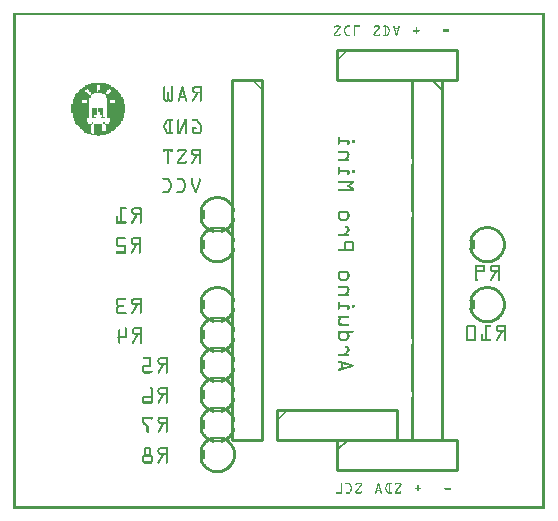
<source format=gbo>
G04 MADE WITH FRITZING*
G04 WWW.FRITZING.ORG*
G04 DOUBLE SIDED*
G04 HOLES PLATED*
G04 CONTOUR ON CENTER OF CONTOUR VECTOR*
%ASAXBY*%
%FSLAX23Y23*%
%MOIN*%
%OFA0B0*%
%SFA1.0B1.0*%
%ADD10C,0.010000*%
%ADD11C,0.005000*%
%ADD12R,0.001000X0.001000*%
%LNSILK0*%
G90*
G70*
G54D10*
X1431Y1430D02*
X1431Y230D01*
D02*
X1431Y230D02*
X1331Y230D01*
D02*
X1331Y1430D02*
X1431Y1430D01*
G54D11*
D02*
X1431Y1395D02*
X1396Y1430D01*
G54D10*
D02*
X831Y1430D02*
X831Y230D01*
D02*
X831Y230D02*
X731Y230D01*
D02*
X731Y230D02*
X731Y1430D01*
D02*
X731Y1430D02*
X831Y1430D01*
D02*
X881Y330D02*
X1281Y330D01*
D02*
X1281Y330D02*
X1281Y230D01*
D02*
X1281Y230D02*
X881Y230D01*
D02*
X881Y230D02*
X881Y330D01*
D02*
X1081Y1530D02*
X1481Y1530D01*
D02*
X1481Y1530D02*
X1481Y1430D01*
D02*
X1481Y1430D02*
X1081Y1430D01*
D02*
X1081Y1430D02*
X1081Y1530D01*
D02*
X1081Y230D02*
X1481Y230D01*
D02*
X1481Y230D02*
X1481Y130D01*
D02*
X1481Y130D02*
X1081Y130D01*
D02*
X1081Y130D02*
X1081Y230D01*
G54D11*
D02*
X1116Y230D02*
X1081Y195D01*
G36*
X309Y1420D02*
X309Y1416D01*
X318Y1416D01*
X318Y1412D01*
X279Y1412D01*
X279Y1399D01*
X245Y1399D01*
X245Y1395D01*
X241Y1395D01*
X241Y1390D01*
X245Y1390D01*
X245Y1386D01*
X249Y1386D01*
X249Y1382D01*
X254Y1382D01*
X254Y1378D01*
X207Y1378D01*
X207Y1382D01*
X211Y1382D01*
X211Y1386D01*
X215Y1386D01*
X215Y1390D01*
X220Y1390D01*
X220Y1395D01*
X224Y1395D01*
X224Y1399D01*
X228Y1399D01*
X228Y1403D01*
X232Y1403D01*
X232Y1407D01*
X241Y1407D01*
X241Y1412D01*
X249Y1412D01*
X249Y1416D01*
X258Y1416D01*
X258Y1420D01*
X309Y1420D01*
G37*
D02*
G36*
X326Y1412D02*
X326Y1407D01*
X335Y1407D01*
X335Y1403D01*
X339Y1403D01*
X339Y1399D01*
X318Y1399D01*
X318Y1395D01*
X313Y1395D01*
X313Y1390D01*
X284Y1390D01*
X284Y1395D01*
X288Y1395D01*
X288Y1412D01*
X326Y1412D01*
G37*
D02*
G36*
X343Y1399D02*
X343Y1395D01*
X348Y1395D01*
X348Y1390D01*
X352Y1390D01*
X352Y1386D01*
X356Y1386D01*
X356Y1382D01*
X318Y1382D01*
X318Y1386D01*
X322Y1386D01*
X322Y1390D01*
X326Y1390D01*
X326Y1395D01*
X322Y1395D01*
X322Y1399D01*
X343Y1399D01*
G37*
D02*
G36*
X279Y1399D02*
X279Y1390D01*
X254Y1390D01*
X254Y1395D01*
X249Y1395D01*
X249Y1399D01*
X279Y1399D01*
G37*
D02*
G36*
X309Y1390D02*
X309Y1386D01*
X258Y1386D01*
X258Y1390D01*
X309Y1390D01*
G37*
D02*
G36*
X309Y1390D02*
X309Y1386D01*
X258Y1386D01*
X258Y1390D01*
X309Y1390D01*
G37*
D02*
G36*
X309Y1386D02*
X309Y1382D01*
X296Y1382D01*
X296Y1386D01*
X309Y1386D01*
G37*
D02*
G36*
X271Y1386D02*
X271Y1382D01*
X262Y1382D01*
X262Y1378D01*
X258Y1378D01*
X258Y1386D01*
X271Y1386D01*
G37*
D02*
G36*
X360Y1382D02*
X360Y1378D01*
X305Y1378D01*
X305Y1382D01*
X360Y1382D01*
G37*
D02*
G36*
X360Y1382D02*
X360Y1378D01*
X305Y1378D01*
X305Y1382D01*
X360Y1382D01*
G37*
D02*
G36*
X360Y1378D02*
X360Y1373D01*
X365Y1373D01*
X365Y1365D01*
X369Y1365D01*
X369Y1361D01*
X322Y1361D01*
X322Y1352D01*
X313Y1352D01*
X313Y1369D01*
X309Y1369D01*
X309Y1378D01*
X360Y1378D01*
G37*
D02*
G36*
X258Y1378D02*
X258Y1369D01*
X254Y1369D01*
X254Y1361D01*
X228Y1361D01*
X228Y1352D01*
X198Y1352D01*
X198Y1365D01*
X203Y1365D01*
X203Y1373D01*
X207Y1373D01*
X207Y1378D01*
X258Y1378D01*
G37*
D02*
G36*
X369Y1361D02*
X369Y1352D01*
X339Y1352D01*
X339Y1361D01*
X369Y1361D01*
G37*
D02*
G36*
X254Y1361D02*
X254Y1352D01*
X245Y1352D01*
X245Y1361D01*
X254Y1361D01*
G37*
D02*
G36*
X369Y1352D02*
X369Y1348D01*
X313Y1348D01*
X313Y1352D01*
X369Y1352D01*
G37*
D02*
G36*
X369Y1352D02*
X369Y1348D01*
X313Y1348D01*
X313Y1352D01*
X369Y1352D01*
G37*
D02*
G36*
X254Y1352D02*
X254Y1348D01*
X198Y1348D01*
X198Y1352D01*
X254Y1352D01*
G37*
D02*
G36*
X254Y1352D02*
X254Y1348D01*
X198Y1348D01*
X198Y1352D01*
X254Y1352D01*
G37*
D02*
G36*
X373Y1348D02*
X373Y1318D01*
X369Y1318D01*
X369Y1301D01*
X365Y1301D01*
X365Y1292D01*
X360Y1292D01*
X360Y1284D01*
X356Y1284D01*
X356Y1280D01*
X352Y1280D01*
X352Y1275D01*
X348Y1275D01*
X348Y1271D01*
X343Y1271D01*
X343Y1267D01*
X339Y1267D01*
X339Y1262D01*
X335Y1262D01*
X335Y1258D01*
X309Y1258D01*
X309Y1280D01*
X305Y1280D01*
X305Y1284D01*
X318Y1284D01*
X318Y1288D01*
X322Y1288D01*
X322Y1301D01*
X313Y1301D01*
X313Y1348D01*
X373Y1348D01*
G37*
D02*
G36*
X254Y1348D02*
X254Y1301D01*
X245Y1301D01*
X245Y1288D01*
X249Y1288D01*
X249Y1284D01*
X262Y1284D01*
X262Y1280D01*
X258Y1280D01*
X258Y1254D01*
X262Y1254D01*
X262Y1250D01*
X245Y1250D01*
X245Y1254D01*
X237Y1254D01*
X237Y1258D01*
X232Y1258D01*
X232Y1262D01*
X228Y1262D01*
X228Y1267D01*
X224Y1267D01*
X224Y1271D01*
X220Y1271D01*
X220Y1275D01*
X215Y1275D01*
X215Y1280D01*
X211Y1280D01*
X211Y1284D01*
X207Y1284D01*
X207Y1292D01*
X203Y1292D01*
X203Y1301D01*
X198Y1301D01*
X198Y1318D01*
X194Y1318D01*
X194Y1348D01*
X254Y1348D01*
G37*
D02*
G36*
X296Y1284D02*
X296Y1258D01*
X271Y1258D01*
X271Y1284D01*
X296Y1284D01*
G37*
D02*
G36*
X326Y1258D02*
X326Y1254D01*
X271Y1254D01*
X271Y1258D01*
X326Y1258D01*
G37*
D02*
G36*
X326Y1258D02*
X326Y1254D01*
X271Y1254D01*
X271Y1258D01*
X326Y1258D01*
G37*
D02*
G36*
X318Y1254D02*
X318Y1250D01*
X271Y1250D01*
X271Y1254D01*
X318Y1254D01*
G37*
D02*
G36*
X309Y1250D02*
X309Y1245D01*
X258Y1245D01*
X258Y1250D01*
X309Y1250D01*
G37*
D02*
G36*
X309Y1250D02*
X309Y1245D01*
X258Y1245D01*
X258Y1250D01*
X309Y1250D01*
G37*
D02*
G36*
X288Y1245D02*
X288Y1241D01*
X279Y1241D01*
X279Y1245D01*
X288Y1245D01*
G37*
D02*
G36*
X301Y1335D02*
X301Y1305D01*
X305Y1305D01*
X305Y1301D01*
X292Y1301D01*
X292Y1305D01*
X296Y1305D01*
X296Y1314D01*
X288Y1314D01*
X288Y1322D01*
X284Y1322D01*
X284Y1335D01*
X301Y1335D01*
G37*
D02*
G36*
X279Y1335D02*
X279Y1314D01*
X271Y1314D01*
X271Y1305D01*
X275Y1305D01*
X275Y1301D01*
X262Y1301D01*
X262Y1335D01*
X279Y1335D01*
G37*
D02*
G36*
X305Y1288D02*
X305Y1284D01*
X301Y1284D01*
X301Y1288D01*
X305Y1288D01*
G37*
D02*
G36*
X267Y1288D02*
X267Y1284D01*
X262Y1284D01*
X262Y1288D01*
X267Y1288D01*
G37*
D02*
G54D12*
X1Y1653D02*
X1771Y1653D01*
X1Y1652D02*
X1771Y1652D01*
X1Y1651D02*
X1771Y1651D01*
X1Y1650D02*
X1771Y1650D01*
X1Y1649D02*
X1771Y1649D01*
X1Y1648D02*
X1771Y1648D01*
X1Y1647D02*
X1771Y1647D01*
X1Y1646D02*
X1771Y1646D01*
X1Y1645D02*
X8Y1645D01*
X1764Y1645D02*
X1771Y1645D01*
X1Y1644D02*
X8Y1644D01*
X1764Y1644D02*
X1771Y1644D01*
X1Y1643D02*
X8Y1643D01*
X1764Y1643D02*
X1771Y1643D01*
X1Y1642D02*
X8Y1642D01*
X1764Y1642D02*
X1771Y1642D01*
X1Y1641D02*
X8Y1641D01*
X1764Y1641D02*
X1771Y1641D01*
X1Y1640D02*
X8Y1640D01*
X1764Y1640D02*
X1771Y1640D01*
X1Y1639D02*
X8Y1639D01*
X1764Y1639D02*
X1771Y1639D01*
X1Y1638D02*
X8Y1638D01*
X1764Y1638D02*
X1771Y1638D01*
X1Y1637D02*
X8Y1637D01*
X1764Y1637D02*
X1771Y1637D01*
X1Y1636D02*
X8Y1636D01*
X1764Y1636D02*
X1771Y1636D01*
X1Y1635D02*
X8Y1635D01*
X1764Y1635D02*
X1771Y1635D01*
X1Y1634D02*
X8Y1634D01*
X1764Y1634D02*
X1771Y1634D01*
X1Y1633D02*
X8Y1633D01*
X1764Y1633D02*
X1771Y1633D01*
X1Y1632D02*
X8Y1632D01*
X1764Y1632D02*
X1771Y1632D01*
X1Y1631D02*
X8Y1631D01*
X1764Y1631D02*
X1771Y1631D01*
X1Y1630D02*
X8Y1630D01*
X1764Y1630D02*
X1771Y1630D01*
X1Y1629D02*
X8Y1629D01*
X1764Y1629D02*
X1771Y1629D01*
X1Y1628D02*
X8Y1628D01*
X1764Y1628D02*
X1771Y1628D01*
X1Y1627D02*
X8Y1627D01*
X1764Y1627D02*
X1771Y1627D01*
X1Y1626D02*
X8Y1626D01*
X1764Y1626D02*
X1771Y1626D01*
X1Y1625D02*
X8Y1625D01*
X1764Y1625D02*
X1771Y1625D01*
X1Y1624D02*
X8Y1624D01*
X1764Y1624D02*
X1771Y1624D01*
X1Y1623D02*
X8Y1623D01*
X1764Y1623D02*
X1771Y1623D01*
X1Y1622D02*
X8Y1622D01*
X1764Y1622D02*
X1771Y1622D01*
X1Y1621D02*
X8Y1621D01*
X1764Y1621D02*
X1771Y1621D01*
X1Y1620D02*
X8Y1620D01*
X1764Y1620D02*
X1771Y1620D01*
X1Y1619D02*
X8Y1619D01*
X1764Y1619D02*
X1771Y1619D01*
X1Y1618D02*
X8Y1618D01*
X1764Y1618D02*
X1771Y1618D01*
X1Y1617D02*
X8Y1617D01*
X1764Y1617D02*
X1771Y1617D01*
X1Y1616D02*
X8Y1616D01*
X1764Y1616D02*
X1771Y1616D01*
X1Y1615D02*
X8Y1615D01*
X1764Y1615D02*
X1771Y1615D01*
X1Y1614D02*
X8Y1614D01*
X1764Y1614D02*
X1771Y1614D01*
X1Y1613D02*
X8Y1613D01*
X1764Y1613D02*
X1771Y1613D01*
X1Y1612D02*
X8Y1612D01*
X1764Y1612D02*
X1771Y1612D01*
X1Y1611D02*
X8Y1611D01*
X1076Y1611D02*
X1086Y1611D01*
X1115Y1611D02*
X1122Y1611D01*
X1136Y1611D02*
X1155Y1611D01*
X1207Y1611D02*
X1218Y1611D01*
X1237Y1611D02*
X1244Y1611D01*
X1764Y1611D02*
X1771Y1611D01*
X1Y1610D02*
X8Y1610D01*
X1073Y1610D02*
X1089Y1610D01*
X1111Y1610D02*
X1124Y1610D01*
X1136Y1610D02*
X1157Y1610D01*
X1204Y1610D02*
X1221Y1610D01*
X1235Y1610D02*
X1248Y1610D01*
X1268Y1610D02*
X1270Y1610D01*
X1286Y1610D02*
X1289Y1610D01*
X1764Y1610D02*
X1771Y1610D01*
X1Y1609D02*
X8Y1609D01*
X1071Y1609D02*
X1090Y1609D01*
X1110Y1609D02*
X1124Y1609D01*
X1136Y1609D02*
X1157Y1609D01*
X1203Y1609D02*
X1222Y1609D01*
X1234Y1609D02*
X1249Y1609D01*
X1267Y1609D02*
X1271Y1609D01*
X1285Y1609D02*
X1289Y1609D01*
X1764Y1609D02*
X1771Y1609D01*
X1Y1608D02*
X8Y1608D01*
X1071Y1608D02*
X1091Y1608D01*
X1109Y1608D02*
X1124Y1608D01*
X1136Y1608D02*
X1157Y1608D01*
X1202Y1608D02*
X1223Y1608D01*
X1234Y1608D02*
X1250Y1608D01*
X1267Y1608D02*
X1271Y1608D01*
X1285Y1608D02*
X1289Y1608D01*
X1764Y1608D02*
X1771Y1608D01*
X1Y1607D02*
X8Y1607D01*
X1070Y1607D02*
X1091Y1607D01*
X1108Y1607D02*
X1124Y1607D01*
X1136Y1607D02*
X1156Y1607D01*
X1202Y1607D02*
X1223Y1607D01*
X1235Y1607D02*
X1250Y1607D01*
X1268Y1607D02*
X1271Y1607D01*
X1285Y1607D02*
X1289Y1607D01*
X1764Y1607D02*
X1771Y1607D01*
X1Y1606D02*
X8Y1606D01*
X1070Y1606D02*
X1074Y1606D01*
X1088Y1606D02*
X1091Y1606D01*
X1108Y1606D02*
X1112Y1606D01*
X1136Y1606D02*
X1139Y1606D01*
X1202Y1606D02*
X1206Y1606D01*
X1219Y1606D02*
X1223Y1606D01*
X1239Y1606D02*
X1243Y1606D01*
X1246Y1606D02*
X1251Y1606D01*
X1268Y1606D02*
X1272Y1606D01*
X1285Y1606D02*
X1288Y1606D01*
X1764Y1606D02*
X1771Y1606D01*
X1Y1605D02*
X8Y1605D01*
X1070Y1605D02*
X1073Y1605D01*
X1087Y1605D02*
X1091Y1605D01*
X1107Y1605D02*
X1112Y1605D01*
X1136Y1605D02*
X1139Y1605D01*
X1201Y1605D02*
X1205Y1605D01*
X1219Y1605D02*
X1223Y1605D01*
X1239Y1605D02*
X1242Y1605D01*
X1247Y1605D02*
X1251Y1605D01*
X1268Y1605D02*
X1272Y1605D01*
X1284Y1605D02*
X1288Y1605D01*
X1764Y1605D02*
X1771Y1605D01*
X1Y1604D02*
X8Y1604D01*
X1070Y1604D02*
X1073Y1604D01*
X1086Y1604D02*
X1091Y1604D01*
X1107Y1604D02*
X1111Y1604D01*
X1136Y1604D02*
X1139Y1604D01*
X1202Y1604D02*
X1205Y1604D01*
X1218Y1604D02*
X1223Y1604D01*
X1239Y1604D02*
X1242Y1604D01*
X1248Y1604D02*
X1252Y1604D01*
X1268Y1604D02*
X1272Y1604D01*
X1284Y1604D02*
X1288Y1604D01*
X1343Y1604D02*
X1345Y1604D01*
X1764Y1604D02*
X1771Y1604D01*
X1Y1603D02*
X8Y1603D01*
X1071Y1603D02*
X1072Y1603D01*
X1086Y1603D02*
X1091Y1603D01*
X1106Y1603D02*
X1111Y1603D01*
X1136Y1603D02*
X1139Y1603D01*
X1202Y1603D02*
X1204Y1603D01*
X1217Y1603D02*
X1222Y1603D01*
X1239Y1603D02*
X1242Y1603D01*
X1248Y1603D02*
X1252Y1603D01*
X1269Y1603D02*
X1287Y1603D01*
X1342Y1603D02*
X1346Y1603D01*
X1764Y1603D02*
X1771Y1603D01*
X1Y1602D02*
X8Y1602D01*
X1085Y1602D02*
X1090Y1602D01*
X1106Y1602D02*
X1110Y1602D01*
X1136Y1602D02*
X1139Y1602D01*
X1217Y1602D02*
X1222Y1602D01*
X1239Y1602D02*
X1242Y1602D01*
X1249Y1602D02*
X1253Y1602D01*
X1269Y1602D02*
X1287Y1602D01*
X1342Y1602D02*
X1346Y1602D01*
X1764Y1602D02*
X1771Y1602D01*
X1Y1601D02*
X8Y1601D01*
X1084Y1601D02*
X1089Y1601D01*
X1105Y1601D02*
X1110Y1601D01*
X1136Y1601D02*
X1139Y1601D01*
X1216Y1601D02*
X1221Y1601D01*
X1239Y1601D02*
X1242Y1601D01*
X1249Y1601D02*
X1253Y1601D01*
X1269Y1601D02*
X1287Y1601D01*
X1342Y1601D02*
X1346Y1601D01*
X1764Y1601D02*
X1771Y1601D01*
X1Y1600D02*
X8Y1600D01*
X1083Y1600D02*
X1088Y1600D01*
X1105Y1600D02*
X1109Y1600D01*
X1136Y1600D02*
X1139Y1600D01*
X1215Y1600D02*
X1220Y1600D01*
X1239Y1600D02*
X1242Y1600D01*
X1250Y1600D02*
X1254Y1600D01*
X1270Y1600D02*
X1287Y1600D01*
X1342Y1600D02*
X1346Y1600D01*
X1764Y1600D02*
X1771Y1600D01*
X1Y1599D02*
X8Y1599D01*
X1083Y1599D02*
X1088Y1599D01*
X1104Y1599D02*
X1108Y1599D01*
X1136Y1599D02*
X1139Y1599D01*
X1214Y1599D02*
X1219Y1599D01*
X1239Y1599D02*
X1242Y1599D01*
X1250Y1599D02*
X1254Y1599D01*
X1270Y1599D02*
X1286Y1599D01*
X1342Y1599D02*
X1346Y1599D01*
X1764Y1599D02*
X1771Y1599D01*
X1Y1598D02*
X8Y1598D01*
X1082Y1598D02*
X1087Y1598D01*
X1104Y1598D02*
X1108Y1598D01*
X1136Y1598D02*
X1139Y1598D01*
X1214Y1598D02*
X1218Y1598D01*
X1239Y1598D02*
X1242Y1598D01*
X1251Y1598D02*
X1255Y1598D01*
X1270Y1598D02*
X1274Y1598D01*
X1282Y1598D02*
X1286Y1598D01*
X1342Y1598D02*
X1346Y1598D01*
X1764Y1598D02*
X1771Y1598D01*
X1Y1597D02*
X8Y1597D01*
X1081Y1597D02*
X1086Y1597D01*
X1103Y1597D02*
X1107Y1597D01*
X1136Y1597D02*
X1139Y1597D01*
X1213Y1597D02*
X1218Y1597D01*
X1239Y1597D02*
X1242Y1597D01*
X1251Y1597D02*
X1255Y1597D01*
X1271Y1597D02*
X1274Y1597D01*
X1282Y1597D02*
X1286Y1597D01*
X1342Y1597D02*
X1346Y1597D01*
X1433Y1597D02*
X1453Y1597D01*
X1764Y1597D02*
X1771Y1597D01*
X1Y1596D02*
X8Y1596D01*
X1080Y1596D02*
X1085Y1596D01*
X1103Y1596D02*
X1107Y1596D01*
X1136Y1596D02*
X1139Y1596D01*
X1212Y1596D02*
X1217Y1596D01*
X1239Y1596D02*
X1242Y1596D01*
X1252Y1596D02*
X1256Y1596D01*
X1271Y1596D02*
X1275Y1596D01*
X1282Y1596D02*
X1285Y1596D01*
X1342Y1596D02*
X1346Y1596D01*
X1432Y1596D02*
X1453Y1596D01*
X1764Y1596D02*
X1771Y1596D01*
X1Y1595D02*
X8Y1595D01*
X1080Y1595D02*
X1084Y1595D01*
X1103Y1595D02*
X1107Y1595D01*
X1136Y1595D02*
X1139Y1595D01*
X1211Y1595D02*
X1216Y1595D01*
X1239Y1595D02*
X1242Y1595D01*
X1252Y1595D02*
X1256Y1595D01*
X1271Y1595D02*
X1275Y1595D01*
X1281Y1595D02*
X1285Y1595D01*
X1334Y1595D02*
X1354Y1595D01*
X1432Y1595D02*
X1454Y1595D01*
X1764Y1595D02*
X1771Y1595D01*
X1Y1594D02*
X8Y1594D01*
X1079Y1594D02*
X1084Y1594D01*
X1103Y1594D02*
X1106Y1594D01*
X1136Y1594D02*
X1139Y1594D01*
X1210Y1594D02*
X1215Y1594D01*
X1239Y1594D02*
X1242Y1594D01*
X1252Y1594D02*
X1256Y1594D01*
X1271Y1594D02*
X1275Y1594D01*
X1281Y1594D02*
X1285Y1594D01*
X1333Y1594D02*
X1355Y1594D01*
X1432Y1594D02*
X1454Y1594D01*
X1764Y1594D02*
X1771Y1594D01*
X1Y1593D02*
X8Y1593D01*
X1078Y1593D02*
X1083Y1593D01*
X1103Y1593D02*
X1106Y1593D01*
X1136Y1593D02*
X1139Y1593D01*
X1210Y1593D02*
X1215Y1593D01*
X1239Y1593D02*
X1242Y1593D01*
X1252Y1593D02*
X1256Y1593D01*
X1272Y1593D02*
X1276Y1593D01*
X1281Y1593D02*
X1284Y1593D01*
X1333Y1593D02*
X1355Y1593D01*
X1432Y1593D02*
X1454Y1593D01*
X1764Y1593D02*
X1771Y1593D01*
X1Y1592D02*
X8Y1592D01*
X1077Y1592D02*
X1082Y1592D01*
X1103Y1592D02*
X1106Y1592D01*
X1136Y1592D02*
X1139Y1592D01*
X1209Y1592D02*
X1214Y1592D01*
X1239Y1592D02*
X1242Y1592D01*
X1252Y1592D02*
X1256Y1592D01*
X1272Y1592D02*
X1276Y1592D01*
X1280Y1592D02*
X1284Y1592D01*
X1333Y1592D02*
X1354Y1592D01*
X1432Y1592D02*
X1453Y1592D01*
X1764Y1592D02*
X1771Y1592D01*
X1Y1591D02*
X8Y1591D01*
X1076Y1591D02*
X1081Y1591D01*
X1103Y1591D02*
X1107Y1591D01*
X1136Y1591D02*
X1139Y1591D01*
X1208Y1591D02*
X1213Y1591D01*
X1239Y1591D02*
X1242Y1591D01*
X1252Y1591D02*
X1256Y1591D01*
X1272Y1591D02*
X1276Y1591D01*
X1280Y1591D02*
X1284Y1591D01*
X1335Y1591D02*
X1353Y1591D01*
X1433Y1591D02*
X1452Y1591D01*
X1764Y1591D02*
X1771Y1591D01*
X1Y1590D02*
X8Y1590D01*
X1076Y1590D02*
X1081Y1590D01*
X1103Y1590D02*
X1107Y1590D01*
X1136Y1590D02*
X1139Y1590D01*
X1207Y1590D02*
X1212Y1590D01*
X1239Y1590D02*
X1242Y1590D01*
X1252Y1590D02*
X1256Y1590D01*
X1273Y1590D02*
X1276Y1590D01*
X1280Y1590D02*
X1284Y1590D01*
X1342Y1590D02*
X1346Y1590D01*
X1764Y1590D02*
X1771Y1590D01*
X1Y1589D02*
X8Y1589D01*
X1075Y1589D02*
X1080Y1589D01*
X1104Y1589D02*
X1108Y1589D01*
X1136Y1589D02*
X1139Y1589D01*
X1207Y1589D02*
X1211Y1589D01*
X1239Y1589D02*
X1242Y1589D01*
X1251Y1589D02*
X1255Y1589D01*
X1273Y1589D02*
X1277Y1589D01*
X1279Y1589D02*
X1283Y1589D01*
X1342Y1589D02*
X1346Y1589D01*
X1764Y1589D02*
X1771Y1589D01*
X1Y1588D02*
X8Y1588D01*
X1074Y1588D02*
X1079Y1588D01*
X1104Y1588D02*
X1108Y1588D01*
X1136Y1588D02*
X1139Y1588D01*
X1206Y1588D02*
X1211Y1588D01*
X1239Y1588D02*
X1242Y1588D01*
X1251Y1588D02*
X1255Y1588D01*
X1273Y1588D02*
X1277Y1588D01*
X1279Y1588D02*
X1283Y1588D01*
X1342Y1588D02*
X1346Y1588D01*
X1764Y1588D02*
X1771Y1588D01*
X1Y1587D02*
X8Y1587D01*
X1073Y1587D02*
X1078Y1587D01*
X1104Y1587D02*
X1109Y1587D01*
X1136Y1587D02*
X1139Y1587D01*
X1205Y1587D02*
X1210Y1587D01*
X1239Y1587D02*
X1242Y1587D01*
X1250Y1587D02*
X1254Y1587D01*
X1273Y1587D02*
X1277Y1587D01*
X1279Y1587D02*
X1283Y1587D01*
X1342Y1587D02*
X1346Y1587D01*
X1764Y1587D02*
X1771Y1587D01*
X1Y1586D02*
X8Y1586D01*
X1073Y1586D02*
X1077Y1586D01*
X1105Y1586D02*
X1109Y1586D01*
X1136Y1586D02*
X1139Y1586D01*
X1204Y1586D02*
X1209Y1586D01*
X1239Y1586D02*
X1242Y1586D01*
X1250Y1586D02*
X1254Y1586D01*
X1274Y1586D02*
X1282Y1586D01*
X1342Y1586D02*
X1346Y1586D01*
X1764Y1586D02*
X1771Y1586D01*
X1Y1585D02*
X8Y1585D01*
X1072Y1585D02*
X1077Y1585D01*
X1105Y1585D02*
X1110Y1585D01*
X1136Y1585D02*
X1139Y1585D01*
X1203Y1585D02*
X1208Y1585D01*
X1239Y1585D02*
X1242Y1585D01*
X1249Y1585D02*
X1253Y1585D01*
X1274Y1585D02*
X1282Y1585D01*
X1342Y1585D02*
X1346Y1585D01*
X1764Y1585D02*
X1771Y1585D01*
X1Y1584D02*
X8Y1584D01*
X1071Y1584D02*
X1076Y1584D01*
X1106Y1584D02*
X1110Y1584D01*
X1136Y1584D02*
X1139Y1584D01*
X1203Y1584D02*
X1208Y1584D01*
X1239Y1584D02*
X1242Y1584D01*
X1249Y1584D02*
X1253Y1584D01*
X1274Y1584D02*
X1282Y1584D01*
X1342Y1584D02*
X1346Y1584D01*
X1764Y1584D02*
X1771Y1584D01*
X1Y1583D02*
X8Y1583D01*
X1070Y1583D02*
X1075Y1583D01*
X1088Y1583D02*
X1091Y1583D01*
X1106Y1583D02*
X1111Y1583D01*
X1136Y1583D02*
X1139Y1583D01*
X1202Y1583D02*
X1207Y1583D01*
X1220Y1583D02*
X1223Y1583D01*
X1239Y1583D02*
X1242Y1583D01*
X1248Y1583D02*
X1252Y1583D01*
X1275Y1583D02*
X1282Y1583D01*
X1342Y1583D02*
X1345Y1583D01*
X1764Y1583D02*
X1771Y1583D01*
X1Y1582D02*
X8Y1582D01*
X1070Y1582D02*
X1074Y1582D01*
X1088Y1582D02*
X1091Y1582D01*
X1107Y1582D02*
X1111Y1582D01*
X1136Y1582D02*
X1139Y1582D01*
X1202Y1582D02*
X1206Y1582D01*
X1220Y1582D02*
X1223Y1582D01*
X1239Y1582D02*
X1242Y1582D01*
X1248Y1582D02*
X1252Y1582D01*
X1275Y1582D02*
X1281Y1582D01*
X1344Y1582D02*
X1344Y1582D01*
X1764Y1582D02*
X1771Y1582D01*
X1Y1581D02*
X8Y1581D01*
X1070Y1581D02*
X1074Y1581D01*
X1088Y1581D02*
X1091Y1581D01*
X1107Y1581D02*
X1112Y1581D01*
X1136Y1581D02*
X1139Y1581D01*
X1201Y1581D02*
X1205Y1581D01*
X1219Y1581D02*
X1223Y1581D01*
X1239Y1581D02*
X1242Y1581D01*
X1247Y1581D02*
X1251Y1581D01*
X1275Y1581D02*
X1281Y1581D01*
X1764Y1581D02*
X1771Y1581D01*
X1Y1580D02*
X8Y1580D01*
X1070Y1580D02*
X1074Y1580D01*
X1086Y1580D02*
X1091Y1580D01*
X1108Y1580D02*
X1114Y1580D01*
X1136Y1580D02*
X1139Y1580D01*
X1202Y1580D02*
X1206Y1580D01*
X1218Y1580D02*
X1223Y1580D01*
X1238Y1580D02*
X1243Y1580D01*
X1245Y1580D02*
X1251Y1580D01*
X1276Y1580D02*
X1281Y1580D01*
X1764Y1580D02*
X1771Y1580D01*
X1Y1579D02*
X8Y1579D01*
X1070Y1579D02*
X1091Y1579D01*
X1108Y1579D02*
X1124Y1579D01*
X1136Y1579D02*
X1139Y1579D01*
X1202Y1579D02*
X1223Y1579D01*
X1235Y1579D02*
X1250Y1579D01*
X1276Y1579D02*
X1280Y1579D01*
X1764Y1579D02*
X1771Y1579D01*
X1Y1578D02*
X8Y1578D01*
X1070Y1578D02*
X1090Y1578D01*
X1109Y1578D02*
X1124Y1578D01*
X1136Y1578D02*
X1139Y1578D01*
X1202Y1578D02*
X1222Y1578D01*
X1234Y1578D02*
X1249Y1578D01*
X1276Y1578D02*
X1280Y1578D01*
X1764Y1578D02*
X1771Y1578D01*
X1Y1577D02*
X8Y1577D01*
X1071Y1577D02*
X1089Y1577D01*
X1110Y1577D02*
X1124Y1577D01*
X1136Y1577D02*
X1139Y1577D01*
X1203Y1577D02*
X1221Y1577D01*
X1234Y1577D02*
X1248Y1577D01*
X1276Y1577D02*
X1280Y1577D01*
X1764Y1577D02*
X1771Y1577D01*
X1Y1576D02*
X8Y1576D01*
X1073Y1576D02*
X1088Y1576D01*
X1112Y1576D02*
X1124Y1576D01*
X1136Y1576D02*
X1138Y1576D01*
X1204Y1576D02*
X1220Y1576D01*
X1235Y1576D02*
X1247Y1576D01*
X1277Y1576D02*
X1279Y1576D01*
X1764Y1576D02*
X1771Y1576D01*
X1Y1575D02*
X8Y1575D01*
X1764Y1575D02*
X1771Y1575D01*
X1Y1574D02*
X8Y1574D01*
X1764Y1574D02*
X1771Y1574D01*
X1Y1573D02*
X8Y1573D01*
X1764Y1573D02*
X1771Y1573D01*
X1Y1572D02*
X8Y1572D01*
X1764Y1572D02*
X1771Y1572D01*
X1Y1571D02*
X8Y1571D01*
X1764Y1571D02*
X1771Y1571D01*
X1Y1570D02*
X8Y1570D01*
X1764Y1570D02*
X1771Y1570D01*
X1Y1569D02*
X8Y1569D01*
X1764Y1569D02*
X1771Y1569D01*
X1Y1568D02*
X8Y1568D01*
X1764Y1568D02*
X1771Y1568D01*
X1Y1567D02*
X8Y1567D01*
X1764Y1567D02*
X1771Y1567D01*
X1Y1566D02*
X8Y1566D01*
X1764Y1566D02*
X1771Y1566D01*
X1Y1565D02*
X8Y1565D01*
X1764Y1565D02*
X1771Y1565D01*
X1Y1564D02*
X8Y1564D01*
X1764Y1564D02*
X1771Y1564D01*
X1Y1563D02*
X8Y1563D01*
X1764Y1563D02*
X1771Y1563D01*
X1Y1562D02*
X8Y1562D01*
X1764Y1562D02*
X1771Y1562D01*
X1Y1561D02*
X8Y1561D01*
X1764Y1561D02*
X1771Y1561D01*
X1Y1560D02*
X8Y1560D01*
X1764Y1560D02*
X1771Y1560D01*
X1Y1559D02*
X8Y1559D01*
X1764Y1559D02*
X1771Y1559D01*
X1Y1558D02*
X8Y1558D01*
X1764Y1558D02*
X1771Y1558D01*
X1Y1557D02*
X8Y1557D01*
X1764Y1557D02*
X1771Y1557D01*
X1Y1556D02*
X8Y1556D01*
X1764Y1556D02*
X1771Y1556D01*
X1Y1555D02*
X8Y1555D01*
X1764Y1555D02*
X1771Y1555D01*
X1Y1554D02*
X8Y1554D01*
X1764Y1554D02*
X1771Y1554D01*
X1Y1553D02*
X8Y1553D01*
X1764Y1553D02*
X1771Y1553D01*
X1Y1552D02*
X8Y1552D01*
X1764Y1552D02*
X1771Y1552D01*
X1Y1551D02*
X8Y1551D01*
X1764Y1551D02*
X1771Y1551D01*
X1Y1550D02*
X8Y1550D01*
X1764Y1550D02*
X1771Y1550D01*
X1Y1549D02*
X8Y1549D01*
X1764Y1549D02*
X1771Y1549D01*
X1Y1548D02*
X8Y1548D01*
X1764Y1548D02*
X1771Y1548D01*
X1Y1547D02*
X8Y1547D01*
X1764Y1547D02*
X1771Y1547D01*
X1Y1546D02*
X8Y1546D01*
X1764Y1546D02*
X1771Y1546D01*
X1Y1545D02*
X8Y1545D01*
X1764Y1545D02*
X1771Y1545D01*
X1Y1544D02*
X8Y1544D01*
X1764Y1544D02*
X1771Y1544D01*
X1Y1543D02*
X8Y1543D01*
X1764Y1543D02*
X1771Y1543D01*
X1Y1542D02*
X8Y1542D01*
X1764Y1542D02*
X1771Y1542D01*
X1Y1541D02*
X8Y1541D01*
X1764Y1541D02*
X1771Y1541D01*
X1Y1540D02*
X8Y1540D01*
X1764Y1540D02*
X1771Y1540D01*
X1Y1539D02*
X8Y1539D01*
X1764Y1539D02*
X1771Y1539D01*
X1Y1538D02*
X8Y1538D01*
X1764Y1538D02*
X1771Y1538D01*
X1Y1537D02*
X8Y1537D01*
X1764Y1537D02*
X1771Y1537D01*
X1Y1536D02*
X8Y1536D01*
X1764Y1536D02*
X1771Y1536D01*
X1Y1535D02*
X8Y1535D01*
X1764Y1535D02*
X1771Y1535D01*
X1Y1534D02*
X8Y1534D01*
X1764Y1534D02*
X1771Y1534D01*
X1Y1533D02*
X8Y1533D01*
X1764Y1533D02*
X1771Y1533D01*
X1Y1532D02*
X8Y1532D01*
X1764Y1532D02*
X1771Y1532D01*
X1Y1531D02*
X8Y1531D01*
X1114Y1531D02*
X1114Y1531D01*
X1764Y1531D02*
X1771Y1531D01*
X1Y1530D02*
X8Y1530D01*
X1113Y1530D02*
X1115Y1530D01*
X1764Y1530D02*
X1771Y1530D01*
X1Y1529D02*
X8Y1529D01*
X1112Y1529D02*
X1116Y1529D01*
X1764Y1529D02*
X1771Y1529D01*
X1Y1528D02*
X8Y1528D01*
X1111Y1528D02*
X1117Y1528D01*
X1764Y1528D02*
X1771Y1528D01*
X1Y1527D02*
X8Y1527D01*
X1110Y1527D02*
X1116Y1527D01*
X1764Y1527D02*
X1771Y1527D01*
X1Y1526D02*
X8Y1526D01*
X1109Y1526D02*
X1115Y1526D01*
X1764Y1526D02*
X1771Y1526D01*
X1Y1525D02*
X8Y1525D01*
X1108Y1525D02*
X1114Y1525D01*
X1764Y1525D02*
X1771Y1525D01*
X1Y1524D02*
X8Y1524D01*
X1107Y1524D02*
X1113Y1524D01*
X1764Y1524D02*
X1771Y1524D01*
X1Y1523D02*
X8Y1523D01*
X1106Y1523D02*
X1112Y1523D01*
X1764Y1523D02*
X1771Y1523D01*
X1Y1522D02*
X8Y1522D01*
X1105Y1522D02*
X1111Y1522D01*
X1764Y1522D02*
X1771Y1522D01*
X1Y1521D02*
X8Y1521D01*
X1104Y1521D02*
X1110Y1521D01*
X1764Y1521D02*
X1771Y1521D01*
X1Y1520D02*
X8Y1520D01*
X1103Y1520D02*
X1109Y1520D01*
X1764Y1520D02*
X1771Y1520D01*
X1Y1519D02*
X8Y1519D01*
X1102Y1519D02*
X1108Y1519D01*
X1764Y1519D02*
X1771Y1519D01*
X1Y1518D02*
X8Y1518D01*
X1101Y1518D02*
X1107Y1518D01*
X1764Y1518D02*
X1771Y1518D01*
X1Y1517D02*
X8Y1517D01*
X1100Y1517D02*
X1106Y1517D01*
X1764Y1517D02*
X1771Y1517D01*
X1Y1516D02*
X8Y1516D01*
X1099Y1516D02*
X1105Y1516D01*
X1764Y1516D02*
X1771Y1516D01*
X1Y1515D02*
X8Y1515D01*
X1098Y1515D02*
X1104Y1515D01*
X1764Y1515D02*
X1771Y1515D01*
X1Y1514D02*
X8Y1514D01*
X1097Y1514D02*
X1102Y1514D01*
X1764Y1514D02*
X1771Y1514D01*
X1Y1513D02*
X8Y1513D01*
X1096Y1513D02*
X1101Y1513D01*
X1764Y1513D02*
X1771Y1513D01*
X1Y1512D02*
X8Y1512D01*
X1095Y1512D02*
X1100Y1512D01*
X1764Y1512D02*
X1771Y1512D01*
X1Y1511D02*
X8Y1511D01*
X1094Y1511D02*
X1099Y1511D01*
X1764Y1511D02*
X1771Y1511D01*
X1Y1510D02*
X8Y1510D01*
X1093Y1510D02*
X1098Y1510D01*
X1764Y1510D02*
X1771Y1510D01*
X1Y1509D02*
X8Y1509D01*
X1092Y1509D02*
X1097Y1509D01*
X1764Y1509D02*
X1771Y1509D01*
X1Y1508D02*
X8Y1508D01*
X1091Y1508D02*
X1096Y1508D01*
X1764Y1508D02*
X1771Y1508D01*
X1Y1507D02*
X8Y1507D01*
X1090Y1507D02*
X1096Y1507D01*
X1764Y1507D02*
X1771Y1507D01*
X1Y1506D02*
X8Y1506D01*
X1089Y1506D02*
X1095Y1506D01*
X1764Y1506D02*
X1771Y1506D01*
X1Y1505D02*
X8Y1505D01*
X1088Y1505D02*
X1094Y1505D01*
X1764Y1505D02*
X1771Y1505D01*
X1Y1504D02*
X8Y1504D01*
X1087Y1504D02*
X1093Y1504D01*
X1764Y1504D02*
X1771Y1504D01*
X1Y1503D02*
X8Y1503D01*
X1086Y1503D02*
X1092Y1503D01*
X1764Y1503D02*
X1771Y1503D01*
X1Y1502D02*
X8Y1502D01*
X1085Y1502D02*
X1091Y1502D01*
X1764Y1502D02*
X1771Y1502D01*
X1Y1501D02*
X8Y1501D01*
X1084Y1501D02*
X1090Y1501D01*
X1764Y1501D02*
X1771Y1501D01*
X1Y1500D02*
X8Y1500D01*
X1083Y1500D02*
X1089Y1500D01*
X1764Y1500D02*
X1771Y1500D01*
X1Y1499D02*
X8Y1499D01*
X1082Y1499D02*
X1088Y1499D01*
X1764Y1499D02*
X1771Y1499D01*
X1Y1498D02*
X8Y1498D01*
X1081Y1498D02*
X1087Y1498D01*
X1764Y1498D02*
X1771Y1498D01*
X1Y1497D02*
X8Y1497D01*
X1080Y1497D02*
X1086Y1497D01*
X1764Y1497D02*
X1771Y1497D01*
X1Y1496D02*
X8Y1496D01*
X1080Y1496D02*
X1085Y1496D01*
X1764Y1496D02*
X1771Y1496D01*
X1Y1495D02*
X8Y1495D01*
X1081Y1495D02*
X1084Y1495D01*
X1764Y1495D02*
X1771Y1495D01*
X1Y1494D02*
X8Y1494D01*
X1082Y1494D02*
X1083Y1494D01*
X1764Y1494D02*
X1771Y1494D01*
X1Y1493D02*
X8Y1493D01*
X1764Y1493D02*
X1771Y1493D01*
X1Y1492D02*
X8Y1492D01*
X1764Y1492D02*
X1771Y1492D01*
X1Y1491D02*
X8Y1491D01*
X1764Y1491D02*
X1771Y1491D01*
X1Y1490D02*
X8Y1490D01*
X1764Y1490D02*
X1771Y1490D01*
X1Y1489D02*
X8Y1489D01*
X1764Y1489D02*
X1771Y1489D01*
X1Y1488D02*
X8Y1488D01*
X1764Y1488D02*
X1771Y1488D01*
X1Y1487D02*
X8Y1487D01*
X1764Y1487D02*
X1771Y1487D01*
X1Y1486D02*
X8Y1486D01*
X1764Y1486D02*
X1771Y1486D01*
X1Y1485D02*
X8Y1485D01*
X1764Y1485D02*
X1771Y1485D01*
X1Y1484D02*
X8Y1484D01*
X1764Y1484D02*
X1771Y1484D01*
X1Y1483D02*
X8Y1483D01*
X1764Y1483D02*
X1771Y1483D01*
X1Y1482D02*
X8Y1482D01*
X1764Y1482D02*
X1771Y1482D01*
X1Y1481D02*
X8Y1481D01*
X1764Y1481D02*
X1771Y1481D01*
X1Y1480D02*
X8Y1480D01*
X1764Y1480D02*
X1771Y1480D01*
X1Y1479D02*
X8Y1479D01*
X1764Y1479D02*
X1771Y1479D01*
X1Y1478D02*
X8Y1478D01*
X1764Y1478D02*
X1771Y1478D01*
X1Y1477D02*
X8Y1477D01*
X1764Y1477D02*
X1771Y1477D01*
X1Y1476D02*
X8Y1476D01*
X1764Y1476D02*
X1771Y1476D01*
X1Y1475D02*
X8Y1475D01*
X1764Y1475D02*
X1771Y1475D01*
X1Y1474D02*
X8Y1474D01*
X1764Y1474D02*
X1771Y1474D01*
X1Y1473D02*
X8Y1473D01*
X1764Y1473D02*
X1771Y1473D01*
X1Y1472D02*
X8Y1472D01*
X1764Y1472D02*
X1771Y1472D01*
X1Y1471D02*
X8Y1471D01*
X1764Y1471D02*
X1771Y1471D01*
X1Y1470D02*
X8Y1470D01*
X1764Y1470D02*
X1771Y1470D01*
X1Y1469D02*
X8Y1469D01*
X1764Y1469D02*
X1771Y1469D01*
X1Y1468D02*
X8Y1468D01*
X1764Y1468D02*
X1771Y1468D01*
X1Y1467D02*
X8Y1467D01*
X1764Y1467D02*
X1771Y1467D01*
X1Y1466D02*
X8Y1466D01*
X1764Y1466D02*
X1771Y1466D01*
X1Y1465D02*
X8Y1465D01*
X1764Y1465D02*
X1771Y1465D01*
X1Y1464D02*
X8Y1464D01*
X1764Y1464D02*
X1771Y1464D01*
X1Y1463D02*
X8Y1463D01*
X1764Y1463D02*
X1771Y1463D01*
X1Y1462D02*
X8Y1462D01*
X1764Y1462D02*
X1771Y1462D01*
X1Y1461D02*
X8Y1461D01*
X1764Y1461D02*
X1771Y1461D01*
X1Y1460D02*
X8Y1460D01*
X1764Y1460D02*
X1771Y1460D01*
X1Y1459D02*
X8Y1459D01*
X1764Y1459D02*
X1771Y1459D01*
X1Y1458D02*
X8Y1458D01*
X1764Y1458D02*
X1771Y1458D01*
X1Y1457D02*
X8Y1457D01*
X1764Y1457D02*
X1771Y1457D01*
X1Y1456D02*
X8Y1456D01*
X1764Y1456D02*
X1771Y1456D01*
X1Y1455D02*
X8Y1455D01*
X1764Y1455D02*
X1771Y1455D01*
X1Y1454D02*
X8Y1454D01*
X1764Y1454D02*
X1771Y1454D01*
X1Y1453D02*
X8Y1453D01*
X1764Y1453D02*
X1771Y1453D01*
X1Y1452D02*
X8Y1452D01*
X1764Y1452D02*
X1771Y1452D01*
X1Y1451D02*
X8Y1451D01*
X1764Y1451D02*
X1771Y1451D01*
X1Y1450D02*
X8Y1450D01*
X1764Y1450D02*
X1771Y1450D01*
X1Y1449D02*
X8Y1449D01*
X1764Y1449D02*
X1771Y1449D01*
X1Y1448D02*
X8Y1448D01*
X1764Y1448D02*
X1771Y1448D01*
X1Y1447D02*
X8Y1447D01*
X1764Y1447D02*
X1771Y1447D01*
X1Y1446D02*
X8Y1446D01*
X1764Y1446D02*
X1771Y1446D01*
X1Y1445D02*
X8Y1445D01*
X1764Y1445D02*
X1771Y1445D01*
X1Y1444D02*
X8Y1444D01*
X1764Y1444D02*
X1771Y1444D01*
X1Y1443D02*
X8Y1443D01*
X1764Y1443D02*
X1771Y1443D01*
X1Y1442D02*
X8Y1442D01*
X1764Y1442D02*
X1771Y1442D01*
X1Y1441D02*
X8Y1441D01*
X1764Y1441D02*
X1771Y1441D01*
X1Y1440D02*
X8Y1440D01*
X1764Y1440D02*
X1771Y1440D01*
X1Y1439D02*
X8Y1439D01*
X1764Y1439D02*
X1771Y1439D01*
X1Y1438D02*
X8Y1438D01*
X1764Y1438D02*
X1771Y1438D01*
X1Y1437D02*
X8Y1437D01*
X1764Y1437D02*
X1771Y1437D01*
X1Y1436D02*
X8Y1436D01*
X1764Y1436D02*
X1771Y1436D01*
X1Y1435D02*
X8Y1435D01*
X1764Y1435D02*
X1771Y1435D01*
X1Y1434D02*
X8Y1434D01*
X1764Y1434D02*
X1771Y1434D01*
X1Y1433D02*
X8Y1433D01*
X1764Y1433D02*
X1771Y1433D01*
X1Y1432D02*
X8Y1432D01*
X1764Y1432D02*
X1771Y1432D01*
X1Y1431D02*
X8Y1431D01*
X797Y1431D02*
X798Y1431D01*
X1764Y1431D02*
X1771Y1431D01*
X1Y1430D02*
X8Y1430D01*
X796Y1430D02*
X799Y1430D01*
X1764Y1430D02*
X1771Y1430D01*
X1Y1429D02*
X8Y1429D01*
X795Y1429D02*
X800Y1429D01*
X1326Y1429D02*
X1335Y1429D01*
X1764Y1429D02*
X1771Y1429D01*
X1Y1428D02*
X8Y1428D01*
X795Y1428D02*
X801Y1428D01*
X1326Y1428D02*
X1335Y1428D01*
X1764Y1428D02*
X1771Y1428D01*
X1Y1427D02*
X8Y1427D01*
X796Y1427D02*
X802Y1427D01*
X1326Y1427D02*
X1335Y1427D01*
X1764Y1427D02*
X1771Y1427D01*
X1Y1426D02*
X8Y1426D01*
X797Y1426D02*
X803Y1426D01*
X1326Y1426D02*
X1335Y1426D01*
X1764Y1426D02*
X1771Y1426D01*
X1Y1425D02*
X8Y1425D01*
X798Y1425D02*
X804Y1425D01*
X1326Y1425D02*
X1335Y1425D01*
X1764Y1425D02*
X1771Y1425D01*
X1Y1424D02*
X8Y1424D01*
X799Y1424D02*
X805Y1424D01*
X1326Y1424D02*
X1335Y1424D01*
X1764Y1424D02*
X1771Y1424D01*
X1Y1423D02*
X8Y1423D01*
X800Y1423D02*
X806Y1423D01*
X1326Y1423D02*
X1335Y1423D01*
X1764Y1423D02*
X1771Y1423D01*
X1Y1422D02*
X8Y1422D01*
X801Y1422D02*
X807Y1422D01*
X1326Y1422D02*
X1335Y1422D01*
X1764Y1422D02*
X1771Y1422D01*
X1Y1421D02*
X8Y1421D01*
X802Y1421D02*
X808Y1421D01*
X1326Y1421D02*
X1335Y1421D01*
X1764Y1421D02*
X1771Y1421D01*
X1Y1420D02*
X8Y1420D01*
X803Y1420D02*
X809Y1420D01*
X1326Y1420D02*
X1335Y1420D01*
X1764Y1420D02*
X1771Y1420D01*
X1Y1419D02*
X8Y1419D01*
X804Y1419D02*
X810Y1419D01*
X1326Y1419D02*
X1335Y1419D01*
X1764Y1419D02*
X1771Y1419D01*
X1Y1418D02*
X8Y1418D01*
X805Y1418D02*
X811Y1418D01*
X1326Y1418D02*
X1335Y1418D01*
X1764Y1418D02*
X1771Y1418D01*
X1Y1417D02*
X8Y1417D01*
X806Y1417D02*
X812Y1417D01*
X1326Y1417D02*
X1335Y1417D01*
X1764Y1417D02*
X1771Y1417D01*
X1Y1416D02*
X8Y1416D01*
X807Y1416D02*
X813Y1416D01*
X1326Y1416D02*
X1335Y1416D01*
X1764Y1416D02*
X1771Y1416D01*
X1Y1415D02*
X8Y1415D01*
X808Y1415D02*
X814Y1415D01*
X1326Y1415D02*
X1335Y1415D01*
X1764Y1415D02*
X1771Y1415D01*
X1Y1414D02*
X8Y1414D01*
X809Y1414D02*
X815Y1414D01*
X1326Y1414D02*
X1335Y1414D01*
X1764Y1414D02*
X1771Y1414D01*
X1Y1413D02*
X8Y1413D01*
X810Y1413D02*
X816Y1413D01*
X1326Y1413D02*
X1335Y1413D01*
X1764Y1413D02*
X1771Y1413D01*
X1Y1412D02*
X8Y1412D01*
X811Y1412D02*
X817Y1412D01*
X1326Y1412D02*
X1335Y1412D01*
X1764Y1412D02*
X1771Y1412D01*
X1Y1411D02*
X8Y1411D01*
X813Y1411D02*
X818Y1411D01*
X1326Y1411D02*
X1335Y1411D01*
X1764Y1411D02*
X1771Y1411D01*
X1Y1410D02*
X8Y1410D01*
X813Y1410D02*
X819Y1410D01*
X1326Y1410D02*
X1335Y1410D01*
X1764Y1410D02*
X1771Y1410D01*
X1Y1409D02*
X8Y1409D01*
X814Y1409D02*
X820Y1409D01*
X1326Y1409D02*
X1335Y1409D01*
X1764Y1409D02*
X1771Y1409D01*
X1Y1408D02*
X8Y1408D01*
X815Y1408D02*
X821Y1408D01*
X1326Y1408D02*
X1335Y1408D01*
X1764Y1408D02*
X1771Y1408D01*
X1Y1407D02*
X8Y1407D01*
X502Y1407D02*
X505Y1407D01*
X528Y1407D02*
X531Y1407D01*
X563Y1407D02*
X566Y1407D01*
X602Y1407D02*
X628Y1407D01*
X816Y1407D02*
X822Y1407D01*
X1326Y1407D02*
X1335Y1407D01*
X1764Y1407D02*
X1771Y1407D01*
X1Y1406D02*
X8Y1406D01*
X501Y1406D02*
X506Y1406D01*
X528Y1406D02*
X532Y1406D01*
X562Y1406D02*
X567Y1406D01*
X600Y1406D02*
X628Y1406D01*
X817Y1406D02*
X823Y1406D01*
X1326Y1406D02*
X1335Y1406D01*
X1764Y1406D02*
X1771Y1406D01*
X1Y1405D02*
X8Y1405D01*
X501Y1405D02*
X507Y1405D01*
X527Y1405D02*
X533Y1405D01*
X562Y1405D02*
X567Y1405D01*
X599Y1405D02*
X628Y1405D01*
X818Y1405D02*
X824Y1405D01*
X1326Y1405D02*
X1335Y1405D01*
X1764Y1405D02*
X1771Y1405D01*
X1Y1404D02*
X8Y1404D01*
X501Y1404D02*
X507Y1404D01*
X527Y1404D02*
X533Y1404D01*
X561Y1404D02*
X568Y1404D01*
X598Y1404D02*
X628Y1404D01*
X819Y1404D02*
X825Y1404D01*
X1326Y1404D02*
X1335Y1404D01*
X1764Y1404D02*
X1771Y1404D01*
X1Y1403D02*
X8Y1403D01*
X501Y1403D02*
X507Y1403D01*
X527Y1403D02*
X533Y1403D01*
X561Y1403D02*
X568Y1403D01*
X598Y1403D02*
X628Y1403D01*
X820Y1403D02*
X826Y1403D01*
X1326Y1403D02*
X1335Y1403D01*
X1764Y1403D02*
X1771Y1403D01*
X1Y1402D02*
X8Y1402D01*
X501Y1402D02*
X507Y1402D01*
X527Y1402D02*
X533Y1402D01*
X561Y1402D02*
X568Y1402D01*
X597Y1402D02*
X628Y1402D01*
X821Y1402D02*
X827Y1402D01*
X1326Y1402D02*
X1335Y1402D01*
X1764Y1402D02*
X1771Y1402D01*
X1Y1401D02*
X8Y1401D01*
X501Y1401D02*
X507Y1401D01*
X527Y1401D02*
X533Y1401D01*
X560Y1401D02*
X568Y1401D01*
X597Y1401D02*
X605Y1401D01*
X622Y1401D02*
X628Y1401D01*
X822Y1401D02*
X828Y1401D01*
X1326Y1401D02*
X1335Y1401D01*
X1764Y1401D02*
X1771Y1401D01*
X1Y1400D02*
X8Y1400D01*
X501Y1400D02*
X507Y1400D01*
X527Y1400D02*
X533Y1400D01*
X560Y1400D02*
X569Y1400D01*
X596Y1400D02*
X603Y1400D01*
X622Y1400D02*
X628Y1400D01*
X823Y1400D02*
X829Y1400D01*
X1326Y1400D02*
X1335Y1400D01*
X1764Y1400D02*
X1771Y1400D01*
X1Y1399D02*
X8Y1399D01*
X501Y1399D02*
X507Y1399D01*
X527Y1399D02*
X533Y1399D01*
X560Y1399D02*
X569Y1399D01*
X596Y1399D02*
X602Y1399D01*
X622Y1399D02*
X628Y1399D01*
X824Y1399D02*
X830Y1399D01*
X1326Y1399D02*
X1335Y1399D01*
X1764Y1399D02*
X1771Y1399D01*
X1Y1398D02*
X8Y1398D01*
X501Y1398D02*
X507Y1398D01*
X527Y1398D02*
X533Y1398D01*
X560Y1398D02*
X569Y1398D01*
X596Y1398D02*
X602Y1398D01*
X622Y1398D02*
X628Y1398D01*
X825Y1398D02*
X831Y1398D01*
X1326Y1398D02*
X1335Y1398D01*
X1764Y1398D02*
X1771Y1398D01*
X1Y1397D02*
X8Y1397D01*
X501Y1397D02*
X507Y1397D01*
X527Y1397D02*
X533Y1397D01*
X559Y1397D02*
X570Y1397D01*
X596Y1397D02*
X602Y1397D01*
X622Y1397D02*
X628Y1397D01*
X826Y1397D02*
X832Y1397D01*
X1326Y1397D02*
X1335Y1397D01*
X1764Y1397D02*
X1771Y1397D01*
X1Y1396D02*
X8Y1396D01*
X501Y1396D02*
X507Y1396D01*
X527Y1396D02*
X533Y1396D01*
X559Y1396D02*
X570Y1396D01*
X596Y1396D02*
X602Y1396D01*
X622Y1396D02*
X628Y1396D01*
X827Y1396D02*
X831Y1396D01*
X1326Y1396D02*
X1335Y1396D01*
X1764Y1396D02*
X1771Y1396D01*
X1Y1395D02*
X8Y1395D01*
X501Y1395D02*
X507Y1395D01*
X527Y1395D02*
X533Y1395D01*
X559Y1395D02*
X570Y1395D01*
X596Y1395D02*
X602Y1395D01*
X622Y1395D02*
X628Y1395D01*
X828Y1395D02*
X830Y1395D01*
X1326Y1395D02*
X1335Y1395D01*
X1764Y1395D02*
X1771Y1395D01*
X1Y1394D02*
X8Y1394D01*
X501Y1394D02*
X507Y1394D01*
X527Y1394D02*
X533Y1394D01*
X558Y1394D02*
X570Y1394D01*
X596Y1394D02*
X602Y1394D01*
X622Y1394D02*
X628Y1394D01*
X829Y1394D02*
X829Y1394D01*
X1326Y1394D02*
X1335Y1394D01*
X1764Y1394D02*
X1771Y1394D01*
X1Y1393D02*
X8Y1393D01*
X501Y1393D02*
X507Y1393D01*
X527Y1393D02*
X533Y1393D01*
X558Y1393D02*
X571Y1393D01*
X596Y1393D02*
X602Y1393D01*
X622Y1393D02*
X628Y1393D01*
X1326Y1393D02*
X1335Y1393D01*
X1764Y1393D02*
X1771Y1393D01*
X1Y1392D02*
X8Y1392D01*
X501Y1392D02*
X507Y1392D01*
X527Y1392D02*
X533Y1392D01*
X558Y1392D02*
X571Y1392D01*
X596Y1392D02*
X603Y1392D01*
X622Y1392D02*
X628Y1392D01*
X1326Y1392D02*
X1335Y1392D01*
X1764Y1392D02*
X1771Y1392D01*
X1Y1391D02*
X8Y1391D01*
X501Y1391D02*
X507Y1391D01*
X527Y1391D02*
X533Y1391D01*
X558Y1391D02*
X571Y1391D01*
X597Y1391D02*
X605Y1391D01*
X622Y1391D02*
X628Y1391D01*
X1326Y1391D02*
X1335Y1391D01*
X1764Y1391D02*
X1771Y1391D01*
X1Y1390D02*
X8Y1390D01*
X501Y1390D02*
X507Y1390D01*
X515Y1390D02*
X519Y1390D01*
X527Y1390D02*
X533Y1390D01*
X557Y1390D02*
X563Y1390D01*
X566Y1390D02*
X572Y1390D01*
X597Y1390D02*
X628Y1390D01*
X1326Y1390D02*
X1335Y1390D01*
X1764Y1390D02*
X1771Y1390D01*
X1Y1389D02*
X8Y1389D01*
X501Y1389D02*
X507Y1389D01*
X514Y1389D02*
X519Y1389D01*
X527Y1389D02*
X533Y1389D01*
X557Y1389D02*
X563Y1389D01*
X566Y1389D02*
X572Y1389D01*
X598Y1389D02*
X628Y1389D01*
X1326Y1389D02*
X1335Y1389D01*
X1764Y1389D02*
X1771Y1389D01*
X1Y1388D02*
X8Y1388D01*
X501Y1388D02*
X507Y1388D01*
X514Y1388D02*
X520Y1388D01*
X527Y1388D02*
X533Y1388D01*
X557Y1388D02*
X563Y1388D01*
X566Y1388D02*
X572Y1388D01*
X598Y1388D02*
X628Y1388D01*
X1326Y1388D02*
X1335Y1388D01*
X1764Y1388D02*
X1771Y1388D01*
X1Y1387D02*
X8Y1387D01*
X501Y1387D02*
X507Y1387D01*
X514Y1387D02*
X520Y1387D01*
X527Y1387D02*
X533Y1387D01*
X556Y1387D02*
X562Y1387D01*
X567Y1387D02*
X572Y1387D01*
X599Y1387D02*
X628Y1387D01*
X1326Y1387D02*
X1335Y1387D01*
X1764Y1387D02*
X1771Y1387D01*
X1Y1386D02*
X8Y1386D01*
X501Y1386D02*
X507Y1386D01*
X514Y1386D02*
X520Y1386D01*
X527Y1386D02*
X533Y1386D01*
X556Y1386D02*
X562Y1386D01*
X567Y1386D02*
X573Y1386D01*
X600Y1386D02*
X628Y1386D01*
X1326Y1386D02*
X1335Y1386D01*
X1764Y1386D02*
X1771Y1386D01*
X1Y1385D02*
X8Y1385D01*
X501Y1385D02*
X507Y1385D01*
X514Y1385D02*
X520Y1385D01*
X527Y1385D02*
X533Y1385D01*
X556Y1385D02*
X562Y1385D01*
X567Y1385D02*
X573Y1385D01*
X602Y1385D02*
X628Y1385D01*
X1326Y1385D02*
X1335Y1385D01*
X1764Y1385D02*
X1771Y1385D01*
X1Y1384D02*
X8Y1384D01*
X501Y1384D02*
X507Y1384D01*
X514Y1384D02*
X520Y1384D01*
X527Y1384D02*
X533Y1384D01*
X555Y1384D02*
X561Y1384D01*
X567Y1384D02*
X573Y1384D01*
X609Y1384D02*
X617Y1384D01*
X622Y1384D02*
X628Y1384D01*
X1326Y1384D02*
X1335Y1384D01*
X1764Y1384D02*
X1771Y1384D01*
X1Y1383D02*
X8Y1383D01*
X501Y1383D02*
X507Y1383D01*
X514Y1383D02*
X520Y1383D01*
X527Y1383D02*
X533Y1383D01*
X555Y1383D02*
X561Y1383D01*
X568Y1383D02*
X574Y1383D01*
X609Y1383D02*
X616Y1383D01*
X622Y1383D02*
X628Y1383D01*
X1326Y1383D02*
X1335Y1383D01*
X1764Y1383D02*
X1771Y1383D01*
X1Y1382D02*
X8Y1382D01*
X501Y1382D02*
X507Y1382D01*
X514Y1382D02*
X520Y1382D01*
X527Y1382D02*
X533Y1382D01*
X555Y1382D02*
X561Y1382D01*
X568Y1382D02*
X574Y1382D01*
X608Y1382D02*
X615Y1382D01*
X622Y1382D02*
X628Y1382D01*
X1326Y1382D02*
X1335Y1382D01*
X1764Y1382D02*
X1771Y1382D01*
X1Y1381D02*
X8Y1381D01*
X501Y1381D02*
X507Y1381D01*
X514Y1381D02*
X520Y1381D01*
X527Y1381D02*
X533Y1381D01*
X555Y1381D02*
X561Y1381D01*
X568Y1381D02*
X574Y1381D01*
X608Y1381D02*
X615Y1381D01*
X622Y1381D02*
X628Y1381D01*
X1326Y1381D02*
X1335Y1381D01*
X1764Y1381D02*
X1771Y1381D01*
X1Y1380D02*
X8Y1380D01*
X501Y1380D02*
X507Y1380D01*
X514Y1380D02*
X520Y1380D01*
X527Y1380D02*
X533Y1380D01*
X554Y1380D02*
X560Y1380D01*
X569Y1380D02*
X575Y1380D01*
X607Y1380D02*
X614Y1380D01*
X622Y1380D02*
X628Y1380D01*
X1326Y1380D02*
X1335Y1380D01*
X1764Y1380D02*
X1771Y1380D01*
X1Y1379D02*
X8Y1379D01*
X501Y1379D02*
X507Y1379D01*
X514Y1379D02*
X520Y1379D01*
X527Y1379D02*
X533Y1379D01*
X554Y1379D02*
X560Y1379D01*
X569Y1379D02*
X575Y1379D01*
X607Y1379D02*
X614Y1379D01*
X622Y1379D02*
X628Y1379D01*
X1326Y1379D02*
X1335Y1379D01*
X1764Y1379D02*
X1771Y1379D01*
X1Y1378D02*
X8Y1378D01*
X501Y1378D02*
X507Y1378D01*
X514Y1378D02*
X520Y1378D01*
X527Y1378D02*
X533Y1378D01*
X554Y1378D02*
X560Y1378D01*
X569Y1378D02*
X575Y1378D01*
X606Y1378D02*
X613Y1378D01*
X622Y1378D02*
X628Y1378D01*
X1326Y1378D02*
X1335Y1378D01*
X1764Y1378D02*
X1771Y1378D01*
X1Y1377D02*
X8Y1377D01*
X501Y1377D02*
X507Y1377D01*
X514Y1377D02*
X520Y1377D01*
X527Y1377D02*
X533Y1377D01*
X553Y1377D02*
X559Y1377D01*
X569Y1377D02*
X575Y1377D01*
X606Y1377D02*
X612Y1377D01*
X622Y1377D02*
X628Y1377D01*
X1326Y1377D02*
X1335Y1377D01*
X1764Y1377D02*
X1771Y1377D01*
X1Y1376D02*
X8Y1376D01*
X501Y1376D02*
X507Y1376D01*
X514Y1376D02*
X520Y1376D01*
X527Y1376D02*
X533Y1376D01*
X553Y1376D02*
X559Y1376D01*
X570Y1376D02*
X576Y1376D01*
X605Y1376D02*
X612Y1376D01*
X622Y1376D02*
X628Y1376D01*
X1326Y1376D02*
X1335Y1376D01*
X1764Y1376D02*
X1771Y1376D01*
X1Y1375D02*
X8Y1375D01*
X501Y1375D02*
X507Y1375D01*
X514Y1375D02*
X520Y1375D01*
X527Y1375D02*
X533Y1375D01*
X553Y1375D02*
X559Y1375D01*
X570Y1375D02*
X576Y1375D01*
X604Y1375D02*
X611Y1375D01*
X622Y1375D02*
X628Y1375D01*
X1326Y1375D02*
X1335Y1375D01*
X1764Y1375D02*
X1771Y1375D01*
X1Y1374D02*
X8Y1374D01*
X501Y1374D02*
X507Y1374D01*
X514Y1374D02*
X520Y1374D01*
X527Y1374D02*
X533Y1374D01*
X553Y1374D02*
X576Y1374D01*
X604Y1374D02*
X611Y1374D01*
X622Y1374D02*
X628Y1374D01*
X1326Y1374D02*
X1335Y1374D01*
X1764Y1374D02*
X1771Y1374D01*
X1Y1373D02*
X8Y1373D01*
X501Y1373D02*
X507Y1373D01*
X514Y1373D02*
X520Y1373D01*
X527Y1373D02*
X533Y1373D01*
X552Y1373D02*
X577Y1373D01*
X603Y1373D02*
X610Y1373D01*
X622Y1373D02*
X628Y1373D01*
X1326Y1373D02*
X1335Y1373D01*
X1764Y1373D02*
X1771Y1373D01*
X1Y1372D02*
X8Y1372D01*
X501Y1372D02*
X507Y1372D01*
X514Y1372D02*
X520Y1372D01*
X527Y1372D02*
X533Y1372D01*
X552Y1372D02*
X577Y1372D01*
X603Y1372D02*
X609Y1372D01*
X622Y1372D02*
X628Y1372D01*
X1326Y1372D02*
X1335Y1372D01*
X1764Y1372D02*
X1771Y1372D01*
X1Y1371D02*
X8Y1371D01*
X501Y1371D02*
X507Y1371D01*
X514Y1371D02*
X520Y1371D01*
X527Y1371D02*
X533Y1371D01*
X552Y1371D02*
X577Y1371D01*
X602Y1371D02*
X609Y1371D01*
X622Y1371D02*
X628Y1371D01*
X1326Y1371D02*
X1335Y1371D01*
X1764Y1371D02*
X1771Y1371D01*
X1Y1370D02*
X8Y1370D01*
X501Y1370D02*
X507Y1370D01*
X514Y1370D02*
X520Y1370D01*
X527Y1370D02*
X533Y1370D01*
X551Y1370D02*
X577Y1370D01*
X601Y1370D02*
X608Y1370D01*
X622Y1370D02*
X628Y1370D01*
X1326Y1370D02*
X1335Y1370D01*
X1764Y1370D02*
X1771Y1370D01*
X1Y1369D02*
X8Y1369D01*
X501Y1369D02*
X507Y1369D01*
X514Y1369D02*
X520Y1369D01*
X527Y1369D02*
X533Y1369D01*
X551Y1369D02*
X578Y1369D01*
X601Y1369D02*
X608Y1369D01*
X622Y1369D02*
X628Y1369D01*
X1326Y1369D02*
X1335Y1369D01*
X1764Y1369D02*
X1771Y1369D01*
X1Y1368D02*
X8Y1368D01*
X501Y1368D02*
X507Y1368D01*
X514Y1368D02*
X520Y1368D01*
X527Y1368D02*
X533Y1368D01*
X551Y1368D02*
X578Y1368D01*
X600Y1368D02*
X607Y1368D01*
X622Y1368D02*
X628Y1368D01*
X1326Y1368D02*
X1335Y1368D01*
X1764Y1368D02*
X1771Y1368D01*
X1Y1367D02*
X8Y1367D01*
X501Y1367D02*
X507Y1367D01*
X514Y1367D02*
X520Y1367D01*
X527Y1367D02*
X533Y1367D01*
X551Y1367D02*
X556Y1367D01*
X572Y1367D02*
X578Y1367D01*
X600Y1367D02*
X607Y1367D01*
X622Y1367D02*
X628Y1367D01*
X1326Y1367D02*
X1335Y1367D01*
X1764Y1367D02*
X1771Y1367D01*
X1Y1366D02*
X8Y1366D01*
X501Y1366D02*
X507Y1366D01*
X514Y1366D02*
X520Y1366D01*
X527Y1366D02*
X533Y1366D01*
X550Y1366D02*
X556Y1366D01*
X573Y1366D02*
X579Y1366D01*
X599Y1366D02*
X606Y1366D01*
X622Y1366D02*
X628Y1366D01*
X1326Y1366D02*
X1335Y1366D01*
X1764Y1366D02*
X1771Y1366D01*
X1Y1365D02*
X8Y1365D01*
X501Y1365D02*
X507Y1365D01*
X513Y1365D02*
X520Y1365D01*
X526Y1365D02*
X533Y1365D01*
X550Y1365D02*
X556Y1365D01*
X573Y1365D02*
X579Y1365D01*
X599Y1365D02*
X605Y1365D01*
X622Y1365D02*
X628Y1365D01*
X1326Y1365D02*
X1335Y1365D01*
X1764Y1365D02*
X1771Y1365D01*
X1Y1364D02*
X8Y1364D01*
X501Y1364D02*
X508Y1364D01*
X513Y1364D02*
X521Y1364D01*
X526Y1364D02*
X533Y1364D01*
X550Y1364D02*
X556Y1364D01*
X573Y1364D02*
X579Y1364D01*
X598Y1364D02*
X605Y1364D01*
X622Y1364D02*
X628Y1364D01*
X1326Y1364D02*
X1335Y1364D01*
X1764Y1364D02*
X1771Y1364D01*
X1Y1363D02*
X8Y1363D01*
X502Y1363D02*
X509Y1363D01*
X512Y1363D02*
X522Y1363D01*
X525Y1363D02*
X532Y1363D01*
X549Y1363D02*
X555Y1363D01*
X574Y1363D02*
X580Y1363D01*
X597Y1363D02*
X604Y1363D01*
X622Y1363D02*
X628Y1363D01*
X1326Y1363D02*
X1335Y1363D01*
X1764Y1363D02*
X1771Y1363D01*
X1Y1362D02*
X8Y1362D01*
X502Y1362D02*
X531Y1362D01*
X549Y1362D02*
X555Y1362D01*
X574Y1362D02*
X580Y1362D01*
X597Y1362D02*
X604Y1362D01*
X622Y1362D02*
X628Y1362D01*
X1326Y1362D02*
X1335Y1362D01*
X1764Y1362D02*
X1771Y1362D01*
X1Y1361D02*
X8Y1361D01*
X503Y1361D02*
X531Y1361D01*
X549Y1361D02*
X555Y1361D01*
X574Y1361D02*
X580Y1361D01*
X596Y1361D02*
X603Y1361D01*
X622Y1361D02*
X628Y1361D01*
X1326Y1361D02*
X1335Y1361D01*
X1764Y1361D02*
X1771Y1361D01*
X1Y1360D02*
X8Y1360D01*
X503Y1360D02*
X530Y1360D01*
X548Y1360D02*
X554Y1360D01*
X574Y1360D02*
X580Y1360D01*
X596Y1360D02*
X602Y1360D01*
X622Y1360D02*
X628Y1360D01*
X1326Y1360D02*
X1335Y1360D01*
X1764Y1360D02*
X1771Y1360D01*
X1Y1359D02*
X8Y1359D01*
X504Y1359D02*
X530Y1359D01*
X549Y1359D02*
X554Y1359D01*
X575Y1359D02*
X580Y1359D01*
X596Y1359D02*
X602Y1359D01*
X622Y1359D02*
X628Y1359D01*
X1326Y1359D02*
X1335Y1359D01*
X1764Y1359D02*
X1771Y1359D01*
X1Y1358D02*
X8Y1358D01*
X505Y1358D02*
X516Y1358D01*
X518Y1358D02*
X529Y1358D01*
X549Y1358D02*
X554Y1358D01*
X575Y1358D02*
X580Y1358D01*
X596Y1358D02*
X601Y1358D01*
X623Y1358D02*
X627Y1358D01*
X1326Y1358D02*
X1335Y1358D01*
X1764Y1358D02*
X1771Y1358D01*
X1Y1357D02*
X8Y1357D01*
X506Y1357D02*
X515Y1357D01*
X519Y1357D02*
X528Y1357D01*
X550Y1357D02*
X553Y1357D01*
X576Y1357D02*
X579Y1357D01*
X597Y1357D02*
X600Y1357D01*
X624Y1357D02*
X626Y1357D01*
X1326Y1357D02*
X1335Y1357D01*
X1764Y1357D02*
X1771Y1357D01*
X1Y1356D02*
X8Y1356D01*
X1326Y1356D02*
X1335Y1356D01*
X1764Y1356D02*
X1771Y1356D01*
X1Y1355D02*
X8Y1355D01*
X1326Y1355D02*
X1335Y1355D01*
X1764Y1355D02*
X1771Y1355D01*
X1Y1354D02*
X8Y1354D01*
X1326Y1354D02*
X1335Y1354D01*
X1764Y1354D02*
X1771Y1354D01*
X1Y1353D02*
X8Y1353D01*
X1326Y1353D02*
X1335Y1353D01*
X1764Y1353D02*
X1771Y1353D01*
X1Y1352D02*
X8Y1352D01*
X1326Y1352D02*
X1335Y1352D01*
X1764Y1352D02*
X1771Y1352D01*
X1Y1351D02*
X8Y1351D01*
X1326Y1351D02*
X1335Y1351D01*
X1764Y1351D02*
X1771Y1351D01*
X1Y1350D02*
X8Y1350D01*
X1326Y1350D02*
X1335Y1350D01*
X1764Y1350D02*
X1771Y1350D01*
X1Y1349D02*
X8Y1349D01*
X1326Y1349D02*
X1335Y1349D01*
X1764Y1349D02*
X1771Y1349D01*
X1Y1348D02*
X8Y1348D01*
X1326Y1348D02*
X1335Y1348D01*
X1764Y1348D02*
X1771Y1348D01*
X1Y1347D02*
X8Y1347D01*
X1326Y1347D02*
X1335Y1347D01*
X1764Y1347D02*
X1771Y1347D01*
X1Y1346D02*
X8Y1346D01*
X1326Y1346D02*
X1335Y1346D01*
X1764Y1346D02*
X1771Y1346D01*
X1Y1345D02*
X8Y1345D01*
X1326Y1345D02*
X1335Y1345D01*
X1764Y1345D02*
X1771Y1345D01*
X1Y1344D02*
X8Y1344D01*
X1326Y1344D02*
X1335Y1344D01*
X1764Y1344D02*
X1771Y1344D01*
X1Y1343D02*
X8Y1343D01*
X1326Y1343D02*
X1335Y1343D01*
X1764Y1343D02*
X1771Y1343D01*
X1Y1342D02*
X8Y1342D01*
X1326Y1342D02*
X1335Y1342D01*
X1764Y1342D02*
X1771Y1342D01*
X1Y1341D02*
X8Y1341D01*
X1326Y1341D02*
X1335Y1341D01*
X1764Y1341D02*
X1771Y1341D01*
X1Y1340D02*
X8Y1340D01*
X1326Y1340D02*
X1335Y1340D01*
X1764Y1340D02*
X1771Y1340D01*
X1Y1339D02*
X8Y1339D01*
X1326Y1339D02*
X1335Y1339D01*
X1764Y1339D02*
X1771Y1339D01*
X1Y1338D02*
X8Y1338D01*
X1326Y1338D02*
X1335Y1338D01*
X1764Y1338D02*
X1771Y1338D01*
X1Y1337D02*
X8Y1337D01*
X1326Y1337D02*
X1335Y1337D01*
X1764Y1337D02*
X1771Y1337D01*
X1Y1336D02*
X8Y1336D01*
X1326Y1336D02*
X1335Y1336D01*
X1764Y1336D02*
X1771Y1336D01*
X1Y1335D02*
X8Y1335D01*
X1326Y1335D02*
X1335Y1335D01*
X1764Y1335D02*
X1771Y1335D01*
X1Y1334D02*
X8Y1334D01*
X1326Y1334D02*
X1335Y1334D01*
X1764Y1334D02*
X1771Y1334D01*
X1Y1333D02*
X8Y1333D01*
X1326Y1333D02*
X1335Y1333D01*
X1764Y1333D02*
X1771Y1333D01*
X1Y1332D02*
X8Y1332D01*
X1326Y1332D02*
X1335Y1332D01*
X1764Y1332D02*
X1771Y1332D01*
X1Y1331D02*
X8Y1331D01*
X1326Y1331D02*
X1335Y1331D01*
X1764Y1331D02*
X1771Y1331D01*
X1Y1330D02*
X8Y1330D01*
X1326Y1330D02*
X1335Y1330D01*
X1764Y1330D02*
X1771Y1330D01*
X1Y1329D02*
X8Y1329D01*
X1326Y1329D02*
X1335Y1329D01*
X1764Y1329D02*
X1771Y1329D01*
X1Y1328D02*
X8Y1328D01*
X1326Y1328D02*
X1335Y1328D01*
X1764Y1328D02*
X1771Y1328D01*
X1Y1327D02*
X8Y1327D01*
X1326Y1327D02*
X1335Y1327D01*
X1764Y1327D02*
X1771Y1327D01*
X1Y1326D02*
X8Y1326D01*
X1326Y1326D02*
X1335Y1326D01*
X1764Y1326D02*
X1771Y1326D01*
X1Y1325D02*
X8Y1325D01*
X1326Y1325D02*
X1335Y1325D01*
X1764Y1325D02*
X1771Y1325D01*
X1Y1324D02*
X8Y1324D01*
X1326Y1324D02*
X1335Y1324D01*
X1764Y1324D02*
X1771Y1324D01*
X1Y1323D02*
X8Y1323D01*
X1326Y1323D02*
X1335Y1323D01*
X1764Y1323D02*
X1771Y1323D01*
X1Y1322D02*
X8Y1322D01*
X1326Y1322D02*
X1335Y1322D01*
X1764Y1322D02*
X1771Y1322D01*
X1Y1321D02*
X8Y1321D01*
X1326Y1321D02*
X1335Y1321D01*
X1764Y1321D02*
X1771Y1321D01*
X1Y1320D02*
X8Y1320D01*
X1326Y1320D02*
X1335Y1320D01*
X1764Y1320D02*
X1771Y1320D01*
X1Y1319D02*
X8Y1319D01*
X1326Y1319D02*
X1335Y1319D01*
X1764Y1319D02*
X1771Y1319D01*
X1Y1318D02*
X8Y1318D01*
X1326Y1318D02*
X1335Y1318D01*
X1764Y1318D02*
X1771Y1318D01*
X1Y1317D02*
X8Y1317D01*
X1326Y1317D02*
X1335Y1317D01*
X1764Y1317D02*
X1771Y1317D01*
X1Y1316D02*
X8Y1316D01*
X1326Y1316D02*
X1335Y1316D01*
X1764Y1316D02*
X1771Y1316D01*
X1Y1315D02*
X8Y1315D01*
X1326Y1315D02*
X1335Y1315D01*
X1764Y1315D02*
X1771Y1315D01*
X1Y1314D02*
X8Y1314D01*
X1326Y1314D02*
X1335Y1314D01*
X1764Y1314D02*
X1771Y1314D01*
X1Y1313D02*
X8Y1313D01*
X1326Y1313D02*
X1335Y1313D01*
X1764Y1313D02*
X1771Y1313D01*
X1Y1312D02*
X8Y1312D01*
X1326Y1312D02*
X1335Y1312D01*
X1764Y1312D02*
X1771Y1312D01*
X1Y1311D02*
X8Y1311D01*
X1326Y1311D02*
X1335Y1311D01*
X1764Y1311D02*
X1771Y1311D01*
X1Y1310D02*
X8Y1310D01*
X1326Y1310D02*
X1335Y1310D01*
X1764Y1310D02*
X1771Y1310D01*
X1Y1309D02*
X8Y1309D01*
X1326Y1309D02*
X1335Y1309D01*
X1764Y1309D02*
X1771Y1309D01*
X1Y1308D02*
X8Y1308D01*
X1326Y1308D02*
X1335Y1308D01*
X1764Y1308D02*
X1771Y1308D01*
X1Y1307D02*
X8Y1307D01*
X1326Y1307D02*
X1335Y1307D01*
X1764Y1307D02*
X1771Y1307D01*
X1Y1306D02*
X8Y1306D01*
X1326Y1306D02*
X1335Y1306D01*
X1764Y1306D02*
X1771Y1306D01*
X1Y1305D02*
X8Y1305D01*
X1326Y1305D02*
X1335Y1305D01*
X1764Y1305D02*
X1771Y1305D01*
X1Y1304D02*
X8Y1304D01*
X1326Y1304D02*
X1335Y1304D01*
X1764Y1304D02*
X1771Y1304D01*
X1Y1303D02*
X8Y1303D01*
X1326Y1303D02*
X1335Y1303D01*
X1764Y1303D02*
X1771Y1303D01*
X1Y1302D02*
X8Y1302D01*
X1326Y1302D02*
X1335Y1302D01*
X1764Y1302D02*
X1771Y1302D01*
X1Y1301D02*
X8Y1301D01*
X1326Y1301D02*
X1335Y1301D01*
X1764Y1301D02*
X1771Y1301D01*
X1Y1300D02*
X8Y1300D01*
X1326Y1300D02*
X1335Y1300D01*
X1764Y1300D02*
X1771Y1300D01*
X1Y1299D02*
X8Y1299D01*
X515Y1299D02*
X531Y1299D01*
X550Y1299D02*
X553Y1299D01*
X572Y1299D02*
X580Y1299D01*
X598Y1299D02*
X611Y1299D01*
X1326Y1299D02*
X1335Y1299D01*
X1764Y1299D02*
X1771Y1299D01*
X1Y1298D02*
X8Y1298D01*
X513Y1298D02*
X532Y1298D01*
X549Y1298D02*
X554Y1298D01*
X572Y1298D02*
X580Y1298D01*
X597Y1298D02*
X614Y1298D01*
X1326Y1298D02*
X1335Y1298D01*
X1764Y1298D02*
X1771Y1298D01*
X1Y1297D02*
X8Y1297D01*
X512Y1297D02*
X533Y1297D01*
X549Y1297D02*
X554Y1297D01*
X571Y1297D02*
X580Y1297D01*
X596Y1297D02*
X615Y1297D01*
X1326Y1297D02*
X1335Y1297D01*
X1764Y1297D02*
X1771Y1297D01*
X1Y1296D02*
X8Y1296D01*
X511Y1296D02*
X533Y1296D01*
X548Y1296D02*
X554Y1296D01*
X571Y1296D02*
X580Y1296D01*
X596Y1296D02*
X616Y1296D01*
X1326Y1296D02*
X1335Y1296D01*
X1764Y1296D02*
X1771Y1296D01*
X1Y1295D02*
X8Y1295D01*
X510Y1295D02*
X533Y1295D01*
X548Y1295D02*
X554Y1295D01*
X571Y1295D02*
X580Y1295D01*
X596Y1295D02*
X617Y1295D01*
X1326Y1295D02*
X1335Y1295D01*
X1764Y1295D02*
X1771Y1295D01*
X1Y1294D02*
X8Y1294D01*
X509Y1294D02*
X532Y1294D01*
X548Y1294D02*
X554Y1294D01*
X570Y1294D02*
X580Y1294D01*
X597Y1294D02*
X617Y1294D01*
X1326Y1294D02*
X1335Y1294D01*
X1764Y1294D02*
X1771Y1294D01*
X1Y1293D02*
X8Y1293D01*
X509Y1293D02*
X530Y1293D01*
X548Y1293D02*
X554Y1293D01*
X570Y1293D02*
X580Y1293D01*
X599Y1293D02*
X618Y1293D01*
X1326Y1293D02*
X1335Y1293D01*
X1764Y1293D02*
X1771Y1293D01*
X1Y1292D02*
X8Y1292D01*
X508Y1292D02*
X515Y1292D01*
X521Y1292D02*
X526Y1292D01*
X548Y1292D02*
X554Y1292D01*
X569Y1292D02*
X580Y1292D01*
X611Y1292D02*
X619Y1292D01*
X1326Y1292D02*
X1335Y1292D01*
X1764Y1292D02*
X1771Y1292D01*
X1Y1291D02*
X8Y1291D01*
X508Y1291D02*
X514Y1291D01*
X521Y1291D02*
X526Y1291D01*
X548Y1291D02*
X554Y1291D01*
X569Y1291D02*
X580Y1291D01*
X612Y1291D02*
X620Y1291D01*
X1326Y1291D02*
X1335Y1291D01*
X1764Y1291D02*
X1771Y1291D01*
X1Y1290D02*
X8Y1290D01*
X507Y1290D02*
X514Y1290D01*
X521Y1290D02*
X526Y1290D01*
X548Y1290D02*
X554Y1290D01*
X568Y1290D02*
X580Y1290D01*
X613Y1290D02*
X620Y1290D01*
X1326Y1290D02*
X1335Y1290D01*
X1764Y1290D02*
X1771Y1290D01*
X1Y1289D02*
X8Y1289D01*
X507Y1289D02*
X513Y1289D01*
X521Y1289D02*
X526Y1289D01*
X548Y1289D02*
X554Y1289D01*
X568Y1289D02*
X580Y1289D01*
X614Y1289D02*
X621Y1289D01*
X1326Y1289D02*
X1335Y1289D01*
X1764Y1289D02*
X1771Y1289D01*
X1Y1288D02*
X8Y1288D01*
X506Y1288D02*
X513Y1288D01*
X521Y1288D02*
X526Y1288D01*
X548Y1288D02*
X554Y1288D01*
X567Y1288D02*
X580Y1288D01*
X615Y1288D02*
X622Y1288D01*
X1326Y1288D02*
X1335Y1288D01*
X1764Y1288D02*
X1771Y1288D01*
X1Y1287D02*
X8Y1287D01*
X506Y1287D02*
X512Y1287D01*
X521Y1287D02*
X526Y1287D01*
X548Y1287D02*
X554Y1287D01*
X567Y1287D02*
X580Y1287D01*
X615Y1287D02*
X623Y1287D01*
X1326Y1287D02*
X1335Y1287D01*
X1764Y1287D02*
X1771Y1287D01*
X1Y1286D02*
X8Y1286D01*
X505Y1286D02*
X512Y1286D01*
X521Y1286D02*
X526Y1286D01*
X548Y1286D02*
X554Y1286D01*
X567Y1286D02*
X573Y1286D01*
X575Y1286D02*
X580Y1286D01*
X616Y1286D02*
X624Y1286D01*
X1326Y1286D02*
X1335Y1286D01*
X1764Y1286D02*
X1771Y1286D01*
X1Y1285D02*
X8Y1285D01*
X505Y1285D02*
X511Y1285D01*
X521Y1285D02*
X526Y1285D01*
X548Y1285D02*
X554Y1285D01*
X566Y1285D02*
X572Y1285D01*
X575Y1285D02*
X580Y1285D01*
X617Y1285D02*
X624Y1285D01*
X1326Y1285D02*
X1335Y1285D01*
X1764Y1285D02*
X1771Y1285D01*
X1Y1284D02*
X8Y1284D01*
X504Y1284D02*
X511Y1284D01*
X521Y1284D02*
X526Y1284D01*
X548Y1284D02*
X554Y1284D01*
X566Y1284D02*
X572Y1284D01*
X575Y1284D02*
X580Y1284D01*
X618Y1284D02*
X625Y1284D01*
X1326Y1284D02*
X1335Y1284D01*
X1764Y1284D02*
X1771Y1284D01*
X1Y1283D02*
X8Y1283D01*
X504Y1283D02*
X510Y1283D01*
X521Y1283D02*
X526Y1283D01*
X548Y1283D02*
X554Y1283D01*
X565Y1283D02*
X572Y1283D01*
X575Y1283D02*
X580Y1283D01*
X618Y1283D02*
X626Y1283D01*
X1326Y1283D02*
X1335Y1283D01*
X1764Y1283D02*
X1771Y1283D01*
X1Y1282D02*
X8Y1282D01*
X503Y1282D02*
X510Y1282D01*
X521Y1282D02*
X526Y1282D01*
X548Y1282D02*
X554Y1282D01*
X565Y1282D02*
X571Y1282D01*
X575Y1282D02*
X580Y1282D01*
X619Y1282D02*
X626Y1282D01*
X1326Y1282D02*
X1335Y1282D01*
X1764Y1282D02*
X1771Y1282D01*
X1Y1281D02*
X8Y1281D01*
X503Y1281D02*
X509Y1281D01*
X521Y1281D02*
X526Y1281D01*
X548Y1281D02*
X554Y1281D01*
X564Y1281D02*
X571Y1281D01*
X575Y1281D02*
X580Y1281D01*
X620Y1281D02*
X627Y1281D01*
X1326Y1281D02*
X1335Y1281D01*
X1764Y1281D02*
X1771Y1281D01*
X1Y1280D02*
X8Y1280D01*
X502Y1280D02*
X509Y1280D01*
X521Y1280D02*
X526Y1280D01*
X548Y1280D02*
X554Y1280D01*
X564Y1280D02*
X570Y1280D01*
X575Y1280D02*
X580Y1280D01*
X621Y1280D02*
X627Y1280D01*
X1326Y1280D02*
X1335Y1280D01*
X1764Y1280D02*
X1771Y1280D01*
X1Y1279D02*
X8Y1279D01*
X502Y1279D02*
X508Y1279D01*
X521Y1279D02*
X526Y1279D01*
X548Y1279D02*
X554Y1279D01*
X564Y1279D02*
X570Y1279D01*
X575Y1279D02*
X580Y1279D01*
X621Y1279D02*
X627Y1279D01*
X1326Y1279D02*
X1335Y1279D01*
X1764Y1279D02*
X1771Y1279D01*
X1Y1278D02*
X8Y1278D01*
X502Y1278D02*
X508Y1278D01*
X521Y1278D02*
X526Y1278D01*
X548Y1278D02*
X554Y1278D01*
X563Y1278D02*
X569Y1278D01*
X575Y1278D02*
X580Y1278D01*
X622Y1278D02*
X628Y1278D01*
X1326Y1278D02*
X1335Y1278D01*
X1764Y1278D02*
X1771Y1278D01*
X1Y1277D02*
X8Y1277D01*
X501Y1277D02*
X507Y1277D01*
X521Y1277D02*
X526Y1277D01*
X548Y1277D02*
X554Y1277D01*
X563Y1277D02*
X569Y1277D01*
X575Y1277D02*
X580Y1277D01*
X622Y1277D02*
X628Y1277D01*
X1326Y1277D02*
X1335Y1277D01*
X1764Y1277D02*
X1771Y1277D01*
X1Y1276D02*
X8Y1276D01*
X501Y1276D02*
X507Y1276D01*
X521Y1276D02*
X526Y1276D01*
X548Y1276D02*
X554Y1276D01*
X562Y1276D02*
X569Y1276D01*
X575Y1276D02*
X580Y1276D01*
X622Y1276D02*
X628Y1276D01*
X1326Y1276D02*
X1335Y1276D01*
X1764Y1276D02*
X1771Y1276D01*
X1Y1275D02*
X8Y1275D01*
X501Y1275D02*
X507Y1275D01*
X521Y1275D02*
X526Y1275D01*
X548Y1275D02*
X554Y1275D01*
X562Y1275D02*
X568Y1275D01*
X575Y1275D02*
X580Y1275D01*
X622Y1275D02*
X628Y1275D01*
X1326Y1275D02*
X1335Y1275D01*
X1764Y1275D02*
X1771Y1275D01*
X1Y1274D02*
X8Y1274D01*
X501Y1274D02*
X507Y1274D01*
X521Y1274D02*
X526Y1274D01*
X548Y1274D02*
X554Y1274D01*
X561Y1274D02*
X568Y1274D01*
X575Y1274D02*
X580Y1274D01*
X622Y1274D02*
X628Y1274D01*
X1326Y1274D02*
X1335Y1274D01*
X1764Y1274D02*
X1771Y1274D01*
X1Y1273D02*
X8Y1273D01*
X501Y1273D02*
X507Y1273D01*
X521Y1273D02*
X526Y1273D01*
X548Y1273D02*
X554Y1273D01*
X561Y1273D02*
X567Y1273D01*
X575Y1273D02*
X580Y1273D01*
X622Y1273D02*
X628Y1273D01*
X1326Y1273D02*
X1335Y1273D01*
X1764Y1273D02*
X1771Y1273D01*
X1Y1272D02*
X8Y1272D01*
X501Y1272D02*
X507Y1272D01*
X521Y1272D02*
X526Y1272D01*
X548Y1272D02*
X554Y1272D01*
X560Y1272D02*
X567Y1272D01*
X575Y1272D02*
X580Y1272D01*
X622Y1272D02*
X628Y1272D01*
X1326Y1272D02*
X1335Y1272D01*
X1764Y1272D02*
X1771Y1272D01*
X1Y1271D02*
X8Y1271D01*
X501Y1271D02*
X507Y1271D01*
X521Y1271D02*
X526Y1271D01*
X548Y1271D02*
X554Y1271D01*
X560Y1271D02*
X566Y1271D01*
X575Y1271D02*
X580Y1271D01*
X596Y1271D02*
X610Y1271D01*
X622Y1271D02*
X628Y1271D01*
X1326Y1271D02*
X1335Y1271D01*
X1764Y1271D02*
X1771Y1271D01*
X1Y1270D02*
X8Y1270D01*
X502Y1270D02*
X508Y1270D01*
X521Y1270D02*
X526Y1270D01*
X548Y1270D02*
X554Y1270D01*
X560Y1270D02*
X566Y1270D01*
X575Y1270D02*
X580Y1270D01*
X596Y1270D02*
X611Y1270D01*
X622Y1270D02*
X628Y1270D01*
X1326Y1270D02*
X1335Y1270D01*
X1764Y1270D02*
X1771Y1270D01*
X1Y1269D02*
X8Y1269D01*
X502Y1269D02*
X508Y1269D01*
X521Y1269D02*
X526Y1269D01*
X548Y1269D02*
X554Y1269D01*
X559Y1269D02*
X565Y1269D01*
X575Y1269D02*
X580Y1269D01*
X596Y1269D02*
X611Y1269D01*
X622Y1269D02*
X628Y1269D01*
X1326Y1269D02*
X1335Y1269D01*
X1764Y1269D02*
X1771Y1269D01*
X1Y1268D02*
X8Y1268D01*
X502Y1268D02*
X509Y1268D01*
X521Y1268D02*
X526Y1268D01*
X548Y1268D02*
X554Y1268D01*
X559Y1268D02*
X565Y1268D01*
X575Y1268D02*
X580Y1268D01*
X596Y1268D02*
X611Y1268D01*
X622Y1268D02*
X628Y1268D01*
X1326Y1268D02*
X1335Y1268D01*
X1764Y1268D02*
X1771Y1268D01*
X1Y1267D02*
X8Y1267D01*
X503Y1267D02*
X509Y1267D01*
X521Y1267D02*
X526Y1267D01*
X548Y1267D02*
X554Y1267D01*
X558Y1267D02*
X565Y1267D01*
X575Y1267D02*
X580Y1267D01*
X596Y1267D02*
X611Y1267D01*
X622Y1267D02*
X628Y1267D01*
X1326Y1267D02*
X1335Y1267D01*
X1764Y1267D02*
X1771Y1267D01*
X1Y1266D02*
X8Y1266D01*
X503Y1266D02*
X510Y1266D01*
X521Y1266D02*
X526Y1266D01*
X548Y1266D02*
X554Y1266D01*
X558Y1266D02*
X564Y1266D01*
X575Y1266D02*
X580Y1266D01*
X596Y1266D02*
X611Y1266D01*
X622Y1266D02*
X628Y1266D01*
X1326Y1266D02*
X1335Y1266D01*
X1764Y1266D02*
X1771Y1266D01*
X1Y1265D02*
X8Y1265D01*
X504Y1265D02*
X510Y1265D01*
X521Y1265D02*
X526Y1265D01*
X548Y1265D02*
X554Y1265D01*
X557Y1265D02*
X564Y1265D01*
X575Y1265D02*
X580Y1265D01*
X596Y1265D02*
X609Y1265D01*
X622Y1265D02*
X628Y1265D01*
X1326Y1265D02*
X1335Y1265D01*
X1764Y1265D02*
X1771Y1265D01*
X1Y1264D02*
X8Y1264D01*
X504Y1264D02*
X511Y1264D01*
X521Y1264D02*
X526Y1264D01*
X548Y1264D02*
X554Y1264D01*
X557Y1264D02*
X563Y1264D01*
X575Y1264D02*
X580Y1264D01*
X596Y1264D02*
X602Y1264D01*
X622Y1264D02*
X628Y1264D01*
X1326Y1264D02*
X1335Y1264D01*
X1764Y1264D02*
X1771Y1264D01*
X1Y1263D02*
X8Y1263D01*
X505Y1263D02*
X511Y1263D01*
X521Y1263D02*
X526Y1263D01*
X548Y1263D02*
X554Y1263D01*
X556Y1263D02*
X563Y1263D01*
X575Y1263D02*
X580Y1263D01*
X596Y1263D02*
X602Y1263D01*
X622Y1263D02*
X628Y1263D01*
X1326Y1263D02*
X1335Y1263D01*
X1764Y1263D02*
X1771Y1263D01*
X1Y1262D02*
X8Y1262D01*
X505Y1262D02*
X512Y1262D01*
X521Y1262D02*
X526Y1262D01*
X548Y1262D02*
X554Y1262D01*
X556Y1262D02*
X562Y1262D01*
X575Y1262D02*
X580Y1262D01*
X596Y1262D02*
X602Y1262D01*
X622Y1262D02*
X628Y1262D01*
X1326Y1262D02*
X1335Y1262D01*
X1764Y1262D02*
X1771Y1262D01*
X1Y1261D02*
X8Y1261D01*
X506Y1261D02*
X512Y1261D01*
X521Y1261D02*
X526Y1261D01*
X548Y1261D02*
X554Y1261D01*
X556Y1261D02*
X562Y1261D01*
X575Y1261D02*
X580Y1261D01*
X596Y1261D02*
X602Y1261D01*
X622Y1261D02*
X628Y1261D01*
X1326Y1261D02*
X1335Y1261D01*
X1764Y1261D02*
X1771Y1261D01*
X1Y1260D02*
X8Y1260D01*
X506Y1260D02*
X513Y1260D01*
X521Y1260D02*
X526Y1260D01*
X548Y1260D02*
X562Y1260D01*
X575Y1260D02*
X580Y1260D01*
X596Y1260D02*
X602Y1260D01*
X622Y1260D02*
X628Y1260D01*
X1326Y1260D02*
X1335Y1260D01*
X1764Y1260D02*
X1771Y1260D01*
X1Y1259D02*
X8Y1259D01*
X507Y1259D02*
X513Y1259D01*
X521Y1259D02*
X526Y1259D01*
X548Y1259D02*
X561Y1259D01*
X575Y1259D02*
X580Y1259D01*
X596Y1259D02*
X602Y1259D01*
X622Y1259D02*
X628Y1259D01*
X1326Y1259D02*
X1335Y1259D01*
X1764Y1259D02*
X1771Y1259D01*
X1Y1258D02*
X8Y1258D01*
X507Y1258D02*
X514Y1258D01*
X521Y1258D02*
X526Y1258D01*
X548Y1258D02*
X561Y1258D01*
X575Y1258D02*
X580Y1258D01*
X596Y1258D02*
X602Y1258D01*
X622Y1258D02*
X628Y1258D01*
X1326Y1258D02*
X1335Y1258D01*
X1764Y1258D02*
X1771Y1258D01*
X1Y1257D02*
X8Y1257D01*
X508Y1257D02*
X514Y1257D01*
X521Y1257D02*
X526Y1257D01*
X548Y1257D02*
X560Y1257D01*
X575Y1257D02*
X580Y1257D01*
X596Y1257D02*
X602Y1257D01*
X622Y1257D02*
X628Y1257D01*
X1326Y1257D02*
X1335Y1257D01*
X1764Y1257D02*
X1771Y1257D01*
X1Y1256D02*
X8Y1256D01*
X508Y1256D02*
X515Y1256D01*
X521Y1256D02*
X526Y1256D01*
X548Y1256D02*
X560Y1256D01*
X575Y1256D02*
X580Y1256D01*
X596Y1256D02*
X602Y1256D01*
X621Y1256D02*
X628Y1256D01*
X1326Y1256D02*
X1335Y1256D01*
X1764Y1256D02*
X1771Y1256D01*
X1Y1255D02*
X8Y1255D01*
X509Y1255D02*
X516Y1255D01*
X520Y1255D02*
X526Y1255D01*
X548Y1255D02*
X559Y1255D01*
X575Y1255D02*
X580Y1255D01*
X596Y1255D02*
X604Y1255D01*
X620Y1255D02*
X627Y1255D01*
X1326Y1255D02*
X1335Y1255D01*
X1764Y1255D02*
X1771Y1255D01*
X1Y1254D02*
X8Y1254D01*
X509Y1254D02*
X531Y1254D01*
X548Y1254D02*
X559Y1254D01*
X575Y1254D02*
X580Y1254D01*
X597Y1254D02*
X627Y1254D01*
X1326Y1254D02*
X1335Y1254D01*
X1764Y1254D02*
X1771Y1254D01*
X1Y1253D02*
X8Y1253D01*
X510Y1253D02*
X532Y1253D01*
X548Y1253D02*
X558Y1253D01*
X575Y1253D02*
X580Y1253D01*
X597Y1253D02*
X626Y1253D01*
X1326Y1253D02*
X1335Y1253D01*
X1764Y1253D02*
X1771Y1253D01*
X1Y1252D02*
X8Y1252D01*
X510Y1252D02*
X533Y1252D01*
X548Y1252D02*
X558Y1252D01*
X575Y1252D02*
X580Y1252D01*
X598Y1252D02*
X626Y1252D01*
X1326Y1252D02*
X1335Y1252D01*
X1764Y1252D02*
X1771Y1252D01*
X1Y1251D02*
X8Y1251D01*
X511Y1251D02*
X533Y1251D01*
X548Y1251D02*
X558Y1251D01*
X575Y1251D02*
X580Y1251D01*
X599Y1251D02*
X625Y1251D01*
X1326Y1251D02*
X1335Y1251D01*
X1764Y1251D02*
X1771Y1251D01*
X1Y1250D02*
X8Y1250D01*
X512Y1250D02*
X532Y1250D01*
X548Y1250D02*
X557Y1250D01*
X575Y1250D02*
X580Y1250D01*
X600Y1250D02*
X624Y1250D01*
X1326Y1250D02*
X1335Y1250D01*
X1764Y1250D02*
X1771Y1250D01*
X1Y1249D02*
X8Y1249D01*
X514Y1249D02*
X532Y1249D01*
X548Y1249D02*
X557Y1249D01*
X576Y1249D02*
X579Y1249D01*
X602Y1249D02*
X622Y1249D01*
X1326Y1249D02*
X1335Y1249D01*
X1764Y1249D02*
X1771Y1249D01*
X1Y1248D02*
X8Y1248D01*
X1326Y1248D02*
X1335Y1248D01*
X1764Y1248D02*
X1771Y1248D01*
X1Y1247D02*
X8Y1247D01*
X1326Y1247D02*
X1335Y1247D01*
X1764Y1247D02*
X1771Y1247D01*
X1Y1246D02*
X8Y1246D01*
X1326Y1246D02*
X1335Y1246D01*
X1764Y1246D02*
X1771Y1246D01*
X1Y1245D02*
X8Y1245D01*
X1326Y1245D02*
X1335Y1245D01*
X1764Y1245D02*
X1771Y1245D01*
X1Y1244D02*
X8Y1244D01*
X1326Y1244D02*
X1335Y1244D01*
X1764Y1244D02*
X1771Y1244D01*
X1Y1243D02*
X8Y1243D01*
X1326Y1243D02*
X1335Y1243D01*
X1764Y1243D02*
X1771Y1243D01*
X1Y1242D02*
X8Y1242D01*
X1326Y1242D02*
X1335Y1242D01*
X1764Y1242D02*
X1771Y1242D01*
X1Y1241D02*
X8Y1241D01*
X1326Y1241D02*
X1335Y1241D01*
X1764Y1241D02*
X1771Y1241D01*
X1Y1240D02*
X8Y1240D01*
X1085Y1240D02*
X1086Y1240D01*
X1326Y1240D02*
X1335Y1240D01*
X1764Y1240D02*
X1771Y1240D01*
X1Y1239D02*
X8Y1239D01*
X1083Y1239D02*
X1087Y1239D01*
X1326Y1239D02*
X1335Y1239D01*
X1764Y1239D02*
X1771Y1239D01*
X1Y1238D02*
X8Y1238D01*
X1082Y1238D02*
X1088Y1238D01*
X1326Y1238D02*
X1335Y1238D01*
X1764Y1238D02*
X1771Y1238D01*
X1Y1237D02*
X8Y1237D01*
X1082Y1237D02*
X1088Y1237D01*
X1326Y1237D02*
X1335Y1237D01*
X1764Y1237D02*
X1771Y1237D01*
X1Y1236D02*
X8Y1236D01*
X1082Y1236D02*
X1088Y1236D01*
X1326Y1236D02*
X1335Y1236D01*
X1764Y1236D02*
X1771Y1236D01*
X1Y1235D02*
X8Y1235D01*
X1082Y1235D02*
X1088Y1235D01*
X1326Y1235D02*
X1335Y1235D01*
X1764Y1235D02*
X1771Y1235D01*
X1Y1234D02*
X8Y1234D01*
X1082Y1234D02*
X1088Y1234D01*
X1326Y1234D02*
X1335Y1234D01*
X1764Y1234D02*
X1771Y1234D01*
X1Y1233D02*
X8Y1233D01*
X1082Y1233D02*
X1088Y1233D01*
X1326Y1233D02*
X1335Y1233D01*
X1764Y1233D02*
X1771Y1233D01*
X1Y1232D02*
X8Y1232D01*
X1082Y1232D02*
X1088Y1232D01*
X1326Y1232D02*
X1335Y1232D01*
X1764Y1232D02*
X1771Y1232D01*
X1Y1231D02*
X8Y1231D01*
X1082Y1231D02*
X1088Y1231D01*
X1326Y1231D02*
X1335Y1231D01*
X1764Y1231D02*
X1771Y1231D01*
X1Y1230D02*
X8Y1230D01*
X1082Y1230D02*
X1088Y1230D01*
X1326Y1230D02*
X1335Y1230D01*
X1764Y1230D02*
X1771Y1230D01*
X1Y1229D02*
X8Y1229D01*
X1082Y1229D02*
X1119Y1229D01*
X1131Y1229D02*
X1137Y1229D01*
X1326Y1229D02*
X1335Y1229D01*
X1764Y1229D02*
X1771Y1229D01*
X1Y1228D02*
X8Y1228D01*
X1082Y1228D02*
X1120Y1228D01*
X1130Y1228D02*
X1138Y1228D01*
X1326Y1228D02*
X1335Y1228D01*
X1764Y1228D02*
X1771Y1228D01*
X1Y1227D02*
X8Y1227D01*
X1082Y1227D02*
X1120Y1227D01*
X1129Y1227D02*
X1138Y1227D01*
X1326Y1227D02*
X1335Y1227D01*
X1764Y1227D02*
X1771Y1227D01*
X1Y1226D02*
X8Y1226D01*
X1082Y1226D02*
X1121Y1226D01*
X1129Y1226D02*
X1138Y1226D01*
X1326Y1226D02*
X1335Y1226D01*
X1764Y1226D02*
X1771Y1226D01*
X1Y1225D02*
X8Y1225D01*
X1082Y1225D02*
X1121Y1225D01*
X1129Y1225D02*
X1138Y1225D01*
X1326Y1225D02*
X1335Y1225D01*
X1764Y1225D02*
X1771Y1225D01*
X1Y1224D02*
X8Y1224D01*
X1082Y1224D02*
X1121Y1224D01*
X1129Y1224D02*
X1138Y1224D01*
X1326Y1224D02*
X1335Y1224D01*
X1764Y1224D02*
X1771Y1224D01*
X1Y1223D02*
X8Y1223D01*
X1082Y1223D02*
X1121Y1223D01*
X1129Y1223D02*
X1138Y1223D01*
X1326Y1223D02*
X1335Y1223D01*
X1764Y1223D02*
X1771Y1223D01*
X1Y1222D02*
X8Y1222D01*
X1082Y1222D02*
X1088Y1222D01*
X1115Y1222D02*
X1121Y1222D01*
X1129Y1222D02*
X1138Y1222D01*
X1326Y1222D02*
X1335Y1222D01*
X1764Y1222D02*
X1771Y1222D01*
X1Y1221D02*
X8Y1221D01*
X1082Y1221D02*
X1088Y1221D01*
X1115Y1221D02*
X1121Y1221D01*
X1130Y1221D02*
X1138Y1221D01*
X1326Y1221D02*
X1335Y1221D01*
X1764Y1221D02*
X1771Y1221D01*
X1Y1220D02*
X8Y1220D01*
X1082Y1220D02*
X1088Y1220D01*
X1115Y1220D02*
X1121Y1220D01*
X1131Y1220D02*
X1137Y1220D01*
X1326Y1220D02*
X1335Y1220D01*
X1764Y1220D02*
X1771Y1220D01*
X1Y1219D02*
X8Y1219D01*
X1082Y1219D02*
X1088Y1219D01*
X1115Y1219D02*
X1121Y1219D01*
X1326Y1219D02*
X1335Y1219D01*
X1764Y1219D02*
X1771Y1219D01*
X1Y1218D02*
X8Y1218D01*
X1082Y1218D02*
X1088Y1218D01*
X1115Y1218D02*
X1121Y1218D01*
X1326Y1218D02*
X1335Y1218D01*
X1764Y1218D02*
X1771Y1218D01*
X1Y1217D02*
X8Y1217D01*
X1082Y1217D02*
X1088Y1217D01*
X1115Y1217D02*
X1121Y1217D01*
X1326Y1217D02*
X1335Y1217D01*
X1764Y1217D02*
X1771Y1217D01*
X1Y1216D02*
X8Y1216D01*
X1082Y1216D02*
X1088Y1216D01*
X1115Y1216D02*
X1121Y1216D01*
X1326Y1216D02*
X1335Y1216D01*
X1764Y1216D02*
X1771Y1216D01*
X1Y1215D02*
X8Y1215D01*
X1082Y1215D02*
X1088Y1215D01*
X1115Y1215D02*
X1120Y1215D01*
X1326Y1215D02*
X1335Y1215D01*
X1764Y1215D02*
X1771Y1215D01*
X1Y1214D02*
X8Y1214D01*
X1083Y1214D02*
X1087Y1214D01*
X1115Y1214D02*
X1120Y1214D01*
X1326Y1214D02*
X1335Y1214D01*
X1764Y1214D02*
X1771Y1214D01*
X1Y1213D02*
X8Y1213D01*
X1084Y1213D02*
X1086Y1213D01*
X1116Y1213D02*
X1119Y1213D01*
X1326Y1213D02*
X1335Y1213D01*
X1764Y1213D02*
X1771Y1213D01*
X1Y1212D02*
X8Y1212D01*
X1326Y1212D02*
X1335Y1212D01*
X1764Y1212D02*
X1771Y1212D01*
X1Y1211D02*
X8Y1211D01*
X1326Y1211D02*
X1335Y1211D01*
X1764Y1211D02*
X1771Y1211D01*
X1Y1210D02*
X8Y1210D01*
X1326Y1210D02*
X1335Y1210D01*
X1764Y1210D02*
X1771Y1210D01*
X1Y1209D02*
X8Y1209D01*
X1326Y1209D02*
X1335Y1209D01*
X1764Y1209D02*
X1771Y1209D01*
X1Y1208D02*
X8Y1208D01*
X1326Y1208D02*
X1335Y1208D01*
X1764Y1208D02*
X1771Y1208D01*
X1Y1207D02*
X8Y1207D01*
X1326Y1207D02*
X1335Y1207D01*
X1764Y1207D02*
X1771Y1207D01*
X1Y1206D02*
X8Y1206D01*
X1326Y1206D02*
X1335Y1206D01*
X1764Y1206D02*
X1771Y1206D01*
X1Y1205D02*
X8Y1205D01*
X1326Y1205D02*
X1335Y1205D01*
X1764Y1205D02*
X1771Y1205D01*
X1Y1204D02*
X8Y1204D01*
X1326Y1204D02*
X1335Y1204D01*
X1764Y1204D02*
X1771Y1204D01*
X1Y1203D02*
X8Y1203D01*
X1326Y1203D02*
X1335Y1203D01*
X1764Y1203D02*
X1771Y1203D01*
X1Y1202D02*
X8Y1202D01*
X1326Y1202D02*
X1335Y1202D01*
X1764Y1202D02*
X1771Y1202D01*
X1Y1201D02*
X8Y1201D01*
X1326Y1201D02*
X1335Y1201D01*
X1764Y1201D02*
X1771Y1201D01*
X1Y1200D02*
X8Y1200D01*
X1326Y1200D02*
X1335Y1200D01*
X1764Y1200D02*
X1771Y1200D01*
X1Y1199D02*
X8Y1199D01*
X499Y1199D02*
X531Y1199D01*
X552Y1199D02*
X574Y1199D01*
X600Y1199D02*
X626Y1199D01*
X1326Y1199D02*
X1335Y1199D01*
X1764Y1199D02*
X1771Y1199D01*
X1Y1198D02*
X8Y1198D01*
X499Y1198D02*
X531Y1198D01*
X550Y1198D02*
X575Y1198D01*
X598Y1198D02*
X626Y1198D01*
X1326Y1198D02*
X1335Y1198D01*
X1764Y1198D02*
X1771Y1198D01*
X1Y1197D02*
X8Y1197D01*
X499Y1197D02*
X531Y1197D01*
X549Y1197D02*
X576Y1197D01*
X597Y1197D02*
X626Y1197D01*
X1326Y1197D02*
X1335Y1197D01*
X1764Y1197D02*
X1771Y1197D01*
X1Y1196D02*
X8Y1196D01*
X499Y1196D02*
X531Y1196D01*
X548Y1196D02*
X577Y1196D01*
X596Y1196D02*
X626Y1196D01*
X1326Y1196D02*
X1335Y1196D01*
X1764Y1196D02*
X1771Y1196D01*
X1Y1195D02*
X8Y1195D01*
X499Y1195D02*
X531Y1195D01*
X548Y1195D02*
X578Y1195D01*
X595Y1195D02*
X626Y1195D01*
X1326Y1195D02*
X1335Y1195D01*
X1764Y1195D02*
X1771Y1195D01*
X1Y1194D02*
X8Y1194D01*
X499Y1194D02*
X531Y1194D01*
X547Y1194D02*
X578Y1194D01*
X595Y1194D02*
X626Y1194D01*
X1326Y1194D02*
X1335Y1194D01*
X1764Y1194D02*
X1771Y1194D01*
X1Y1193D02*
X8Y1193D01*
X499Y1193D02*
X531Y1193D01*
X547Y1193D02*
X578Y1193D01*
X594Y1193D02*
X626Y1193D01*
X1084Y1193D02*
X1103Y1193D01*
X1326Y1193D02*
X1335Y1193D01*
X1764Y1193D02*
X1771Y1193D01*
X1Y1192D02*
X8Y1192D01*
X499Y1192D02*
X505Y1192D01*
X512Y1192D02*
X518Y1192D01*
X525Y1192D02*
X531Y1192D01*
X546Y1192D02*
X553Y1192D01*
X573Y1192D02*
X578Y1192D01*
X594Y1192D02*
X601Y1192D01*
X620Y1192D02*
X626Y1192D01*
X1083Y1192D02*
X1114Y1192D01*
X1326Y1192D02*
X1335Y1192D01*
X1764Y1192D02*
X1771Y1192D01*
X1Y1191D02*
X8Y1191D01*
X499Y1191D02*
X505Y1191D01*
X512Y1191D02*
X518Y1191D01*
X525Y1191D02*
X531Y1191D01*
X546Y1191D02*
X552Y1191D01*
X572Y1191D02*
X578Y1191D01*
X594Y1191D02*
X600Y1191D01*
X620Y1191D02*
X626Y1191D01*
X1082Y1191D02*
X1116Y1191D01*
X1326Y1191D02*
X1335Y1191D01*
X1764Y1191D02*
X1771Y1191D01*
X1Y1190D02*
X8Y1190D01*
X499Y1190D02*
X504Y1190D01*
X512Y1190D02*
X518Y1190D01*
X525Y1190D02*
X531Y1190D01*
X547Y1190D02*
X552Y1190D01*
X571Y1190D02*
X578Y1190D01*
X594Y1190D02*
X600Y1190D01*
X620Y1190D02*
X626Y1190D01*
X1082Y1190D02*
X1117Y1190D01*
X1326Y1190D02*
X1335Y1190D01*
X1764Y1190D02*
X1771Y1190D01*
X1Y1189D02*
X8Y1189D01*
X499Y1189D02*
X504Y1189D01*
X512Y1189D02*
X518Y1189D01*
X526Y1189D02*
X530Y1189D01*
X547Y1189D02*
X551Y1189D01*
X570Y1189D02*
X577Y1189D01*
X594Y1189D02*
X600Y1189D01*
X620Y1189D02*
X626Y1189D01*
X1082Y1189D02*
X1118Y1189D01*
X1326Y1189D02*
X1335Y1189D01*
X1764Y1189D02*
X1771Y1189D01*
X1Y1188D02*
X8Y1188D01*
X500Y1188D02*
X503Y1188D01*
X512Y1188D02*
X518Y1188D01*
X527Y1188D02*
X529Y1188D01*
X548Y1188D02*
X551Y1188D01*
X570Y1188D02*
X577Y1188D01*
X594Y1188D02*
X600Y1188D01*
X620Y1188D02*
X626Y1188D01*
X1083Y1188D02*
X1119Y1188D01*
X1326Y1188D02*
X1335Y1188D01*
X1764Y1188D02*
X1771Y1188D01*
X1Y1187D02*
X8Y1187D01*
X512Y1187D02*
X518Y1187D01*
X569Y1187D02*
X576Y1187D01*
X594Y1187D02*
X600Y1187D01*
X620Y1187D02*
X626Y1187D01*
X1084Y1187D02*
X1119Y1187D01*
X1326Y1187D02*
X1335Y1187D01*
X1764Y1187D02*
X1771Y1187D01*
X1Y1186D02*
X8Y1186D01*
X512Y1186D02*
X518Y1186D01*
X568Y1186D02*
X576Y1186D01*
X594Y1186D02*
X600Y1186D01*
X620Y1186D02*
X626Y1186D01*
X1104Y1186D02*
X1120Y1186D01*
X1326Y1186D02*
X1335Y1186D01*
X1764Y1186D02*
X1771Y1186D01*
X1Y1185D02*
X8Y1185D01*
X512Y1185D02*
X518Y1185D01*
X567Y1185D02*
X575Y1185D01*
X594Y1185D02*
X600Y1185D01*
X620Y1185D02*
X626Y1185D01*
X1113Y1185D02*
X1120Y1185D01*
X1326Y1185D02*
X1335Y1185D01*
X1764Y1185D02*
X1771Y1185D01*
X1Y1184D02*
X8Y1184D01*
X512Y1184D02*
X518Y1184D01*
X566Y1184D02*
X574Y1184D01*
X594Y1184D02*
X601Y1184D01*
X620Y1184D02*
X626Y1184D01*
X1114Y1184D02*
X1120Y1184D01*
X1326Y1184D02*
X1335Y1184D01*
X1764Y1184D02*
X1771Y1184D01*
X1Y1183D02*
X8Y1183D01*
X512Y1183D02*
X518Y1183D01*
X566Y1183D02*
X573Y1183D01*
X594Y1183D02*
X602Y1183D01*
X620Y1183D02*
X626Y1183D01*
X1114Y1183D02*
X1120Y1183D01*
X1326Y1183D02*
X1335Y1183D01*
X1764Y1183D02*
X1771Y1183D01*
X1Y1182D02*
X8Y1182D01*
X512Y1182D02*
X518Y1182D01*
X565Y1182D02*
X572Y1182D01*
X595Y1182D02*
X626Y1182D01*
X1115Y1182D02*
X1121Y1182D01*
X1326Y1182D02*
X1335Y1182D01*
X1764Y1182D02*
X1771Y1182D01*
X1Y1181D02*
X8Y1181D01*
X512Y1181D02*
X518Y1181D01*
X564Y1181D02*
X572Y1181D01*
X595Y1181D02*
X626Y1181D01*
X1115Y1181D02*
X1121Y1181D01*
X1326Y1181D02*
X1335Y1181D01*
X1764Y1181D02*
X1771Y1181D01*
X1Y1180D02*
X8Y1180D01*
X512Y1180D02*
X518Y1180D01*
X563Y1180D02*
X571Y1180D01*
X596Y1180D02*
X626Y1180D01*
X1115Y1180D02*
X1121Y1180D01*
X1326Y1180D02*
X1335Y1180D01*
X1764Y1180D02*
X1771Y1180D01*
X1Y1179D02*
X8Y1179D01*
X512Y1179D02*
X518Y1179D01*
X563Y1179D02*
X570Y1179D01*
X597Y1179D02*
X626Y1179D01*
X1115Y1179D02*
X1121Y1179D01*
X1326Y1179D02*
X1335Y1179D01*
X1764Y1179D02*
X1771Y1179D01*
X1Y1178D02*
X8Y1178D01*
X512Y1178D02*
X518Y1178D01*
X562Y1178D02*
X569Y1178D01*
X598Y1178D02*
X626Y1178D01*
X1115Y1178D02*
X1121Y1178D01*
X1326Y1178D02*
X1335Y1178D01*
X1764Y1178D02*
X1771Y1178D01*
X1Y1177D02*
X8Y1177D01*
X512Y1177D02*
X518Y1177D01*
X561Y1177D02*
X569Y1177D01*
X600Y1177D02*
X626Y1177D01*
X1114Y1177D02*
X1120Y1177D01*
X1326Y1177D02*
X1335Y1177D01*
X1764Y1177D02*
X1771Y1177D01*
X1Y1176D02*
X8Y1176D01*
X512Y1176D02*
X518Y1176D01*
X560Y1176D02*
X568Y1176D01*
X607Y1176D02*
X615Y1176D01*
X620Y1176D02*
X626Y1176D01*
X1114Y1176D02*
X1120Y1176D01*
X1326Y1176D02*
X1335Y1176D01*
X1764Y1176D02*
X1771Y1176D01*
X1Y1175D02*
X8Y1175D01*
X512Y1175D02*
X518Y1175D01*
X559Y1175D02*
X567Y1175D01*
X607Y1175D02*
X614Y1175D01*
X620Y1175D02*
X626Y1175D01*
X1113Y1175D02*
X1120Y1175D01*
X1326Y1175D02*
X1335Y1175D01*
X1764Y1175D02*
X1771Y1175D01*
X1Y1174D02*
X8Y1174D01*
X512Y1174D02*
X518Y1174D01*
X559Y1174D02*
X566Y1174D01*
X606Y1174D02*
X613Y1174D01*
X620Y1174D02*
X626Y1174D01*
X1112Y1174D02*
X1119Y1174D01*
X1326Y1174D02*
X1335Y1174D01*
X1764Y1174D02*
X1771Y1174D01*
X1Y1173D02*
X8Y1173D01*
X512Y1173D02*
X518Y1173D01*
X558Y1173D02*
X565Y1173D01*
X606Y1173D02*
X613Y1173D01*
X620Y1173D02*
X626Y1173D01*
X1112Y1173D02*
X1119Y1173D01*
X1326Y1173D02*
X1335Y1173D01*
X1764Y1173D02*
X1771Y1173D01*
X1Y1172D02*
X8Y1172D01*
X512Y1172D02*
X518Y1172D01*
X557Y1172D02*
X565Y1172D01*
X605Y1172D02*
X612Y1172D01*
X620Y1172D02*
X626Y1172D01*
X1111Y1172D02*
X1118Y1172D01*
X1327Y1172D02*
X1335Y1172D01*
X1764Y1172D02*
X1771Y1172D01*
X1Y1171D02*
X8Y1171D01*
X512Y1171D02*
X518Y1171D01*
X556Y1171D02*
X564Y1171D01*
X605Y1171D02*
X611Y1171D01*
X620Y1171D02*
X626Y1171D01*
X1110Y1171D02*
X1118Y1171D01*
X1327Y1171D02*
X1335Y1171D01*
X1764Y1171D02*
X1771Y1171D01*
X1Y1170D02*
X8Y1170D01*
X512Y1170D02*
X518Y1170D01*
X556Y1170D02*
X563Y1170D01*
X604Y1170D02*
X611Y1170D01*
X620Y1170D02*
X626Y1170D01*
X1110Y1170D02*
X1117Y1170D01*
X1328Y1170D02*
X1335Y1170D01*
X1764Y1170D02*
X1771Y1170D01*
X1Y1169D02*
X8Y1169D01*
X512Y1169D02*
X518Y1169D01*
X555Y1169D02*
X562Y1169D01*
X604Y1169D02*
X610Y1169D01*
X620Y1169D02*
X626Y1169D01*
X1109Y1169D02*
X1116Y1169D01*
X1328Y1169D02*
X1335Y1169D01*
X1764Y1169D02*
X1771Y1169D01*
X1Y1168D02*
X8Y1168D01*
X512Y1168D02*
X518Y1168D01*
X554Y1168D02*
X562Y1168D01*
X603Y1168D02*
X610Y1168D01*
X620Y1168D02*
X626Y1168D01*
X1108Y1168D02*
X1116Y1168D01*
X1328Y1168D02*
X1335Y1168D01*
X1764Y1168D02*
X1771Y1168D01*
X1Y1167D02*
X8Y1167D01*
X512Y1167D02*
X518Y1167D01*
X553Y1167D02*
X561Y1167D01*
X602Y1167D02*
X609Y1167D01*
X620Y1167D02*
X626Y1167D01*
X1108Y1167D02*
X1115Y1167D01*
X1328Y1167D02*
X1335Y1167D01*
X1764Y1167D02*
X1771Y1167D01*
X1Y1166D02*
X8Y1166D01*
X512Y1166D02*
X518Y1166D01*
X552Y1166D02*
X560Y1166D01*
X602Y1166D02*
X609Y1166D01*
X620Y1166D02*
X626Y1166D01*
X1085Y1166D02*
X1118Y1166D01*
X1329Y1166D02*
X1335Y1166D01*
X1764Y1166D02*
X1771Y1166D01*
X1Y1165D02*
X8Y1165D01*
X512Y1165D02*
X518Y1165D01*
X552Y1165D02*
X559Y1165D01*
X601Y1165D02*
X608Y1165D01*
X620Y1165D02*
X626Y1165D01*
X1083Y1165D02*
X1119Y1165D01*
X1329Y1165D02*
X1335Y1165D01*
X1764Y1165D02*
X1771Y1165D01*
X1Y1164D02*
X8Y1164D01*
X512Y1164D02*
X518Y1164D01*
X551Y1164D02*
X558Y1164D01*
X601Y1164D02*
X607Y1164D01*
X620Y1164D02*
X626Y1164D01*
X1082Y1164D02*
X1120Y1164D01*
X1329Y1164D02*
X1335Y1164D01*
X1764Y1164D02*
X1771Y1164D01*
X1Y1163D02*
X8Y1163D01*
X512Y1163D02*
X518Y1163D01*
X550Y1163D02*
X558Y1163D01*
X600Y1163D02*
X607Y1163D01*
X620Y1163D02*
X626Y1163D01*
X1082Y1163D02*
X1120Y1163D01*
X1329Y1163D02*
X1335Y1163D01*
X1764Y1163D02*
X1771Y1163D01*
X1Y1162D02*
X8Y1162D01*
X512Y1162D02*
X518Y1162D01*
X549Y1162D02*
X557Y1162D01*
X599Y1162D02*
X606Y1162D01*
X620Y1162D02*
X626Y1162D01*
X1082Y1162D02*
X1120Y1162D01*
X1329Y1162D02*
X1335Y1162D01*
X1764Y1162D02*
X1771Y1162D01*
X1Y1161D02*
X8Y1161D01*
X512Y1161D02*
X518Y1161D01*
X549Y1161D02*
X556Y1161D01*
X599Y1161D02*
X606Y1161D01*
X620Y1161D02*
X626Y1161D01*
X1083Y1161D02*
X1120Y1161D01*
X1329Y1161D02*
X1335Y1161D01*
X1764Y1161D02*
X1771Y1161D01*
X1Y1160D02*
X8Y1160D01*
X512Y1160D02*
X518Y1160D01*
X548Y1160D02*
X555Y1160D01*
X574Y1160D02*
X577Y1160D01*
X598Y1160D02*
X605Y1160D01*
X620Y1160D02*
X626Y1160D01*
X1083Y1160D02*
X1119Y1160D01*
X1329Y1160D02*
X1335Y1160D01*
X1764Y1160D02*
X1771Y1160D01*
X1Y1159D02*
X8Y1159D01*
X512Y1159D02*
X518Y1159D01*
X547Y1159D02*
X555Y1159D01*
X573Y1159D02*
X578Y1159D01*
X598Y1159D02*
X604Y1159D01*
X620Y1159D02*
X626Y1159D01*
X1329Y1159D02*
X1335Y1159D01*
X1764Y1159D02*
X1771Y1159D01*
X1Y1158D02*
X8Y1158D01*
X512Y1158D02*
X518Y1158D01*
X547Y1158D02*
X554Y1158D01*
X573Y1158D02*
X578Y1158D01*
X597Y1158D02*
X604Y1158D01*
X620Y1158D02*
X626Y1158D01*
X1330Y1158D02*
X1335Y1158D01*
X1764Y1158D02*
X1771Y1158D01*
X1Y1157D02*
X8Y1157D01*
X512Y1157D02*
X518Y1157D01*
X547Y1157D02*
X553Y1157D01*
X573Y1157D02*
X578Y1157D01*
X597Y1157D02*
X603Y1157D01*
X620Y1157D02*
X626Y1157D01*
X1330Y1157D02*
X1335Y1157D01*
X1764Y1157D02*
X1771Y1157D01*
X1Y1156D02*
X8Y1156D01*
X512Y1156D02*
X518Y1156D01*
X546Y1156D02*
X552Y1156D01*
X572Y1156D02*
X578Y1156D01*
X596Y1156D02*
X603Y1156D01*
X620Y1156D02*
X626Y1156D01*
X1329Y1156D02*
X1335Y1156D01*
X1764Y1156D02*
X1771Y1156D01*
X1Y1155D02*
X8Y1155D01*
X512Y1155D02*
X518Y1155D01*
X546Y1155D02*
X553Y1155D01*
X571Y1155D02*
X578Y1155D01*
X595Y1155D02*
X602Y1155D01*
X620Y1155D02*
X626Y1155D01*
X1329Y1155D02*
X1335Y1155D01*
X1764Y1155D02*
X1771Y1155D01*
X1Y1154D02*
X8Y1154D01*
X512Y1154D02*
X518Y1154D01*
X547Y1154D02*
X578Y1154D01*
X595Y1154D02*
X602Y1154D01*
X620Y1154D02*
X626Y1154D01*
X1329Y1154D02*
X1335Y1154D01*
X1764Y1154D02*
X1771Y1154D01*
X1Y1153D02*
X8Y1153D01*
X512Y1153D02*
X518Y1153D01*
X547Y1153D02*
X577Y1153D01*
X594Y1153D02*
X601Y1153D01*
X620Y1153D02*
X626Y1153D01*
X1329Y1153D02*
X1335Y1153D01*
X1764Y1153D02*
X1771Y1153D01*
X1Y1152D02*
X8Y1152D01*
X512Y1152D02*
X518Y1152D01*
X547Y1152D02*
X577Y1152D01*
X594Y1152D02*
X600Y1152D01*
X620Y1152D02*
X626Y1152D01*
X1329Y1152D02*
X1335Y1152D01*
X1764Y1152D02*
X1771Y1152D01*
X1Y1151D02*
X8Y1151D01*
X512Y1151D02*
X518Y1151D01*
X548Y1151D02*
X576Y1151D01*
X594Y1151D02*
X600Y1151D01*
X620Y1151D02*
X626Y1151D01*
X1329Y1151D02*
X1335Y1151D01*
X1764Y1151D02*
X1771Y1151D01*
X1Y1150D02*
X8Y1150D01*
X512Y1150D02*
X517Y1150D01*
X549Y1150D02*
X575Y1150D01*
X594Y1150D02*
X599Y1150D01*
X621Y1150D02*
X625Y1150D01*
X1329Y1150D02*
X1335Y1150D01*
X1764Y1150D02*
X1771Y1150D01*
X1Y1149D02*
X8Y1149D01*
X513Y1149D02*
X516Y1149D01*
X551Y1149D02*
X573Y1149D01*
X595Y1149D02*
X598Y1149D01*
X621Y1149D02*
X624Y1149D01*
X1329Y1149D02*
X1335Y1149D01*
X1764Y1149D02*
X1771Y1149D01*
X1Y1148D02*
X8Y1148D01*
X1328Y1148D02*
X1335Y1148D01*
X1764Y1148D02*
X1771Y1148D01*
X1Y1147D02*
X8Y1147D01*
X1328Y1147D02*
X1335Y1147D01*
X1764Y1147D02*
X1771Y1147D01*
X1Y1146D02*
X8Y1146D01*
X1328Y1146D02*
X1335Y1146D01*
X1764Y1146D02*
X1771Y1146D01*
X1Y1145D02*
X8Y1145D01*
X1328Y1145D02*
X1335Y1145D01*
X1764Y1145D02*
X1771Y1145D01*
X1Y1144D02*
X8Y1144D01*
X1327Y1144D02*
X1335Y1144D01*
X1764Y1144D02*
X1771Y1144D01*
X1Y1143D02*
X8Y1143D01*
X1327Y1143D02*
X1335Y1143D01*
X1764Y1143D02*
X1771Y1143D01*
X1Y1142D02*
X8Y1142D01*
X1327Y1142D02*
X1335Y1142D01*
X1764Y1142D02*
X1771Y1142D01*
X1Y1141D02*
X8Y1141D01*
X1326Y1141D02*
X1335Y1141D01*
X1764Y1141D02*
X1771Y1141D01*
X1Y1140D02*
X8Y1140D01*
X1085Y1140D02*
X1086Y1140D01*
X1326Y1140D02*
X1335Y1140D01*
X1764Y1140D02*
X1771Y1140D01*
X1Y1139D02*
X8Y1139D01*
X1083Y1139D02*
X1087Y1139D01*
X1326Y1139D02*
X1335Y1139D01*
X1764Y1139D02*
X1771Y1139D01*
X1Y1138D02*
X8Y1138D01*
X1082Y1138D02*
X1088Y1138D01*
X1326Y1138D02*
X1335Y1138D01*
X1764Y1138D02*
X1771Y1138D01*
X1Y1137D02*
X8Y1137D01*
X1082Y1137D02*
X1088Y1137D01*
X1326Y1137D02*
X1335Y1137D01*
X1764Y1137D02*
X1771Y1137D01*
X1Y1136D02*
X8Y1136D01*
X1082Y1136D02*
X1088Y1136D01*
X1326Y1136D02*
X1335Y1136D01*
X1764Y1136D02*
X1771Y1136D01*
X1Y1135D02*
X8Y1135D01*
X1082Y1135D02*
X1088Y1135D01*
X1326Y1135D02*
X1335Y1135D01*
X1764Y1135D02*
X1771Y1135D01*
X1Y1134D02*
X8Y1134D01*
X1082Y1134D02*
X1088Y1134D01*
X1326Y1134D02*
X1335Y1134D01*
X1764Y1134D02*
X1771Y1134D01*
X1Y1133D02*
X8Y1133D01*
X1082Y1133D02*
X1088Y1133D01*
X1326Y1133D02*
X1335Y1133D01*
X1764Y1133D02*
X1771Y1133D01*
X1Y1132D02*
X8Y1132D01*
X1082Y1132D02*
X1088Y1132D01*
X1326Y1132D02*
X1335Y1132D01*
X1764Y1132D02*
X1771Y1132D01*
X1Y1131D02*
X8Y1131D01*
X1082Y1131D02*
X1088Y1131D01*
X1326Y1131D02*
X1335Y1131D01*
X1764Y1131D02*
X1771Y1131D01*
X1Y1130D02*
X8Y1130D01*
X1082Y1130D02*
X1088Y1130D01*
X1326Y1130D02*
X1335Y1130D01*
X1764Y1130D02*
X1771Y1130D01*
X1Y1129D02*
X8Y1129D01*
X1082Y1129D02*
X1119Y1129D01*
X1131Y1129D02*
X1137Y1129D01*
X1326Y1129D02*
X1335Y1129D01*
X1764Y1129D02*
X1771Y1129D01*
X1Y1128D02*
X8Y1128D01*
X1082Y1128D02*
X1120Y1128D01*
X1130Y1128D02*
X1138Y1128D01*
X1326Y1128D02*
X1335Y1128D01*
X1764Y1128D02*
X1771Y1128D01*
X1Y1127D02*
X8Y1127D01*
X1082Y1127D02*
X1120Y1127D01*
X1129Y1127D02*
X1138Y1127D01*
X1326Y1127D02*
X1335Y1127D01*
X1764Y1127D02*
X1771Y1127D01*
X1Y1126D02*
X8Y1126D01*
X1082Y1126D02*
X1121Y1126D01*
X1129Y1126D02*
X1138Y1126D01*
X1326Y1126D02*
X1335Y1126D01*
X1764Y1126D02*
X1771Y1126D01*
X1Y1125D02*
X8Y1125D01*
X1082Y1125D02*
X1121Y1125D01*
X1129Y1125D02*
X1138Y1125D01*
X1326Y1125D02*
X1335Y1125D01*
X1764Y1125D02*
X1771Y1125D01*
X1Y1124D02*
X8Y1124D01*
X1082Y1124D02*
X1121Y1124D01*
X1129Y1124D02*
X1138Y1124D01*
X1326Y1124D02*
X1335Y1124D01*
X1764Y1124D02*
X1771Y1124D01*
X1Y1123D02*
X8Y1123D01*
X1082Y1123D02*
X1121Y1123D01*
X1129Y1123D02*
X1138Y1123D01*
X1326Y1123D02*
X1335Y1123D01*
X1764Y1123D02*
X1771Y1123D01*
X1Y1122D02*
X8Y1122D01*
X1082Y1122D02*
X1088Y1122D01*
X1115Y1122D02*
X1121Y1122D01*
X1129Y1122D02*
X1138Y1122D01*
X1326Y1122D02*
X1335Y1122D01*
X1764Y1122D02*
X1771Y1122D01*
X1Y1121D02*
X8Y1121D01*
X1082Y1121D02*
X1088Y1121D01*
X1115Y1121D02*
X1121Y1121D01*
X1130Y1121D02*
X1138Y1121D01*
X1326Y1121D02*
X1335Y1121D01*
X1764Y1121D02*
X1771Y1121D01*
X1Y1120D02*
X8Y1120D01*
X1082Y1120D02*
X1088Y1120D01*
X1115Y1120D02*
X1121Y1120D01*
X1131Y1120D02*
X1137Y1120D01*
X1326Y1120D02*
X1335Y1120D01*
X1764Y1120D02*
X1771Y1120D01*
X1Y1119D02*
X8Y1119D01*
X1082Y1119D02*
X1088Y1119D01*
X1115Y1119D02*
X1121Y1119D01*
X1326Y1119D02*
X1335Y1119D01*
X1764Y1119D02*
X1771Y1119D01*
X1Y1118D02*
X8Y1118D01*
X1082Y1118D02*
X1088Y1118D01*
X1115Y1118D02*
X1121Y1118D01*
X1326Y1118D02*
X1335Y1118D01*
X1764Y1118D02*
X1771Y1118D01*
X1Y1117D02*
X8Y1117D01*
X1082Y1117D02*
X1088Y1117D01*
X1115Y1117D02*
X1121Y1117D01*
X1326Y1117D02*
X1335Y1117D01*
X1764Y1117D02*
X1771Y1117D01*
X1Y1116D02*
X8Y1116D01*
X1082Y1116D02*
X1088Y1116D01*
X1115Y1116D02*
X1121Y1116D01*
X1326Y1116D02*
X1335Y1116D01*
X1764Y1116D02*
X1771Y1116D01*
X1Y1115D02*
X8Y1115D01*
X1082Y1115D02*
X1088Y1115D01*
X1115Y1115D02*
X1120Y1115D01*
X1326Y1115D02*
X1335Y1115D01*
X1764Y1115D02*
X1771Y1115D01*
X1Y1114D02*
X8Y1114D01*
X1083Y1114D02*
X1087Y1114D01*
X1115Y1114D02*
X1120Y1114D01*
X1326Y1114D02*
X1335Y1114D01*
X1764Y1114D02*
X1771Y1114D01*
X1Y1113D02*
X8Y1113D01*
X1084Y1113D02*
X1086Y1113D01*
X1116Y1113D02*
X1119Y1113D01*
X1326Y1113D02*
X1335Y1113D01*
X1764Y1113D02*
X1771Y1113D01*
X1Y1112D02*
X8Y1112D01*
X1326Y1112D02*
X1335Y1112D01*
X1764Y1112D02*
X1771Y1112D01*
X1Y1111D02*
X8Y1111D01*
X1326Y1111D02*
X1335Y1111D01*
X1764Y1111D02*
X1771Y1111D01*
X1Y1110D02*
X8Y1110D01*
X1326Y1110D02*
X1335Y1110D01*
X1764Y1110D02*
X1771Y1110D01*
X1Y1109D02*
X8Y1109D01*
X1326Y1109D02*
X1335Y1109D01*
X1764Y1109D02*
X1771Y1109D01*
X1Y1108D02*
X8Y1108D01*
X1326Y1108D02*
X1335Y1108D01*
X1764Y1108D02*
X1771Y1108D01*
X1Y1107D02*
X8Y1107D01*
X1326Y1107D02*
X1335Y1107D01*
X1764Y1107D02*
X1771Y1107D01*
X1Y1106D02*
X8Y1106D01*
X1326Y1106D02*
X1335Y1106D01*
X1764Y1106D02*
X1771Y1106D01*
X1Y1105D02*
X8Y1105D01*
X1326Y1105D02*
X1335Y1105D01*
X1764Y1105D02*
X1771Y1105D01*
X1Y1104D02*
X8Y1104D01*
X1326Y1104D02*
X1335Y1104D01*
X1764Y1104D02*
X1771Y1104D01*
X1Y1103D02*
X8Y1103D01*
X500Y1103D02*
X513Y1103D01*
X548Y1103D02*
X561Y1103D01*
X595Y1103D02*
X596Y1103D01*
X622Y1103D02*
X622Y1103D01*
X1326Y1103D02*
X1335Y1103D01*
X1764Y1103D02*
X1771Y1103D01*
X1Y1102D02*
X8Y1102D01*
X499Y1102D02*
X517Y1102D01*
X546Y1102D02*
X564Y1102D01*
X594Y1102D02*
X598Y1102D01*
X620Y1102D02*
X624Y1102D01*
X1326Y1102D02*
X1335Y1102D01*
X1764Y1102D02*
X1771Y1102D01*
X1Y1101D02*
X8Y1101D01*
X498Y1101D02*
X519Y1101D01*
X546Y1101D02*
X566Y1101D01*
X593Y1101D02*
X598Y1101D01*
X619Y1101D02*
X624Y1101D01*
X1326Y1101D02*
X1335Y1101D01*
X1764Y1101D02*
X1771Y1101D01*
X1Y1100D02*
X8Y1100D01*
X498Y1100D02*
X520Y1100D01*
X545Y1100D02*
X567Y1100D01*
X593Y1100D02*
X598Y1100D01*
X619Y1100D02*
X625Y1100D01*
X1326Y1100D02*
X1335Y1100D01*
X1764Y1100D02*
X1771Y1100D01*
X1Y1099D02*
X8Y1099D01*
X498Y1099D02*
X521Y1099D01*
X545Y1099D02*
X568Y1099D01*
X593Y1099D02*
X598Y1099D01*
X619Y1099D02*
X625Y1099D01*
X1326Y1099D02*
X1335Y1099D01*
X1764Y1099D02*
X1771Y1099D01*
X1Y1098D02*
X8Y1098D01*
X498Y1098D02*
X521Y1098D01*
X546Y1098D02*
X569Y1098D01*
X593Y1098D02*
X598Y1098D01*
X619Y1098D02*
X625Y1098D01*
X1326Y1098D02*
X1335Y1098D01*
X1764Y1098D02*
X1771Y1098D01*
X1Y1097D02*
X8Y1097D01*
X499Y1097D02*
X522Y1097D01*
X547Y1097D02*
X569Y1097D01*
X593Y1097D02*
X598Y1097D01*
X619Y1097D02*
X625Y1097D01*
X1326Y1097D02*
X1335Y1097D01*
X1764Y1097D02*
X1771Y1097D01*
X1Y1096D02*
X8Y1096D01*
X515Y1096D02*
X522Y1096D01*
X563Y1096D02*
X570Y1096D01*
X593Y1096D02*
X598Y1096D01*
X619Y1096D02*
X625Y1096D01*
X1326Y1096D02*
X1335Y1096D01*
X1764Y1096D02*
X1771Y1096D01*
X1Y1095D02*
X8Y1095D01*
X516Y1095D02*
X523Y1095D01*
X564Y1095D02*
X570Y1095D01*
X593Y1095D02*
X598Y1095D01*
X619Y1095D02*
X625Y1095D01*
X1326Y1095D02*
X1335Y1095D01*
X1764Y1095D02*
X1771Y1095D01*
X1Y1094D02*
X8Y1094D01*
X517Y1094D02*
X523Y1094D01*
X564Y1094D02*
X571Y1094D01*
X593Y1094D02*
X598Y1094D01*
X619Y1094D02*
X625Y1094D01*
X1326Y1094D02*
X1335Y1094D01*
X1764Y1094D02*
X1771Y1094D01*
X1Y1093D02*
X8Y1093D01*
X517Y1093D02*
X524Y1093D01*
X565Y1093D02*
X571Y1093D01*
X593Y1093D02*
X598Y1093D01*
X619Y1093D02*
X625Y1093D01*
X1084Y1093D02*
X1135Y1093D01*
X1326Y1093D02*
X1335Y1093D01*
X1764Y1093D02*
X1771Y1093D01*
X1Y1092D02*
X8Y1092D01*
X518Y1092D02*
X524Y1092D01*
X565Y1092D02*
X572Y1092D01*
X593Y1092D02*
X598Y1092D01*
X619Y1092D02*
X625Y1092D01*
X1083Y1092D02*
X1135Y1092D01*
X1326Y1092D02*
X1335Y1092D01*
X1764Y1092D02*
X1771Y1092D01*
X1Y1091D02*
X8Y1091D01*
X518Y1091D02*
X525Y1091D01*
X566Y1091D02*
X572Y1091D01*
X593Y1091D02*
X598Y1091D01*
X619Y1091D02*
X625Y1091D01*
X1082Y1091D02*
X1135Y1091D01*
X1326Y1091D02*
X1335Y1091D01*
X1764Y1091D02*
X1771Y1091D01*
X1Y1090D02*
X8Y1090D01*
X519Y1090D02*
X525Y1090D01*
X566Y1090D02*
X573Y1090D01*
X593Y1090D02*
X598Y1090D01*
X619Y1090D02*
X625Y1090D01*
X1082Y1090D02*
X1135Y1090D01*
X1326Y1090D02*
X1335Y1090D01*
X1764Y1090D02*
X1771Y1090D01*
X1Y1089D02*
X8Y1089D01*
X519Y1089D02*
X526Y1089D01*
X567Y1089D02*
X573Y1089D01*
X593Y1089D02*
X599Y1089D01*
X619Y1089D02*
X625Y1089D01*
X1082Y1089D02*
X1135Y1089D01*
X1326Y1089D02*
X1335Y1089D01*
X1764Y1089D02*
X1771Y1089D01*
X1Y1088D02*
X8Y1088D01*
X520Y1088D02*
X526Y1088D01*
X567Y1088D02*
X574Y1088D01*
X593Y1088D02*
X599Y1088D01*
X619Y1088D02*
X625Y1088D01*
X1083Y1088D02*
X1135Y1088D01*
X1326Y1088D02*
X1335Y1088D01*
X1764Y1088D02*
X1771Y1088D01*
X1Y1087D02*
X8Y1087D01*
X520Y1087D02*
X527Y1087D01*
X568Y1087D02*
X574Y1087D01*
X593Y1087D02*
X599Y1087D01*
X618Y1087D02*
X624Y1087D01*
X1084Y1087D02*
X1135Y1087D01*
X1326Y1087D02*
X1335Y1087D01*
X1764Y1087D02*
X1771Y1087D01*
X1Y1086D02*
X8Y1086D01*
X521Y1086D02*
X527Y1086D01*
X568Y1086D02*
X575Y1086D01*
X594Y1086D02*
X600Y1086D01*
X618Y1086D02*
X624Y1086D01*
X1126Y1086D02*
X1135Y1086D01*
X1326Y1086D02*
X1335Y1086D01*
X1764Y1086D02*
X1771Y1086D01*
X1Y1085D02*
X8Y1085D01*
X521Y1085D02*
X528Y1085D01*
X569Y1085D02*
X575Y1085D01*
X594Y1085D02*
X600Y1085D01*
X617Y1085D02*
X624Y1085D01*
X1124Y1085D02*
X1135Y1085D01*
X1326Y1085D02*
X1335Y1085D01*
X1764Y1085D02*
X1771Y1085D01*
X1Y1084D02*
X8Y1084D01*
X522Y1084D02*
X528Y1084D01*
X569Y1084D02*
X576Y1084D01*
X594Y1084D02*
X600Y1084D01*
X617Y1084D02*
X623Y1084D01*
X1123Y1084D02*
X1134Y1084D01*
X1326Y1084D02*
X1335Y1084D01*
X1764Y1084D02*
X1771Y1084D01*
X1Y1083D02*
X8Y1083D01*
X522Y1083D02*
X528Y1083D01*
X570Y1083D02*
X576Y1083D01*
X595Y1083D02*
X601Y1083D01*
X617Y1083D02*
X623Y1083D01*
X1121Y1083D02*
X1133Y1083D01*
X1326Y1083D02*
X1335Y1083D01*
X1764Y1083D02*
X1771Y1083D01*
X1Y1082D02*
X8Y1082D01*
X523Y1082D02*
X529Y1082D01*
X570Y1082D02*
X576Y1082D01*
X595Y1082D02*
X601Y1082D01*
X616Y1082D02*
X622Y1082D01*
X1120Y1082D02*
X1131Y1082D01*
X1326Y1082D02*
X1335Y1082D01*
X1764Y1082D02*
X1771Y1082D01*
X1Y1081D02*
X8Y1081D01*
X523Y1081D02*
X529Y1081D01*
X571Y1081D02*
X577Y1081D01*
X595Y1081D02*
X602Y1081D01*
X616Y1081D02*
X622Y1081D01*
X1119Y1081D02*
X1130Y1081D01*
X1326Y1081D02*
X1335Y1081D01*
X1764Y1081D02*
X1771Y1081D01*
X1Y1080D02*
X8Y1080D01*
X524Y1080D02*
X529Y1080D01*
X571Y1080D02*
X577Y1080D01*
X596Y1080D02*
X602Y1080D01*
X615Y1080D02*
X622Y1080D01*
X1117Y1080D02*
X1128Y1080D01*
X1326Y1080D02*
X1335Y1080D01*
X1764Y1080D02*
X1771Y1080D01*
X1Y1079D02*
X8Y1079D01*
X524Y1079D02*
X529Y1079D01*
X571Y1079D02*
X577Y1079D01*
X596Y1079D02*
X602Y1079D01*
X615Y1079D02*
X621Y1079D01*
X1113Y1079D02*
X1127Y1079D01*
X1326Y1079D02*
X1335Y1079D01*
X1764Y1079D02*
X1771Y1079D01*
X1Y1078D02*
X8Y1078D01*
X524Y1078D02*
X530Y1078D01*
X571Y1078D02*
X577Y1078D01*
X597Y1078D02*
X603Y1078D01*
X615Y1078D02*
X621Y1078D01*
X1112Y1078D02*
X1125Y1078D01*
X1326Y1078D02*
X1335Y1078D01*
X1764Y1078D02*
X1771Y1078D01*
X1Y1077D02*
X8Y1077D01*
X524Y1077D02*
X530Y1077D01*
X571Y1077D02*
X577Y1077D01*
X597Y1077D02*
X603Y1077D01*
X614Y1077D02*
X620Y1077D01*
X1112Y1077D02*
X1124Y1077D01*
X1326Y1077D02*
X1335Y1077D01*
X1764Y1077D02*
X1771Y1077D01*
X1Y1076D02*
X8Y1076D01*
X524Y1076D02*
X529Y1076D01*
X571Y1076D02*
X577Y1076D01*
X597Y1076D02*
X604Y1076D01*
X614Y1076D02*
X620Y1076D01*
X1112Y1076D02*
X1124Y1076D01*
X1326Y1076D02*
X1335Y1076D01*
X1764Y1076D02*
X1771Y1076D01*
X1Y1075D02*
X8Y1075D01*
X524Y1075D02*
X529Y1075D01*
X571Y1075D02*
X577Y1075D01*
X598Y1075D02*
X604Y1075D01*
X613Y1075D02*
X620Y1075D01*
X1112Y1075D02*
X1125Y1075D01*
X1326Y1075D02*
X1335Y1075D01*
X1764Y1075D02*
X1771Y1075D01*
X1Y1074D02*
X8Y1074D01*
X523Y1074D02*
X529Y1074D01*
X571Y1074D02*
X577Y1074D01*
X598Y1074D02*
X604Y1074D01*
X613Y1074D02*
X619Y1074D01*
X1113Y1074D02*
X1127Y1074D01*
X1326Y1074D02*
X1335Y1074D01*
X1764Y1074D02*
X1771Y1074D01*
X1Y1073D02*
X8Y1073D01*
X523Y1073D02*
X529Y1073D01*
X570Y1073D02*
X576Y1073D01*
X599Y1073D02*
X605Y1073D01*
X613Y1073D02*
X619Y1073D01*
X1114Y1073D02*
X1128Y1073D01*
X1326Y1073D02*
X1335Y1073D01*
X1764Y1073D02*
X1771Y1073D01*
X1Y1072D02*
X8Y1072D01*
X522Y1072D02*
X529Y1072D01*
X570Y1072D02*
X576Y1072D01*
X599Y1072D02*
X605Y1072D01*
X612Y1072D02*
X618Y1072D01*
X1118Y1072D02*
X1129Y1072D01*
X1326Y1072D02*
X1335Y1072D01*
X1764Y1072D02*
X1771Y1072D01*
X1Y1071D02*
X8Y1071D01*
X522Y1071D02*
X528Y1071D01*
X569Y1071D02*
X576Y1071D01*
X599Y1071D02*
X606Y1071D01*
X612Y1071D02*
X618Y1071D01*
X1120Y1071D02*
X1131Y1071D01*
X1326Y1071D02*
X1335Y1071D01*
X1764Y1071D02*
X1771Y1071D01*
X1Y1070D02*
X8Y1070D01*
X521Y1070D02*
X528Y1070D01*
X569Y1070D02*
X575Y1070D01*
X600Y1070D02*
X606Y1070D01*
X611Y1070D02*
X618Y1070D01*
X1121Y1070D02*
X1132Y1070D01*
X1326Y1070D02*
X1335Y1070D01*
X1764Y1070D02*
X1771Y1070D01*
X1Y1069D02*
X8Y1069D01*
X521Y1069D02*
X527Y1069D01*
X568Y1069D02*
X575Y1069D01*
X600Y1069D02*
X606Y1069D01*
X611Y1069D02*
X617Y1069D01*
X1122Y1069D02*
X1134Y1069D01*
X1326Y1069D02*
X1335Y1069D01*
X1764Y1069D02*
X1771Y1069D01*
X1Y1068D02*
X8Y1068D01*
X520Y1068D02*
X527Y1068D01*
X568Y1068D02*
X574Y1068D01*
X601Y1068D02*
X607Y1068D01*
X611Y1068D02*
X617Y1068D01*
X1124Y1068D02*
X1135Y1068D01*
X1326Y1068D02*
X1335Y1068D01*
X1764Y1068D02*
X1771Y1068D01*
X1Y1067D02*
X8Y1067D01*
X520Y1067D02*
X526Y1067D01*
X567Y1067D02*
X574Y1067D01*
X601Y1067D02*
X607Y1067D01*
X610Y1067D02*
X617Y1067D01*
X1125Y1067D02*
X1135Y1067D01*
X1326Y1067D02*
X1335Y1067D01*
X1764Y1067D02*
X1771Y1067D01*
X1Y1066D02*
X8Y1066D01*
X519Y1066D02*
X526Y1066D01*
X567Y1066D02*
X573Y1066D01*
X601Y1066D02*
X608Y1066D01*
X610Y1066D02*
X616Y1066D01*
X1085Y1066D02*
X1135Y1066D01*
X1326Y1066D02*
X1335Y1066D01*
X1764Y1066D02*
X1771Y1066D01*
X1Y1065D02*
X8Y1065D01*
X519Y1065D02*
X525Y1065D01*
X566Y1065D02*
X573Y1065D01*
X602Y1065D02*
X616Y1065D01*
X1083Y1065D02*
X1135Y1065D01*
X1326Y1065D02*
X1335Y1065D01*
X1764Y1065D02*
X1771Y1065D01*
X1Y1064D02*
X8Y1064D01*
X518Y1064D02*
X525Y1064D01*
X566Y1064D02*
X572Y1064D01*
X602Y1064D02*
X615Y1064D01*
X1082Y1064D02*
X1135Y1064D01*
X1326Y1064D02*
X1335Y1064D01*
X1764Y1064D02*
X1771Y1064D01*
X1Y1063D02*
X8Y1063D01*
X518Y1063D02*
X524Y1063D01*
X565Y1063D02*
X572Y1063D01*
X603Y1063D02*
X615Y1063D01*
X1082Y1063D02*
X1135Y1063D01*
X1326Y1063D02*
X1335Y1063D01*
X1764Y1063D02*
X1771Y1063D01*
X1Y1062D02*
X8Y1062D01*
X517Y1062D02*
X524Y1062D01*
X565Y1062D02*
X571Y1062D01*
X603Y1062D02*
X615Y1062D01*
X1082Y1062D02*
X1135Y1062D01*
X1326Y1062D02*
X1335Y1062D01*
X1764Y1062D02*
X1771Y1062D01*
X1Y1061D02*
X8Y1061D01*
X517Y1061D02*
X523Y1061D01*
X564Y1061D02*
X571Y1061D01*
X603Y1061D02*
X614Y1061D01*
X1083Y1061D02*
X1135Y1061D01*
X1326Y1061D02*
X1335Y1061D01*
X1764Y1061D02*
X1771Y1061D01*
X1Y1060D02*
X8Y1060D01*
X516Y1060D02*
X523Y1060D01*
X564Y1060D02*
X570Y1060D01*
X604Y1060D02*
X614Y1060D01*
X1083Y1060D02*
X1135Y1060D01*
X1326Y1060D02*
X1335Y1060D01*
X1764Y1060D02*
X1771Y1060D01*
X1Y1059D02*
X8Y1059D01*
X515Y1059D02*
X522Y1059D01*
X563Y1059D02*
X570Y1059D01*
X604Y1059D02*
X613Y1059D01*
X1326Y1059D02*
X1335Y1059D01*
X1764Y1059D02*
X1771Y1059D01*
X1Y1058D02*
X8Y1058D01*
X500Y1058D02*
X522Y1058D01*
X547Y1058D02*
X569Y1058D01*
X604Y1058D02*
X613Y1058D01*
X1326Y1058D02*
X1335Y1058D01*
X1764Y1058D02*
X1771Y1058D01*
X1Y1057D02*
X8Y1057D01*
X499Y1057D02*
X521Y1057D01*
X546Y1057D02*
X569Y1057D01*
X605Y1057D02*
X613Y1057D01*
X1326Y1057D02*
X1335Y1057D01*
X1764Y1057D02*
X1771Y1057D01*
X1Y1056D02*
X8Y1056D01*
X498Y1056D02*
X520Y1056D01*
X545Y1056D02*
X568Y1056D01*
X605Y1056D02*
X612Y1056D01*
X1326Y1056D02*
X1335Y1056D01*
X1764Y1056D02*
X1771Y1056D01*
X1Y1055D02*
X8Y1055D01*
X498Y1055D02*
X520Y1055D01*
X545Y1055D02*
X567Y1055D01*
X606Y1055D02*
X612Y1055D01*
X1326Y1055D02*
X1335Y1055D01*
X1764Y1055D02*
X1771Y1055D01*
X1Y1054D02*
X8Y1054D01*
X498Y1054D02*
X519Y1054D01*
X545Y1054D02*
X566Y1054D01*
X606Y1054D02*
X611Y1054D01*
X1326Y1054D02*
X1335Y1054D01*
X1764Y1054D02*
X1771Y1054D01*
X1Y1053D02*
X8Y1053D01*
X499Y1053D02*
X517Y1053D01*
X546Y1053D02*
X565Y1053D01*
X607Y1053D02*
X611Y1053D01*
X1326Y1053D02*
X1335Y1053D01*
X1764Y1053D02*
X1771Y1053D01*
X1Y1052D02*
X8Y1052D01*
X500Y1052D02*
X515Y1052D01*
X547Y1052D02*
X562Y1052D01*
X608Y1052D02*
X610Y1052D01*
X1326Y1052D02*
X1335Y1052D01*
X1764Y1052D02*
X1771Y1052D01*
X1Y1051D02*
X8Y1051D01*
X1326Y1051D02*
X1335Y1051D01*
X1764Y1051D02*
X1771Y1051D01*
X1Y1050D02*
X8Y1050D01*
X1326Y1050D02*
X1335Y1050D01*
X1764Y1050D02*
X1771Y1050D01*
X1Y1049D02*
X8Y1049D01*
X1326Y1049D02*
X1335Y1049D01*
X1764Y1049D02*
X1771Y1049D01*
X1Y1048D02*
X8Y1048D01*
X1326Y1048D02*
X1335Y1048D01*
X1764Y1048D02*
X1771Y1048D01*
X1Y1047D02*
X8Y1047D01*
X1326Y1047D02*
X1335Y1047D01*
X1764Y1047D02*
X1771Y1047D01*
X1Y1046D02*
X8Y1046D01*
X1326Y1046D02*
X1335Y1046D01*
X1764Y1046D02*
X1771Y1046D01*
X1Y1045D02*
X8Y1045D01*
X1326Y1045D02*
X1335Y1045D01*
X1764Y1045D02*
X1771Y1045D01*
X1Y1044D02*
X8Y1044D01*
X1326Y1044D02*
X1335Y1044D01*
X1764Y1044D02*
X1771Y1044D01*
X1Y1043D02*
X8Y1043D01*
X1326Y1043D02*
X1335Y1043D01*
X1764Y1043D02*
X1771Y1043D01*
X1Y1042D02*
X8Y1042D01*
X680Y1042D02*
X682Y1042D01*
X1326Y1042D02*
X1335Y1042D01*
X1764Y1042D02*
X1771Y1042D01*
X1Y1041D02*
X8Y1041D01*
X670Y1041D02*
X691Y1041D01*
X1326Y1041D02*
X1335Y1041D01*
X1764Y1041D02*
X1771Y1041D01*
X1Y1040D02*
X8Y1040D01*
X666Y1040D02*
X696Y1040D01*
X1326Y1040D02*
X1335Y1040D01*
X1764Y1040D02*
X1771Y1040D01*
X1Y1039D02*
X8Y1039D01*
X662Y1039D02*
X699Y1039D01*
X1326Y1039D02*
X1335Y1039D01*
X1764Y1039D02*
X1771Y1039D01*
X1Y1038D02*
X8Y1038D01*
X660Y1038D02*
X702Y1038D01*
X1326Y1038D02*
X1335Y1038D01*
X1764Y1038D02*
X1771Y1038D01*
X1Y1037D02*
X8Y1037D01*
X657Y1037D02*
X705Y1037D01*
X1326Y1037D02*
X1335Y1037D01*
X1764Y1037D02*
X1771Y1037D01*
X1Y1036D02*
X8Y1036D01*
X655Y1036D02*
X707Y1036D01*
X1326Y1036D02*
X1335Y1036D01*
X1764Y1036D02*
X1771Y1036D01*
X1Y1035D02*
X8Y1035D01*
X653Y1035D02*
X709Y1035D01*
X1326Y1035D02*
X1335Y1035D01*
X1764Y1035D02*
X1771Y1035D01*
X1Y1034D02*
X8Y1034D01*
X651Y1034D02*
X711Y1034D01*
X1326Y1034D02*
X1335Y1034D01*
X1764Y1034D02*
X1771Y1034D01*
X1Y1033D02*
X8Y1033D01*
X649Y1033D02*
X712Y1033D01*
X1326Y1033D02*
X1335Y1033D01*
X1764Y1033D02*
X1771Y1033D01*
X1Y1032D02*
X8Y1032D01*
X648Y1032D02*
X679Y1032D01*
X683Y1032D02*
X714Y1032D01*
X1326Y1032D02*
X1335Y1032D01*
X1764Y1032D02*
X1771Y1032D01*
X1Y1031D02*
X8Y1031D01*
X646Y1031D02*
X670Y1031D01*
X692Y1031D02*
X716Y1031D01*
X1326Y1031D02*
X1335Y1031D01*
X1764Y1031D02*
X1771Y1031D01*
X1Y1030D02*
X8Y1030D01*
X645Y1030D02*
X666Y1030D01*
X696Y1030D02*
X717Y1030D01*
X1326Y1030D02*
X1335Y1030D01*
X1764Y1030D02*
X1771Y1030D01*
X1Y1029D02*
X8Y1029D01*
X643Y1029D02*
X663Y1029D01*
X699Y1029D02*
X718Y1029D01*
X1326Y1029D02*
X1335Y1029D01*
X1764Y1029D02*
X1771Y1029D01*
X1Y1028D02*
X8Y1028D01*
X642Y1028D02*
X660Y1028D01*
X702Y1028D02*
X720Y1028D01*
X1326Y1028D02*
X1335Y1028D01*
X1764Y1028D02*
X1771Y1028D01*
X1Y1027D02*
X8Y1027D01*
X641Y1027D02*
X658Y1027D01*
X704Y1027D02*
X721Y1027D01*
X1326Y1027D02*
X1335Y1027D01*
X1764Y1027D02*
X1771Y1027D01*
X1Y1026D02*
X8Y1026D01*
X640Y1026D02*
X656Y1026D01*
X706Y1026D02*
X722Y1026D01*
X1326Y1026D02*
X1335Y1026D01*
X1764Y1026D02*
X1771Y1026D01*
X1Y1025D02*
X8Y1025D01*
X639Y1025D02*
X654Y1025D01*
X708Y1025D02*
X723Y1025D01*
X1326Y1025D02*
X1335Y1025D01*
X1764Y1025D02*
X1771Y1025D01*
X1Y1024D02*
X8Y1024D01*
X638Y1024D02*
X652Y1024D01*
X709Y1024D02*
X724Y1024D01*
X1326Y1024D02*
X1335Y1024D01*
X1764Y1024D02*
X1771Y1024D01*
X1Y1023D02*
X8Y1023D01*
X637Y1023D02*
X651Y1023D01*
X711Y1023D02*
X725Y1023D01*
X1326Y1023D02*
X1335Y1023D01*
X1764Y1023D02*
X1771Y1023D01*
X1Y1022D02*
X8Y1022D01*
X636Y1022D02*
X650Y1022D01*
X712Y1022D02*
X726Y1022D01*
X1326Y1022D02*
X1335Y1022D01*
X1764Y1022D02*
X1771Y1022D01*
X1Y1021D02*
X8Y1021D01*
X635Y1021D02*
X648Y1021D01*
X713Y1021D02*
X727Y1021D01*
X1326Y1021D02*
X1335Y1021D01*
X1764Y1021D02*
X1771Y1021D01*
X1Y1020D02*
X8Y1020D01*
X634Y1020D02*
X647Y1020D01*
X715Y1020D02*
X728Y1020D01*
X1326Y1020D02*
X1335Y1020D01*
X1764Y1020D02*
X1771Y1020D01*
X1Y1019D02*
X8Y1019D01*
X633Y1019D02*
X646Y1019D01*
X716Y1019D02*
X729Y1019D01*
X1326Y1019D02*
X1335Y1019D01*
X1764Y1019D02*
X1771Y1019D01*
X1Y1018D02*
X8Y1018D01*
X632Y1018D02*
X645Y1018D01*
X717Y1018D02*
X729Y1018D01*
X1326Y1018D02*
X1335Y1018D01*
X1764Y1018D02*
X1771Y1018D01*
X1Y1017D02*
X8Y1017D01*
X632Y1017D02*
X644Y1017D01*
X718Y1017D02*
X730Y1017D01*
X1326Y1017D02*
X1335Y1017D01*
X1764Y1017D02*
X1771Y1017D01*
X1Y1016D02*
X8Y1016D01*
X631Y1016D02*
X643Y1016D01*
X719Y1016D02*
X731Y1016D01*
X1326Y1016D02*
X1335Y1016D01*
X1764Y1016D02*
X1771Y1016D01*
X1Y1015D02*
X8Y1015D01*
X630Y1015D02*
X642Y1015D01*
X720Y1015D02*
X732Y1015D01*
X1326Y1015D02*
X1335Y1015D01*
X1764Y1015D02*
X1771Y1015D01*
X1Y1014D02*
X8Y1014D01*
X630Y1014D02*
X641Y1014D01*
X721Y1014D02*
X732Y1014D01*
X1326Y1014D02*
X1335Y1014D01*
X1764Y1014D02*
X1771Y1014D01*
X1Y1013D02*
X8Y1013D01*
X629Y1013D02*
X640Y1013D01*
X722Y1013D02*
X733Y1013D01*
X1326Y1013D02*
X1335Y1013D01*
X1764Y1013D02*
X1771Y1013D01*
X1Y1012D02*
X8Y1012D01*
X628Y1012D02*
X639Y1012D01*
X722Y1012D02*
X733Y1012D01*
X1326Y1012D02*
X1335Y1012D01*
X1764Y1012D02*
X1771Y1012D01*
X1Y1011D02*
X8Y1011D01*
X628Y1011D02*
X639Y1011D01*
X723Y1011D02*
X734Y1011D01*
X1326Y1011D02*
X1335Y1011D01*
X1764Y1011D02*
X1771Y1011D01*
X1Y1010D02*
X8Y1010D01*
X627Y1010D02*
X638Y1010D01*
X724Y1010D02*
X735Y1010D01*
X1326Y1010D02*
X1335Y1010D01*
X1764Y1010D02*
X1771Y1010D01*
X1Y1009D02*
X8Y1009D01*
X627Y1009D02*
X637Y1009D01*
X725Y1009D02*
X735Y1009D01*
X1326Y1009D02*
X1335Y1009D01*
X1764Y1009D02*
X1771Y1009D01*
X1Y1008D02*
X8Y1008D01*
X626Y1008D02*
X636Y1008D01*
X725Y1008D02*
X736Y1008D01*
X1326Y1008D02*
X1335Y1008D01*
X1764Y1008D02*
X1771Y1008D01*
X1Y1007D02*
X8Y1007D01*
X626Y1007D02*
X636Y1007D01*
X726Y1007D02*
X736Y1007D01*
X1326Y1007D02*
X1335Y1007D01*
X1764Y1007D02*
X1771Y1007D01*
X1Y1006D02*
X8Y1006D01*
X625Y1006D02*
X635Y1006D01*
X726Y1006D02*
X737Y1006D01*
X1326Y1006D02*
X1335Y1006D01*
X1764Y1006D02*
X1771Y1006D01*
X1Y1005D02*
X8Y1005D01*
X625Y1005D02*
X635Y1005D01*
X727Y1005D02*
X737Y1005D01*
X1326Y1005D02*
X1335Y1005D01*
X1764Y1005D02*
X1771Y1005D01*
X1Y1004D02*
X8Y1004D01*
X358Y1004D02*
X375Y1004D01*
X402Y1004D02*
X427Y1004D01*
X624Y1004D02*
X634Y1004D01*
X728Y1004D02*
X737Y1004D01*
X1326Y1004D02*
X1335Y1004D01*
X1764Y1004D02*
X1771Y1004D01*
X1Y1003D02*
X8Y1003D01*
X358Y1003D02*
X377Y1003D01*
X400Y1003D02*
X428Y1003D01*
X624Y1003D02*
X634Y1003D01*
X728Y1003D02*
X738Y1003D01*
X1326Y1003D02*
X1335Y1003D01*
X1764Y1003D02*
X1771Y1003D01*
X1Y1002D02*
X8Y1002D01*
X358Y1002D02*
X377Y1002D01*
X398Y1002D02*
X428Y1002D01*
X624Y1002D02*
X633Y1002D01*
X729Y1002D02*
X738Y1002D01*
X1326Y1002D02*
X1335Y1002D01*
X1764Y1002D02*
X1771Y1002D01*
X1Y1001D02*
X8Y1001D01*
X358Y1001D02*
X378Y1001D01*
X397Y1001D02*
X428Y1001D01*
X623Y1001D02*
X633Y1001D01*
X729Y1001D02*
X739Y1001D01*
X1326Y1001D02*
X1335Y1001D01*
X1764Y1001D02*
X1771Y1001D01*
X1Y1000D02*
X8Y1000D01*
X358Y1000D02*
X377Y1000D01*
X396Y1000D02*
X428Y1000D01*
X623Y1000D02*
X632Y1000D01*
X730Y1000D02*
X739Y1000D01*
X1326Y1000D02*
X1335Y1000D01*
X1764Y1000D02*
X1771Y1000D01*
X1Y999D02*
X8Y999D01*
X358Y999D02*
X377Y999D01*
X396Y999D02*
X428Y999D01*
X622Y999D02*
X632Y999D01*
X730Y999D02*
X739Y999D01*
X1326Y999D02*
X1335Y999D01*
X1764Y999D02*
X1771Y999D01*
X1Y998D02*
X8Y998D01*
X358Y998D02*
X376Y998D01*
X395Y998D02*
X428Y998D01*
X622Y998D02*
X632Y998D01*
X730Y998D02*
X740Y998D01*
X1326Y998D02*
X1335Y998D01*
X1764Y998D02*
X1771Y998D01*
X1Y997D02*
X8Y997D01*
X358Y997D02*
X364Y997D01*
X395Y997D02*
X402Y997D01*
X421Y997D02*
X428Y997D01*
X622Y997D02*
X631Y997D01*
X731Y997D02*
X740Y997D01*
X1326Y997D02*
X1335Y997D01*
X1764Y997D02*
X1771Y997D01*
X1Y996D02*
X8Y996D01*
X358Y996D02*
X364Y996D01*
X394Y996D02*
X401Y996D01*
X422Y996D02*
X428Y996D01*
X622Y996D02*
X631Y996D01*
X731Y996D02*
X739Y996D01*
X1326Y996D02*
X1335Y996D01*
X1764Y996D02*
X1771Y996D01*
X1Y995D02*
X8Y995D01*
X358Y995D02*
X364Y995D01*
X394Y995D02*
X400Y995D01*
X422Y995D02*
X428Y995D01*
X621Y995D02*
X641Y995D01*
X731Y995D02*
X739Y995D01*
X1327Y995D02*
X1335Y995D01*
X1764Y995D02*
X1771Y995D01*
X1Y994D02*
X8Y994D01*
X358Y994D02*
X364Y994D01*
X394Y994D02*
X400Y994D01*
X422Y994D02*
X428Y994D01*
X622Y994D02*
X640Y994D01*
X732Y994D02*
X739Y994D01*
X1327Y994D02*
X1335Y994D01*
X1764Y994D02*
X1771Y994D01*
X1Y993D02*
X8Y993D01*
X358Y993D02*
X364Y993D01*
X394Y993D02*
X400Y993D01*
X422Y993D02*
X428Y993D01*
X622Y993D02*
X640Y993D01*
X732Y993D02*
X738Y993D01*
X1091Y993D02*
X1112Y993D01*
X1327Y993D02*
X1335Y993D01*
X1764Y993D02*
X1771Y993D01*
X1Y992D02*
X8Y992D01*
X358Y992D02*
X364Y992D01*
X394Y992D02*
X400Y992D01*
X422Y992D02*
X428Y992D01*
X622Y992D02*
X640Y992D01*
X732Y992D02*
X738Y992D01*
X1089Y992D02*
X1114Y992D01*
X1328Y992D02*
X1335Y992D01*
X1764Y992D02*
X1771Y992D01*
X1Y991D02*
X8Y991D01*
X358Y991D02*
X364Y991D01*
X394Y991D02*
X400Y991D01*
X422Y991D02*
X428Y991D01*
X622Y991D02*
X639Y991D01*
X732Y991D02*
X738Y991D01*
X1088Y991D02*
X1115Y991D01*
X1328Y991D02*
X1335Y991D01*
X1764Y991D02*
X1771Y991D01*
X1Y990D02*
X8Y990D01*
X358Y990D02*
X364Y990D01*
X394Y990D02*
X400Y990D01*
X422Y990D02*
X428Y990D01*
X623Y990D02*
X639Y990D01*
X732Y990D02*
X738Y990D01*
X1087Y990D02*
X1116Y990D01*
X1328Y990D02*
X1335Y990D01*
X1764Y990D02*
X1771Y990D01*
X1Y989D02*
X8Y989D01*
X358Y989D02*
X364Y989D01*
X394Y989D02*
X400Y989D01*
X422Y989D02*
X428Y989D01*
X623Y989D02*
X639Y989D01*
X733Y989D02*
X737Y989D01*
X1086Y989D02*
X1117Y989D01*
X1329Y989D02*
X1335Y989D01*
X1764Y989D02*
X1771Y989D01*
X1Y988D02*
X8Y988D01*
X358Y988D02*
X364Y988D01*
X394Y988D02*
X401Y988D01*
X422Y988D02*
X428Y988D01*
X623Y988D02*
X639Y988D01*
X733Y988D02*
X737Y988D01*
X1085Y988D02*
X1118Y988D01*
X1329Y988D02*
X1335Y988D01*
X1764Y988D02*
X1771Y988D01*
X1Y987D02*
X8Y987D01*
X358Y987D02*
X364Y987D01*
X395Y987D02*
X402Y987D01*
X422Y987D02*
X428Y987D01*
X623Y987D02*
X639Y987D01*
X733Y987D02*
X737Y987D01*
X1084Y987D02*
X1118Y987D01*
X1329Y987D02*
X1335Y987D01*
X1764Y987D02*
X1771Y987D01*
X1Y986D02*
X8Y986D01*
X358Y986D02*
X364Y986D01*
X395Y986D02*
X428Y986D01*
X623Y986D02*
X638Y986D01*
X733Y986D02*
X737Y986D01*
X1084Y986D02*
X1092Y986D01*
X1111Y986D02*
X1119Y986D01*
X1329Y986D02*
X1335Y986D01*
X1764Y986D02*
X1771Y986D01*
X1Y985D02*
X8Y985D01*
X358Y985D02*
X364Y985D01*
X395Y985D02*
X428Y985D01*
X624Y985D02*
X638Y985D01*
X733Y985D02*
X737Y985D01*
X1083Y985D02*
X1091Y985D01*
X1112Y985D02*
X1120Y985D01*
X1329Y985D02*
X1335Y985D01*
X1764Y985D02*
X1771Y985D01*
X1Y984D02*
X8Y984D01*
X358Y984D02*
X364Y984D01*
X396Y984D02*
X428Y984D01*
X624Y984D02*
X638Y984D01*
X733Y984D02*
X737Y984D01*
X1083Y984D02*
X1090Y984D01*
X1113Y984D02*
X1120Y984D01*
X1329Y984D02*
X1335Y984D01*
X1764Y984D02*
X1771Y984D01*
X1Y983D02*
X8Y983D01*
X358Y983D02*
X364Y983D01*
X397Y983D02*
X428Y983D01*
X624Y983D02*
X638Y983D01*
X733Y983D02*
X737Y983D01*
X1082Y983D02*
X1089Y983D01*
X1114Y983D02*
X1120Y983D01*
X1329Y983D02*
X1335Y983D01*
X1764Y983D02*
X1771Y983D01*
X1Y982D02*
X8Y982D01*
X358Y982D02*
X364Y982D01*
X398Y982D02*
X428Y982D01*
X624Y982D02*
X638Y982D01*
X733Y982D02*
X736Y982D01*
X1082Y982D02*
X1088Y982D01*
X1114Y982D02*
X1120Y982D01*
X1329Y982D02*
X1335Y982D01*
X1764Y982D02*
X1771Y982D01*
X1Y981D02*
X8Y981D01*
X358Y981D02*
X364Y981D01*
X399Y981D02*
X428Y981D01*
X624Y981D02*
X638Y981D01*
X733Y981D02*
X736Y981D01*
X1082Y981D02*
X1088Y981D01*
X1114Y981D02*
X1121Y981D01*
X1329Y981D02*
X1335Y981D01*
X1764Y981D02*
X1771Y981D01*
X1Y980D02*
X8Y980D01*
X358Y980D02*
X364Y980D01*
X402Y980D02*
X428Y980D01*
X624Y980D02*
X638Y980D01*
X733Y980D02*
X736Y980D01*
X1082Y980D02*
X1088Y980D01*
X1115Y980D02*
X1121Y980D01*
X1330Y980D02*
X1335Y980D01*
X1764Y980D02*
X1771Y980D01*
X1Y979D02*
X8Y979D01*
X358Y979D02*
X364Y979D01*
X408Y979D02*
X415Y979D01*
X422Y979D02*
X428Y979D01*
X624Y979D02*
X638Y979D01*
X733Y979D02*
X736Y979D01*
X1082Y979D02*
X1088Y979D01*
X1115Y979D02*
X1121Y979D01*
X1329Y979D02*
X1335Y979D01*
X1764Y979D02*
X1771Y979D01*
X1Y978D02*
X8Y978D01*
X358Y978D02*
X364Y978D01*
X408Y978D02*
X415Y978D01*
X422Y978D02*
X428Y978D01*
X624Y978D02*
X638Y978D01*
X733Y978D02*
X736Y978D01*
X1082Y978D02*
X1088Y978D01*
X1115Y978D02*
X1121Y978D01*
X1329Y978D02*
X1335Y978D01*
X1764Y978D02*
X1771Y978D01*
X1Y977D02*
X8Y977D01*
X358Y977D02*
X364Y977D01*
X407Y977D02*
X414Y977D01*
X422Y977D02*
X428Y977D01*
X624Y977D02*
X638Y977D01*
X733Y977D02*
X737Y977D01*
X1082Y977D02*
X1088Y977D01*
X1115Y977D02*
X1121Y977D01*
X1329Y977D02*
X1335Y977D01*
X1764Y977D02*
X1771Y977D01*
X1Y976D02*
X8Y976D01*
X358Y976D02*
X364Y976D01*
X407Y976D02*
X414Y976D01*
X422Y976D02*
X428Y976D01*
X624Y976D02*
X638Y976D01*
X733Y976D02*
X737Y976D01*
X1082Y976D02*
X1088Y976D01*
X1115Y976D02*
X1121Y976D01*
X1329Y976D02*
X1335Y976D01*
X1764Y976D02*
X1771Y976D01*
X1Y975D02*
X8Y975D01*
X358Y975D02*
X364Y975D01*
X406Y975D02*
X413Y975D01*
X422Y975D02*
X428Y975D01*
X624Y975D02*
X638Y975D01*
X733Y975D02*
X737Y975D01*
X1082Y975D02*
X1088Y975D01*
X1115Y975D02*
X1121Y975D01*
X1329Y975D02*
X1335Y975D01*
X1764Y975D02*
X1771Y975D01*
X1Y974D02*
X8Y974D01*
X345Y974D02*
X349Y974D01*
X358Y974D02*
X364Y974D01*
X405Y974D02*
X413Y974D01*
X422Y974D02*
X428Y974D01*
X623Y974D02*
X638Y974D01*
X733Y974D02*
X737Y974D01*
X1082Y974D02*
X1088Y974D01*
X1115Y974D02*
X1121Y974D01*
X1329Y974D02*
X1335Y974D01*
X1764Y974D02*
X1771Y974D01*
X1Y973D02*
X8Y973D01*
X345Y973D02*
X350Y973D01*
X358Y973D02*
X364Y973D01*
X405Y973D02*
X412Y973D01*
X422Y973D02*
X428Y973D01*
X623Y973D02*
X639Y973D01*
X733Y973D02*
X737Y973D01*
X1082Y973D02*
X1088Y973D01*
X1115Y973D02*
X1121Y973D01*
X1329Y973D02*
X1335Y973D01*
X1764Y973D02*
X1771Y973D01*
X1Y972D02*
X8Y972D01*
X344Y972D02*
X350Y972D01*
X358Y972D02*
X364Y972D01*
X404Y972D02*
X411Y972D01*
X422Y972D02*
X428Y972D01*
X623Y972D02*
X639Y972D01*
X733Y972D02*
X737Y972D01*
X1082Y972D02*
X1088Y972D01*
X1115Y972D02*
X1121Y972D01*
X1329Y972D02*
X1335Y972D01*
X1764Y972D02*
X1771Y972D01*
X1Y971D02*
X8Y971D01*
X344Y971D02*
X350Y971D01*
X358Y971D02*
X364Y971D01*
X404Y971D02*
X411Y971D01*
X422Y971D02*
X428Y971D01*
X623Y971D02*
X639Y971D01*
X733Y971D02*
X737Y971D01*
X1082Y971D02*
X1088Y971D01*
X1114Y971D02*
X1120Y971D01*
X1328Y971D02*
X1335Y971D01*
X1764Y971D02*
X1771Y971D01*
X1Y970D02*
X8Y970D01*
X344Y970D02*
X350Y970D01*
X358Y970D02*
X364Y970D01*
X403Y970D02*
X410Y970D01*
X422Y970D02*
X428Y970D01*
X623Y970D02*
X639Y970D01*
X732Y970D02*
X738Y970D01*
X1082Y970D02*
X1089Y970D01*
X1114Y970D02*
X1120Y970D01*
X1328Y970D02*
X1335Y970D01*
X1764Y970D02*
X1771Y970D01*
X1Y969D02*
X8Y969D01*
X344Y969D02*
X350Y969D01*
X358Y969D02*
X364Y969D01*
X402Y969D02*
X410Y969D01*
X422Y969D02*
X428Y969D01*
X622Y969D02*
X639Y969D01*
X732Y969D02*
X738Y969D01*
X1083Y969D02*
X1090Y969D01*
X1113Y969D02*
X1120Y969D01*
X1328Y969D02*
X1335Y969D01*
X1764Y969D02*
X1771Y969D01*
X1Y968D02*
X8Y968D01*
X344Y968D02*
X350Y968D01*
X358Y968D02*
X364Y968D01*
X402Y968D02*
X409Y968D01*
X422Y968D02*
X428Y968D01*
X622Y968D02*
X640Y968D01*
X732Y968D02*
X738Y968D01*
X1083Y968D02*
X1090Y968D01*
X1112Y968D02*
X1120Y968D01*
X1328Y968D02*
X1335Y968D01*
X1764Y968D02*
X1771Y968D01*
X1Y967D02*
X8Y967D01*
X344Y967D02*
X350Y967D01*
X358Y967D02*
X364Y967D01*
X401Y967D02*
X408Y967D01*
X422Y967D02*
X428Y967D01*
X622Y967D02*
X640Y967D01*
X732Y967D02*
X738Y967D01*
X1084Y967D02*
X1092Y967D01*
X1111Y967D02*
X1119Y967D01*
X1327Y967D02*
X1335Y967D01*
X1764Y967D02*
X1771Y967D01*
X1Y966D02*
X8Y966D01*
X344Y966D02*
X350Y966D01*
X358Y966D02*
X364Y966D01*
X401Y966D02*
X408Y966D01*
X422Y966D02*
X428Y966D01*
X621Y966D02*
X640Y966D01*
X731Y966D02*
X739Y966D01*
X1084Y966D02*
X1119Y966D01*
X1327Y966D02*
X1335Y966D01*
X1764Y966D02*
X1771Y966D01*
X1Y965D02*
X8Y965D01*
X344Y965D02*
X350Y965D01*
X358Y965D02*
X364Y965D01*
X400Y965D02*
X407Y965D01*
X422Y965D02*
X428Y965D01*
X621Y965D02*
X631Y965D01*
X731Y965D02*
X739Y965D01*
X1085Y965D02*
X1118Y965D01*
X1327Y965D02*
X1335Y965D01*
X1764Y965D02*
X1771Y965D01*
X1Y964D02*
X8Y964D01*
X344Y964D02*
X350Y964D01*
X358Y964D02*
X364Y964D01*
X400Y964D02*
X407Y964D01*
X422Y964D02*
X428Y964D01*
X622Y964D02*
X631Y964D01*
X731Y964D02*
X739Y964D01*
X1086Y964D02*
X1117Y964D01*
X1326Y964D02*
X1335Y964D01*
X1764Y964D02*
X1771Y964D01*
X1Y963D02*
X8Y963D01*
X344Y963D02*
X350Y963D01*
X358Y963D02*
X364Y963D01*
X399Y963D02*
X406Y963D01*
X422Y963D02*
X428Y963D01*
X622Y963D02*
X631Y963D01*
X731Y963D02*
X740Y963D01*
X1087Y963D02*
X1116Y963D01*
X1326Y963D02*
X1335Y963D01*
X1764Y963D02*
X1771Y963D01*
X1Y962D02*
X8Y962D01*
X344Y962D02*
X350Y962D01*
X358Y962D02*
X364Y962D01*
X398Y962D02*
X406Y962D01*
X422Y962D02*
X428Y962D01*
X622Y962D02*
X632Y962D01*
X730Y962D02*
X740Y962D01*
X1088Y962D02*
X1115Y962D01*
X1326Y962D02*
X1335Y962D01*
X1764Y962D02*
X1771Y962D01*
X1Y961D02*
X8Y961D01*
X344Y961D02*
X350Y961D01*
X358Y961D02*
X364Y961D01*
X398Y961D02*
X405Y961D01*
X422Y961D02*
X428Y961D01*
X623Y961D02*
X632Y961D01*
X730Y961D02*
X739Y961D01*
X1089Y961D02*
X1114Y961D01*
X1326Y961D02*
X1335Y961D01*
X1764Y961D02*
X1771Y961D01*
X1Y960D02*
X8Y960D01*
X344Y960D02*
X350Y960D01*
X358Y960D02*
X364Y960D01*
X397Y960D02*
X404Y960D01*
X422Y960D02*
X428Y960D01*
X623Y960D02*
X632Y960D01*
X729Y960D02*
X739Y960D01*
X1090Y960D02*
X1112Y960D01*
X1326Y960D02*
X1335Y960D01*
X1764Y960D02*
X1771Y960D01*
X1Y959D02*
X8Y959D01*
X344Y959D02*
X350Y959D01*
X358Y959D02*
X364Y959D01*
X397Y959D02*
X404Y959D01*
X422Y959D02*
X428Y959D01*
X623Y959D02*
X633Y959D01*
X729Y959D02*
X738Y959D01*
X1326Y959D02*
X1335Y959D01*
X1764Y959D02*
X1771Y959D01*
X1Y958D02*
X8Y958D01*
X344Y958D02*
X350Y958D01*
X358Y958D02*
X364Y958D01*
X396Y958D02*
X403Y958D01*
X422Y958D02*
X428Y958D01*
X624Y958D02*
X633Y958D01*
X728Y958D02*
X738Y958D01*
X1326Y958D02*
X1335Y958D01*
X1764Y958D02*
X1771Y958D01*
X1Y957D02*
X8Y957D01*
X344Y957D02*
X375Y957D01*
X395Y957D02*
X403Y957D01*
X422Y957D02*
X428Y957D01*
X624Y957D02*
X634Y957D01*
X728Y957D02*
X738Y957D01*
X1326Y957D02*
X1335Y957D01*
X1764Y957D02*
X1771Y957D01*
X1Y956D02*
X8Y956D01*
X344Y956D02*
X377Y956D01*
X395Y956D02*
X402Y956D01*
X422Y956D02*
X428Y956D01*
X624Y956D02*
X634Y956D01*
X728Y956D02*
X737Y956D01*
X1326Y956D02*
X1335Y956D01*
X1764Y956D02*
X1771Y956D01*
X1Y955D02*
X8Y955D01*
X344Y955D02*
X377Y955D01*
X394Y955D02*
X401Y955D01*
X422Y955D02*
X428Y955D01*
X625Y955D02*
X635Y955D01*
X727Y955D02*
X737Y955D01*
X1326Y955D02*
X1335Y955D01*
X1764Y955D02*
X1771Y955D01*
X1Y954D02*
X8Y954D01*
X344Y954D02*
X378Y954D01*
X394Y954D02*
X401Y954D01*
X422Y954D02*
X428Y954D01*
X625Y954D02*
X635Y954D01*
X726Y954D02*
X736Y954D01*
X1326Y954D02*
X1335Y954D01*
X1764Y954D02*
X1771Y954D01*
X1Y953D02*
X8Y953D01*
X344Y953D02*
X378Y953D01*
X394Y953D02*
X400Y953D01*
X422Y953D02*
X427Y953D01*
X626Y953D02*
X636Y953D01*
X726Y953D02*
X736Y953D01*
X1326Y953D02*
X1335Y953D01*
X1764Y953D02*
X1771Y953D01*
X1Y952D02*
X8Y952D01*
X345Y952D02*
X377Y952D01*
X395Y952D02*
X400Y952D01*
X422Y952D02*
X427Y952D01*
X626Y952D02*
X637Y952D01*
X725Y952D02*
X735Y952D01*
X1326Y952D02*
X1335Y952D01*
X1764Y952D02*
X1771Y952D01*
X1Y951D02*
X8Y951D01*
X345Y951D02*
X376Y951D01*
X395Y951D02*
X399Y951D01*
X423Y951D02*
X426Y951D01*
X627Y951D02*
X637Y951D01*
X725Y951D02*
X735Y951D01*
X1326Y951D02*
X1335Y951D01*
X1764Y951D02*
X1771Y951D01*
X1Y950D02*
X8Y950D01*
X627Y950D02*
X638Y950D01*
X724Y950D02*
X734Y950D01*
X1326Y950D02*
X1335Y950D01*
X1764Y950D02*
X1771Y950D01*
X1Y949D02*
X8Y949D01*
X628Y949D02*
X639Y949D01*
X723Y949D02*
X734Y949D01*
X1326Y949D02*
X1335Y949D01*
X1764Y949D02*
X1771Y949D01*
X1Y948D02*
X8Y948D01*
X629Y948D02*
X640Y948D01*
X722Y948D02*
X733Y948D01*
X1326Y948D02*
X1335Y948D01*
X1764Y948D02*
X1771Y948D01*
X1Y947D02*
X8Y947D01*
X629Y947D02*
X640Y947D01*
X721Y947D02*
X733Y947D01*
X1326Y947D02*
X1335Y947D01*
X1764Y947D02*
X1771Y947D01*
X1Y946D02*
X8Y946D01*
X630Y946D02*
X641Y946D01*
X721Y946D02*
X732Y946D01*
X1326Y946D02*
X1335Y946D01*
X1764Y946D02*
X1771Y946D01*
X1Y945D02*
X8Y945D01*
X630Y945D02*
X642Y945D01*
X720Y945D02*
X731Y945D01*
X1326Y945D02*
X1335Y945D01*
X1764Y945D02*
X1771Y945D01*
X1Y944D02*
X8Y944D01*
X631Y944D02*
X643Y944D01*
X719Y944D02*
X731Y944D01*
X1326Y944D02*
X1335Y944D01*
X1764Y944D02*
X1771Y944D01*
X1Y943D02*
X8Y943D01*
X632Y943D02*
X644Y943D01*
X718Y943D02*
X730Y943D01*
X1107Y943D02*
X1114Y943D01*
X1326Y943D02*
X1335Y943D01*
X1764Y943D02*
X1771Y943D01*
X1Y942D02*
X8Y942D01*
X633Y942D02*
X645Y942D01*
X717Y942D02*
X729Y942D01*
X1106Y942D02*
X1116Y942D01*
X1326Y942D02*
X1335Y942D01*
X1579Y942D02*
X1582Y942D01*
X1764Y942D02*
X1771Y942D01*
X1Y941D02*
X8Y941D01*
X633Y941D02*
X646Y941D01*
X716Y941D02*
X728Y941D01*
X1106Y941D02*
X1117Y941D01*
X1326Y941D02*
X1335Y941D01*
X1570Y941D02*
X1591Y941D01*
X1764Y941D02*
X1771Y941D01*
X1Y940D02*
X8Y940D01*
X634Y940D02*
X647Y940D01*
X666Y940D02*
X667Y940D01*
X695Y940D02*
X696Y940D01*
X714Y940D02*
X728Y940D01*
X1106Y940D02*
X1118Y940D01*
X1326Y940D02*
X1335Y940D01*
X1566Y940D02*
X1596Y940D01*
X1764Y940D02*
X1771Y940D01*
X1Y939D02*
X8Y939D01*
X635Y939D02*
X649Y939D01*
X662Y939D02*
X670Y939D01*
X692Y939D02*
X699Y939D01*
X713Y939D02*
X727Y939D01*
X1106Y939D02*
X1119Y939D01*
X1326Y939D02*
X1335Y939D01*
X1562Y939D02*
X1599Y939D01*
X1764Y939D02*
X1771Y939D01*
X1Y938D02*
X8Y938D01*
X636Y938D02*
X650Y938D01*
X660Y938D02*
X675Y938D01*
X686Y938D02*
X702Y938D01*
X712Y938D02*
X726Y938D01*
X1107Y938D02*
X1119Y938D01*
X1326Y938D02*
X1335Y938D01*
X1559Y938D02*
X1602Y938D01*
X1764Y938D02*
X1771Y938D01*
X1Y937D02*
X8Y937D01*
X637Y937D02*
X651Y937D01*
X657Y937D02*
X705Y937D01*
X711Y937D02*
X725Y937D01*
X1108Y937D02*
X1120Y937D01*
X1326Y937D02*
X1335Y937D01*
X1557Y937D02*
X1604Y937D01*
X1764Y937D02*
X1771Y937D01*
X1Y936D02*
X8Y936D01*
X638Y936D02*
X653Y936D01*
X655Y936D02*
X707Y936D01*
X709Y936D02*
X724Y936D01*
X1113Y936D02*
X1120Y936D01*
X1326Y936D02*
X1335Y936D01*
X1555Y936D02*
X1607Y936D01*
X1764Y936D02*
X1771Y936D01*
X1Y935D02*
X8Y935D01*
X639Y935D02*
X723Y935D01*
X1114Y935D02*
X1120Y935D01*
X1326Y935D02*
X1335Y935D01*
X1552Y935D02*
X1609Y935D01*
X1764Y935D02*
X1771Y935D01*
X1Y934D02*
X8Y934D01*
X640Y934D02*
X722Y934D01*
X1114Y934D02*
X1120Y934D01*
X1326Y934D02*
X1335Y934D01*
X1551Y934D02*
X1610Y934D01*
X1764Y934D02*
X1771Y934D01*
X1Y933D02*
X8Y933D01*
X641Y933D02*
X721Y933D01*
X1115Y933D02*
X1121Y933D01*
X1326Y933D02*
X1335Y933D01*
X1549Y933D02*
X1612Y933D01*
X1764Y933D02*
X1771Y933D01*
X1Y932D02*
X8Y932D01*
X642Y932D02*
X678Y932D01*
X684Y932D02*
X719Y932D01*
X1115Y932D02*
X1121Y932D01*
X1326Y932D02*
X1335Y932D01*
X1547Y932D02*
X1577Y932D01*
X1584Y932D02*
X1614Y932D01*
X1764Y932D02*
X1771Y932D01*
X1Y931D02*
X8Y931D01*
X644Y931D02*
X669Y931D01*
X692Y931D02*
X718Y931D01*
X1115Y931D02*
X1121Y931D01*
X1326Y931D02*
X1335Y931D01*
X1546Y931D02*
X1569Y931D01*
X1592Y931D02*
X1615Y931D01*
X1764Y931D02*
X1771Y931D01*
X1Y930D02*
X8Y930D01*
X645Y930D02*
X666Y930D01*
X695Y930D02*
X717Y930D01*
X1115Y930D02*
X1121Y930D01*
X1326Y930D02*
X1335Y930D01*
X1544Y930D02*
X1565Y930D01*
X1596Y930D02*
X1617Y930D01*
X1764Y930D02*
X1771Y930D01*
X1Y929D02*
X8Y929D01*
X643Y929D02*
X671Y929D01*
X691Y929D02*
X718Y929D01*
X1115Y929D02*
X1121Y929D01*
X1326Y929D02*
X1335Y929D01*
X1543Y929D02*
X1562Y929D01*
X1599Y929D02*
X1618Y929D01*
X1764Y929D02*
X1771Y929D01*
X1Y928D02*
X8Y928D01*
X642Y928D02*
X720Y928D01*
X1115Y928D02*
X1121Y928D01*
X1326Y928D02*
X1335Y928D01*
X1542Y928D02*
X1560Y928D01*
X1602Y928D02*
X1619Y928D01*
X1764Y928D02*
X1771Y928D01*
X1Y927D02*
X8Y927D01*
X641Y927D02*
X721Y927D01*
X1114Y927D02*
X1121Y927D01*
X1326Y927D02*
X1335Y927D01*
X1541Y927D02*
X1557Y927D01*
X1604Y927D02*
X1621Y927D01*
X1764Y927D02*
X1771Y927D01*
X1Y926D02*
X8Y926D01*
X640Y926D02*
X722Y926D01*
X1113Y926D02*
X1120Y926D01*
X1326Y926D02*
X1335Y926D01*
X1539Y926D02*
X1555Y926D01*
X1606Y926D02*
X1622Y926D01*
X1764Y926D02*
X1771Y926D01*
X1Y925D02*
X8Y925D01*
X639Y925D02*
X723Y925D01*
X1112Y925D02*
X1120Y925D01*
X1326Y925D02*
X1335Y925D01*
X1538Y925D02*
X1554Y925D01*
X1607Y925D02*
X1623Y925D01*
X1764Y925D02*
X1771Y925D01*
X1Y924D02*
X8Y924D01*
X638Y924D02*
X652Y924D01*
X655Y924D02*
X706Y924D01*
X709Y924D02*
X724Y924D01*
X1111Y924D02*
X1120Y924D01*
X1326Y924D02*
X1335Y924D01*
X1537Y924D02*
X1552Y924D01*
X1609Y924D02*
X1624Y924D01*
X1764Y924D02*
X1771Y924D01*
X1Y923D02*
X8Y923D01*
X637Y923D02*
X651Y923D01*
X658Y923D02*
X704Y923D01*
X711Y923D02*
X725Y923D01*
X1110Y923D02*
X1119Y923D01*
X1326Y923D02*
X1335Y923D01*
X1536Y923D02*
X1551Y923D01*
X1611Y923D02*
X1625Y923D01*
X1764Y923D02*
X1771Y923D01*
X1Y922D02*
X8Y922D01*
X636Y922D02*
X650Y922D01*
X660Y922D02*
X674Y922D01*
X688Y922D02*
X702Y922D01*
X712Y922D02*
X726Y922D01*
X1110Y922D02*
X1118Y922D01*
X1326Y922D02*
X1335Y922D01*
X1535Y922D02*
X1549Y922D01*
X1612Y922D02*
X1626Y922D01*
X1764Y922D02*
X1771Y922D01*
X1Y921D02*
X8Y921D01*
X635Y921D02*
X648Y921D01*
X663Y921D02*
X669Y921D01*
X693Y921D02*
X699Y921D01*
X713Y921D02*
X727Y921D01*
X1109Y921D02*
X1117Y921D01*
X1326Y921D02*
X1335Y921D01*
X1535Y921D02*
X1548Y921D01*
X1613Y921D02*
X1627Y921D01*
X1764Y921D02*
X1771Y921D01*
X1Y920D02*
X8Y920D01*
X634Y920D02*
X647Y920D01*
X715Y920D02*
X728Y920D01*
X1108Y920D02*
X1116Y920D01*
X1326Y920D02*
X1335Y920D01*
X1534Y920D02*
X1547Y920D01*
X1614Y920D02*
X1627Y920D01*
X1764Y920D02*
X1771Y920D01*
X1Y919D02*
X8Y919D01*
X633Y919D02*
X646Y919D01*
X716Y919D02*
X729Y919D01*
X1107Y919D02*
X1115Y919D01*
X1326Y919D02*
X1335Y919D01*
X1533Y919D02*
X1546Y919D01*
X1615Y919D02*
X1628Y919D01*
X1764Y919D02*
X1771Y919D01*
X1Y918D02*
X8Y918D01*
X632Y918D02*
X645Y918D01*
X717Y918D02*
X729Y918D01*
X1106Y918D02*
X1114Y918D01*
X1326Y918D02*
X1335Y918D01*
X1532Y918D02*
X1545Y918D01*
X1617Y918D02*
X1629Y918D01*
X1764Y918D02*
X1771Y918D01*
X1Y917D02*
X8Y917D01*
X632Y917D02*
X644Y917D01*
X718Y917D02*
X730Y917D01*
X1105Y917D02*
X1114Y917D01*
X1326Y917D02*
X1335Y917D01*
X1531Y917D02*
X1543Y917D01*
X1618Y917D02*
X1630Y917D01*
X1764Y917D02*
X1771Y917D01*
X1Y916D02*
X8Y916D01*
X631Y916D02*
X643Y916D01*
X719Y916D02*
X731Y916D01*
X1085Y916D02*
X1118Y916D01*
X1326Y916D02*
X1335Y916D01*
X1531Y916D02*
X1542Y916D01*
X1619Y916D02*
X1630Y916D01*
X1764Y916D02*
X1771Y916D01*
X1Y915D02*
X8Y915D01*
X630Y915D02*
X642Y915D01*
X720Y915D02*
X732Y915D01*
X1083Y915D02*
X1120Y915D01*
X1326Y915D02*
X1335Y915D01*
X1530Y915D02*
X1542Y915D01*
X1620Y915D02*
X1631Y915D01*
X1764Y915D02*
X1771Y915D01*
X1Y914D02*
X8Y914D01*
X630Y914D02*
X641Y914D01*
X721Y914D02*
X732Y914D01*
X1082Y914D02*
X1120Y914D01*
X1326Y914D02*
X1335Y914D01*
X1529Y914D02*
X1541Y914D01*
X1620Y914D02*
X1632Y914D01*
X1764Y914D02*
X1771Y914D01*
X1Y913D02*
X8Y913D01*
X629Y913D02*
X640Y913D01*
X722Y913D02*
X733Y913D01*
X1082Y913D02*
X1120Y913D01*
X1326Y913D02*
X1335Y913D01*
X1529Y913D02*
X1540Y913D01*
X1621Y913D02*
X1632Y913D01*
X1764Y913D02*
X1771Y913D01*
X1Y912D02*
X8Y912D01*
X628Y912D02*
X639Y912D01*
X722Y912D02*
X733Y912D01*
X1082Y912D02*
X1120Y912D01*
X1326Y912D02*
X1335Y912D01*
X1528Y912D02*
X1539Y912D01*
X1622Y912D02*
X1633Y912D01*
X1764Y912D02*
X1771Y912D01*
X1Y911D02*
X8Y911D01*
X628Y911D02*
X639Y911D01*
X723Y911D02*
X734Y911D01*
X1083Y911D02*
X1120Y911D01*
X1326Y911D02*
X1335Y911D01*
X1527Y911D02*
X1538Y911D01*
X1623Y911D02*
X1634Y911D01*
X1764Y911D02*
X1771Y911D01*
X1Y910D02*
X8Y910D01*
X627Y910D02*
X638Y910D01*
X724Y910D02*
X735Y910D01*
X1083Y910D02*
X1119Y910D01*
X1326Y910D02*
X1335Y910D01*
X1527Y910D02*
X1537Y910D01*
X1624Y910D02*
X1634Y910D01*
X1764Y910D02*
X1771Y910D01*
X1Y909D02*
X8Y909D01*
X627Y909D02*
X637Y909D01*
X725Y909D02*
X735Y909D01*
X1326Y909D02*
X1335Y909D01*
X1526Y909D02*
X1537Y909D01*
X1624Y909D02*
X1635Y909D01*
X1764Y909D02*
X1771Y909D01*
X1Y908D02*
X8Y908D01*
X626Y908D02*
X636Y908D01*
X725Y908D02*
X736Y908D01*
X1326Y908D02*
X1335Y908D01*
X1526Y908D02*
X1536Y908D01*
X1625Y908D02*
X1635Y908D01*
X1764Y908D02*
X1771Y908D01*
X1Y907D02*
X8Y907D01*
X626Y907D02*
X636Y907D01*
X726Y907D02*
X736Y907D01*
X1326Y907D02*
X1335Y907D01*
X1525Y907D02*
X1536Y907D01*
X1626Y907D02*
X1636Y907D01*
X1764Y907D02*
X1771Y907D01*
X1Y906D02*
X8Y906D01*
X625Y906D02*
X635Y906D01*
X727Y906D02*
X737Y906D01*
X1326Y906D02*
X1335Y906D01*
X1525Y906D02*
X1535Y906D01*
X1626Y906D02*
X1636Y906D01*
X1764Y906D02*
X1771Y906D01*
X1Y905D02*
X8Y905D01*
X625Y905D02*
X635Y905D01*
X727Y905D02*
X737Y905D01*
X1326Y905D02*
X1335Y905D01*
X1524Y905D02*
X1534Y905D01*
X1627Y905D02*
X1637Y905D01*
X1764Y905D02*
X1771Y905D01*
X1Y904D02*
X8Y904D01*
X347Y904D02*
X373Y904D01*
X400Y904D02*
X425Y904D01*
X624Y904D02*
X634Y904D01*
X728Y904D02*
X737Y904D01*
X1326Y904D02*
X1335Y904D01*
X1524Y904D02*
X1534Y904D01*
X1627Y904D02*
X1637Y904D01*
X1764Y904D02*
X1771Y904D01*
X1Y903D02*
X8Y903D01*
X345Y903D02*
X375Y903D01*
X398Y903D02*
X426Y903D01*
X624Y903D02*
X634Y903D01*
X728Y903D02*
X738Y903D01*
X1326Y903D02*
X1335Y903D01*
X1524Y903D02*
X1533Y903D01*
X1628Y903D02*
X1638Y903D01*
X1764Y903D02*
X1771Y903D01*
X1Y902D02*
X8Y902D01*
X344Y902D02*
X375Y902D01*
X396Y902D02*
X426Y902D01*
X624Y902D02*
X633Y902D01*
X729Y902D02*
X738Y902D01*
X1326Y902D02*
X1335Y902D01*
X1523Y902D02*
X1533Y902D01*
X1628Y902D02*
X1638Y902D01*
X1764Y902D02*
X1771Y902D01*
X1Y901D02*
X8Y901D01*
X343Y901D02*
X375Y901D01*
X395Y901D02*
X426Y901D01*
X623Y901D02*
X633Y901D01*
X729Y901D02*
X739Y901D01*
X1326Y901D02*
X1335Y901D01*
X1523Y901D02*
X1532Y901D01*
X1629Y901D02*
X1638Y901D01*
X1764Y901D02*
X1771Y901D01*
X1Y900D02*
X8Y900D01*
X343Y900D02*
X375Y900D01*
X394Y900D02*
X426Y900D01*
X623Y900D02*
X632Y900D01*
X730Y900D02*
X739Y900D01*
X1326Y900D02*
X1335Y900D01*
X1522Y900D02*
X1532Y900D01*
X1629Y900D02*
X1639Y900D01*
X1764Y900D02*
X1771Y900D01*
X1Y899D02*
X8Y899D01*
X342Y899D02*
X375Y899D01*
X393Y899D02*
X426Y899D01*
X622Y899D02*
X632Y899D01*
X730Y899D02*
X739Y899D01*
X1326Y899D02*
X1335Y899D01*
X1522Y899D02*
X1532Y899D01*
X1630Y899D02*
X1639Y899D01*
X1764Y899D02*
X1771Y899D01*
X1Y898D02*
X8Y898D01*
X342Y898D02*
X374Y898D01*
X393Y898D02*
X426Y898D01*
X622Y898D02*
X632Y898D01*
X730Y898D02*
X740Y898D01*
X1326Y898D02*
X1335Y898D01*
X1522Y898D02*
X1531Y898D01*
X1630Y898D02*
X1639Y898D01*
X1764Y898D02*
X1771Y898D01*
X1Y897D02*
X8Y897D01*
X342Y897D02*
X348Y897D01*
X392Y897D02*
X400Y897D01*
X419Y897D02*
X426Y897D01*
X622Y897D02*
X631Y897D01*
X731Y897D02*
X740Y897D01*
X1326Y897D02*
X1335Y897D01*
X1522Y897D02*
X1531Y897D01*
X1630Y897D02*
X1640Y897D01*
X1764Y897D02*
X1771Y897D01*
X1Y896D02*
X8Y896D01*
X342Y896D02*
X348Y896D01*
X392Y896D02*
X399Y896D01*
X420Y896D02*
X426Y896D01*
X622Y896D02*
X631Y896D01*
X731Y896D02*
X739Y896D01*
X1326Y896D02*
X1335Y896D01*
X1521Y896D02*
X1530Y896D01*
X1631Y896D02*
X1640Y896D01*
X1764Y896D02*
X1771Y896D01*
X1Y895D02*
X8Y895D01*
X342Y895D02*
X348Y895D01*
X392Y895D02*
X398Y895D01*
X420Y895D02*
X426Y895D01*
X621Y895D02*
X641Y895D01*
X731Y895D02*
X739Y895D01*
X1326Y895D02*
X1335Y895D01*
X1521Y895D02*
X1540Y895D01*
X1631Y895D02*
X1640Y895D01*
X1764Y895D02*
X1771Y895D01*
X1Y894D02*
X8Y894D01*
X342Y894D02*
X348Y894D01*
X392Y894D02*
X398Y894D01*
X420Y894D02*
X426Y894D01*
X622Y894D02*
X640Y894D01*
X732Y894D02*
X739Y894D01*
X1326Y894D02*
X1335Y894D01*
X1521Y894D02*
X1540Y894D01*
X1631Y894D02*
X1640Y894D01*
X1764Y894D02*
X1771Y894D01*
X1Y893D02*
X8Y893D01*
X342Y893D02*
X348Y893D01*
X392Y893D02*
X398Y893D01*
X420Y893D02*
X426Y893D01*
X622Y893D02*
X640Y893D01*
X732Y893D02*
X738Y893D01*
X1109Y893D02*
X1129Y893D01*
X1326Y893D02*
X1335Y893D01*
X1522Y893D02*
X1540Y893D01*
X1631Y893D02*
X1641Y893D01*
X1764Y893D02*
X1771Y893D01*
X1Y892D02*
X8Y892D01*
X342Y892D02*
X348Y892D01*
X392Y892D02*
X398Y892D01*
X420Y892D02*
X426Y892D01*
X622Y892D02*
X640Y892D01*
X732Y892D02*
X738Y892D01*
X1108Y892D02*
X1131Y892D01*
X1326Y892D02*
X1335Y892D01*
X1522Y892D02*
X1539Y892D01*
X1632Y892D02*
X1641Y892D01*
X1764Y892D02*
X1771Y892D01*
X1Y891D02*
X8Y891D01*
X342Y891D02*
X348Y891D01*
X392Y891D02*
X398Y891D01*
X420Y891D02*
X426Y891D01*
X622Y891D02*
X639Y891D01*
X732Y891D02*
X738Y891D01*
X1106Y891D02*
X1132Y891D01*
X1326Y891D02*
X1335Y891D01*
X1522Y891D02*
X1539Y891D01*
X1632Y891D02*
X1641Y891D01*
X1764Y891D02*
X1771Y891D01*
X1Y890D02*
X8Y890D01*
X342Y890D02*
X348Y890D01*
X392Y890D02*
X398Y890D01*
X420Y890D02*
X426Y890D01*
X623Y890D02*
X639Y890D01*
X732Y890D02*
X738Y890D01*
X1105Y890D02*
X1133Y890D01*
X1326Y890D02*
X1335Y890D01*
X1522Y890D02*
X1539Y890D01*
X1632Y890D02*
X1641Y890D01*
X1764Y890D02*
X1771Y890D01*
X1Y889D02*
X8Y889D01*
X342Y889D02*
X348Y889D01*
X392Y889D02*
X398Y889D01*
X420Y889D02*
X426Y889D01*
X623Y889D02*
X639Y889D01*
X733Y889D02*
X737Y889D01*
X1105Y889D02*
X1133Y889D01*
X1326Y889D02*
X1335Y889D01*
X1523Y889D02*
X1539Y889D01*
X1632Y889D02*
X1641Y889D01*
X1764Y889D02*
X1771Y889D01*
X1Y888D02*
X8Y888D01*
X342Y888D02*
X348Y888D01*
X392Y888D02*
X399Y888D01*
X420Y888D02*
X426Y888D01*
X623Y888D02*
X639Y888D01*
X733Y888D02*
X737Y888D01*
X1104Y888D02*
X1134Y888D01*
X1326Y888D02*
X1335Y888D01*
X1523Y888D02*
X1538Y888D01*
X1632Y888D02*
X1641Y888D01*
X1764Y888D02*
X1771Y888D01*
X1Y887D02*
X8Y887D01*
X342Y887D02*
X348Y887D01*
X392Y887D02*
X400Y887D01*
X419Y887D02*
X426Y887D01*
X623Y887D02*
X639Y887D01*
X733Y887D02*
X737Y887D01*
X1103Y887D02*
X1135Y887D01*
X1326Y887D02*
X1335Y887D01*
X1523Y887D02*
X1538Y887D01*
X1633Y887D02*
X1642Y887D01*
X1764Y887D02*
X1771Y887D01*
X1Y886D02*
X8Y886D01*
X342Y886D02*
X348Y886D01*
X393Y886D02*
X426Y886D01*
X623Y886D02*
X638Y886D01*
X733Y886D02*
X737Y886D01*
X1103Y886D02*
X1110Y886D01*
X1128Y886D02*
X1135Y886D01*
X1326Y886D02*
X1335Y886D01*
X1523Y886D02*
X1538Y886D01*
X1633Y886D02*
X1642Y886D01*
X1764Y886D02*
X1771Y886D01*
X1Y885D02*
X8Y885D01*
X342Y885D02*
X348Y885D01*
X393Y885D02*
X426Y885D01*
X624Y885D02*
X638Y885D01*
X733Y885D02*
X737Y885D01*
X1103Y885D02*
X1109Y885D01*
X1129Y885D02*
X1135Y885D01*
X1326Y885D02*
X1335Y885D01*
X1523Y885D02*
X1538Y885D01*
X1633Y885D02*
X1642Y885D01*
X1764Y885D02*
X1771Y885D01*
X1Y884D02*
X8Y884D01*
X342Y884D02*
X348Y884D01*
X394Y884D02*
X426Y884D01*
X624Y884D02*
X638Y884D01*
X733Y884D02*
X737Y884D01*
X1103Y884D02*
X1109Y884D01*
X1129Y884D02*
X1135Y884D01*
X1326Y884D02*
X1335Y884D01*
X1523Y884D02*
X1538Y884D01*
X1633Y884D02*
X1642Y884D01*
X1764Y884D02*
X1771Y884D01*
X1Y883D02*
X8Y883D01*
X342Y883D02*
X348Y883D01*
X395Y883D02*
X426Y883D01*
X624Y883D02*
X638Y883D01*
X733Y883D02*
X737Y883D01*
X1103Y883D02*
X1109Y883D01*
X1129Y883D02*
X1135Y883D01*
X1326Y883D02*
X1335Y883D01*
X1523Y883D02*
X1538Y883D01*
X1633Y883D02*
X1642Y883D01*
X1764Y883D02*
X1771Y883D01*
X1Y882D02*
X8Y882D01*
X342Y882D02*
X348Y882D01*
X396Y882D02*
X426Y882D01*
X624Y882D02*
X638Y882D01*
X733Y882D02*
X736Y882D01*
X1103Y882D02*
X1109Y882D01*
X1129Y882D02*
X1135Y882D01*
X1326Y882D02*
X1335Y882D01*
X1523Y882D02*
X1538Y882D01*
X1633Y882D02*
X1642Y882D01*
X1764Y882D02*
X1771Y882D01*
X1Y881D02*
X8Y881D01*
X342Y881D02*
X348Y881D01*
X397Y881D02*
X426Y881D01*
X624Y881D02*
X638Y881D01*
X733Y881D02*
X736Y881D01*
X1103Y881D02*
X1109Y881D01*
X1129Y881D02*
X1135Y881D01*
X1326Y881D02*
X1335Y881D01*
X1524Y881D02*
X1538Y881D01*
X1633Y881D02*
X1642Y881D01*
X1764Y881D02*
X1771Y881D01*
X1Y880D02*
X8Y880D01*
X342Y880D02*
X372Y880D01*
X400Y880D02*
X426Y880D01*
X624Y880D02*
X638Y880D01*
X733Y880D02*
X736Y880D01*
X1103Y880D02*
X1109Y880D01*
X1129Y880D02*
X1135Y880D01*
X1326Y880D02*
X1335Y880D01*
X1524Y880D02*
X1538Y880D01*
X1633Y880D02*
X1642Y880D01*
X1764Y880D02*
X1771Y880D01*
X1Y879D02*
X8Y879D01*
X342Y879D02*
X373Y879D01*
X406Y879D02*
X413Y879D01*
X420Y879D02*
X426Y879D01*
X624Y879D02*
X638Y879D01*
X733Y879D02*
X736Y879D01*
X1103Y879D02*
X1109Y879D01*
X1129Y879D02*
X1135Y879D01*
X1326Y879D02*
X1335Y879D01*
X1524Y879D02*
X1538Y879D01*
X1633Y879D02*
X1642Y879D01*
X1764Y879D02*
X1771Y879D01*
X1Y878D02*
X8Y878D01*
X343Y878D02*
X374Y878D01*
X406Y878D02*
X413Y878D01*
X420Y878D02*
X426Y878D01*
X624Y878D02*
X638Y878D01*
X733Y878D02*
X736Y878D01*
X1103Y878D02*
X1109Y878D01*
X1129Y878D02*
X1135Y878D01*
X1326Y878D02*
X1335Y878D01*
X1523Y878D02*
X1538Y878D01*
X1633Y878D02*
X1642Y878D01*
X1764Y878D02*
X1771Y878D01*
X1Y877D02*
X8Y877D01*
X343Y877D02*
X375Y877D01*
X405Y877D02*
X412Y877D01*
X420Y877D02*
X426Y877D01*
X624Y877D02*
X638Y877D01*
X733Y877D02*
X737Y877D01*
X1103Y877D02*
X1109Y877D01*
X1129Y877D02*
X1135Y877D01*
X1326Y877D02*
X1335Y877D01*
X1523Y877D02*
X1538Y877D01*
X1633Y877D02*
X1642Y877D01*
X1764Y877D02*
X1771Y877D01*
X1Y876D02*
X8Y876D01*
X344Y876D02*
X375Y876D01*
X404Y876D02*
X412Y876D01*
X420Y876D02*
X426Y876D01*
X624Y876D02*
X638Y876D01*
X733Y876D02*
X737Y876D01*
X1103Y876D02*
X1109Y876D01*
X1129Y876D02*
X1135Y876D01*
X1326Y876D02*
X1335Y876D01*
X1523Y876D02*
X1538Y876D01*
X1633Y876D02*
X1642Y876D01*
X1764Y876D02*
X1771Y876D01*
X1Y875D02*
X8Y875D01*
X345Y875D02*
X375Y875D01*
X404Y875D02*
X411Y875D01*
X420Y875D02*
X426Y875D01*
X624Y875D02*
X638Y875D01*
X733Y875D02*
X737Y875D01*
X1103Y875D02*
X1109Y875D01*
X1129Y875D02*
X1135Y875D01*
X1326Y875D02*
X1335Y875D01*
X1523Y875D02*
X1538Y875D01*
X1633Y875D02*
X1642Y875D01*
X1764Y875D02*
X1771Y875D01*
X1Y874D02*
X8Y874D01*
X347Y874D02*
X376Y874D01*
X403Y874D02*
X410Y874D01*
X420Y874D02*
X426Y874D01*
X623Y874D02*
X638Y874D01*
X733Y874D02*
X737Y874D01*
X1103Y874D02*
X1109Y874D01*
X1129Y874D02*
X1135Y874D01*
X1326Y874D02*
X1335Y874D01*
X1523Y874D02*
X1538Y874D01*
X1633Y874D02*
X1642Y874D01*
X1764Y874D02*
X1771Y874D01*
X1Y873D02*
X8Y873D01*
X370Y873D02*
X376Y873D01*
X403Y873D02*
X410Y873D01*
X420Y873D02*
X426Y873D01*
X623Y873D02*
X639Y873D01*
X733Y873D02*
X737Y873D01*
X1103Y873D02*
X1109Y873D01*
X1129Y873D02*
X1135Y873D01*
X1326Y873D02*
X1335Y873D01*
X1523Y873D02*
X1538Y873D01*
X1633Y873D02*
X1642Y873D01*
X1764Y873D02*
X1771Y873D01*
X1Y872D02*
X8Y872D01*
X370Y872D02*
X376Y872D01*
X402Y872D02*
X409Y872D01*
X420Y872D02*
X426Y872D01*
X623Y872D02*
X639Y872D01*
X733Y872D02*
X737Y872D01*
X1103Y872D02*
X1109Y872D01*
X1129Y872D02*
X1135Y872D01*
X1326Y872D02*
X1335Y872D01*
X1523Y872D02*
X1538Y872D01*
X1632Y872D02*
X1641Y872D01*
X1764Y872D02*
X1771Y872D01*
X1Y871D02*
X8Y871D01*
X370Y871D02*
X376Y871D01*
X402Y871D02*
X409Y871D01*
X420Y871D02*
X426Y871D01*
X623Y871D02*
X639Y871D01*
X733Y871D02*
X737Y871D01*
X1103Y871D02*
X1109Y871D01*
X1129Y871D02*
X1135Y871D01*
X1326Y871D02*
X1335Y871D01*
X1522Y871D02*
X1539Y871D01*
X1632Y871D02*
X1641Y871D01*
X1764Y871D02*
X1771Y871D01*
X1Y870D02*
X8Y870D01*
X370Y870D02*
X376Y870D01*
X401Y870D02*
X408Y870D01*
X420Y870D02*
X426Y870D01*
X623Y870D02*
X639Y870D01*
X732Y870D02*
X738Y870D01*
X1103Y870D02*
X1109Y870D01*
X1129Y870D02*
X1135Y870D01*
X1326Y870D02*
X1335Y870D01*
X1522Y870D02*
X1539Y870D01*
X1632Y870D02*
X1641Y870D01*
X1764Y870D02*
X1771Y870D01*
X1Y869D02*
X8Y869D01*
X370Y869D02*
X376Y869D01*
X400Y869D02*
X408Y869D01*
X420Y869D02*
X426Y869D01*
X622Y869D02*
X639Y869D01*
X732Y869D02*
X738Y869D01*
X1103Y869D02*
X1109Y869D01*
X1129Y869D02*
X1135Y869D01*
X1326Y869D02*
X1335Y869D01*
X1522Y869D02*
X1539Y869D01*
X1632Y869D02*
X1641Y869D01*
X1764Y869D02*
X1771Y869D01*
X1Y868D02*
X8Y868D01*
X370Y868D02*
X376Y868D01*
X400Y868D02*
X407Y868D01*
X420Y868D02*
X426Y868D01*
X622Y868D02*
X640Y868D01*
X732Y868D02*
X738Y868D01*
X1103Y868D02*
X1109Y868D01*
X1129Y868D02*
X1135Y868D01*
X1326Y868D02*
X1335Y868D01*
X1522Y868D02*
X1539Y868D01*
X1632Y868D02*
X1641Y868D01*
X1764Y868D02*
X1771Y868D01*
X1Y867D02*
X8Y867D01*
X370Y867D02*
X376Y867D01*
X399Y867D02*
X406Y867D01*
X420Y867D02*
X426Y867D01*
X622Y867D02*
X640Y867D01*
X732Y867D02*
X738Y867D01*
X1103Y867D02*
X1109Y867D01*
X1129Y867D02*
X1135Y867D01*
X1326Y867D02*
X1335Y867D01*
X1521Y867D02*
X1540Y867D01*
X1631Y867D02*
X1641Y867D01*
X1764Y867D02*
X1771Y867D01*
X1Y866D02*
X8Y866D01*
X370Y866D02*
X376Y866D01*
X399Y866D02*
X406Y866D01*
X420Y866D02*
X426Y866D01*
X621Y866D02*
X640Y866D01*
X731Y866D02*
X739Y866D01*
X1085Y866D02*
X1135Y866D01*
X1326Y866D02*
X1335Y866D01*
X1521Y866D02*
X1540Y866D01*
X1631Y866D02*
X1640Y866D01*
X1764Y866D02*
X1771Y866D01*
X1Y865D02*
X8Y865D01*
X370Y865D02*
X376Y865D01*
X398Y865D02*
X405Y865D01*
X420Y865D02*
X426Y865D01*
X621Y865D02*
X631Y865D01*
X731Y865D02*
X739Y865D01*
X1083Y865D02*
X1135Y865D01*
X1326Y865D02*
X1335Y865D01*
X1521Y865D02*
X1530Y865D01*
X1631Y865D02*
X1640Y865D01*
X1764Y865D02*
X1771Y865D01*
X1Y864D02*
X8Y864D01*
X370Y864D02*
X376Y864D01*
X397Y864D02*
X405Y864D01*
X420Y864D02*
X426Y864D01*
X622Y864D02*
X631Y864D01*
X731Y864D02*
X739Y864D01*
X1082Y864D02*
X1135Y864D01*
X1326Y864D02*
X1335Y864D01*
X1521Y864D02*
X1531Y864D01*
X1631Y864D02*
X1640Y864D01*
X1764Y864D02*
X1771Y864D01*
X1Y863D02*
X8Y863D01*
X370Y863D02*
X376Y863D01*
X397Y863D02*
X404Y863D01*
X420Y863D02*
X426Y863D01*
X622Y863D02*
X631Y863D01*
X731Y863D02*
X740Y863D01*
X1082Y863D02*
X1135Y863D01*
X1326Y863D02*
X1335Y863D01*
X1522Y863D02*
X1531Y863D01*
X1630Y863D02*
X1639Y863D01*
X1764Y863D02*
X1771Y863D01*
X1Y862D02*
X8Y862D01*
X370Y862D02*
X376Y862D01*
X396Y862D02*
X403Y862D01*
X420Y862D02*
X426Y862D01*
X622Y862D02*
X632Y862D01*
X730Y862D02*
X740Y862D01*
X1082Y862D02*
X1135Y862D01*
X1326Y862D02*
X1335Y862D01*
X1522Y862D02*
X1531Y862D01*
X1630Y862D02*
X1639Y862D01*
X1764Y862D02*
X1771Y862D01*
X1Y861D02*
X8Y861D01*
X370Y861D02*
X376Y861D01*
X396Y861D02*
X403Y861D01*
X420Y861D02*
X426Y861D01*
X623Y861D02*
X632Y861D01*
X730Y861D02*
X739Y861D01*
X1083Y861D02*
X1135Y861D01*
X1326Y861D02*
X1335Y861D01*
X1522Y861D02*
X1532Y861D01*
X1629Y861D02*
X1639Y861D01*
X1764Y861D02*
X1771Y861D01*
X1Y860D02*
X8Y860D01*
X370Y860D02*
X376Y860D01*
X395Y860D02*
X402Y860D01*
X420Y860D02*
X426Y860D01*
X623Y860D02*
X632Y860D01*
X729Y860D02*
X739Y860D01*
X1083Y860D02*
X1135Y860D01*
X1326Y860D02*
X1335Y860D01*
X1523Y860D02*
X1532Y860D01*
X1629Y860D02*
X1639Y860D01*
X1764Y860D02*
X1771Y860D01*
X1Y859D02*
X8Y859D01*
X370Y859D02*
X376Y859D01*
X395Y859D02*
X402Y859D01*
X420Y859D02*
X426Y859D01*
X623Y859D02*
X633Y859D01*
X729Y859D02*
X738Y859D01*
X1326Y859D02*
X1335Y859D01*
X1523Y859D02*
X1532Y859D01*
X1629Y859D02*
X1638Y859D01*
X1764Y859D02*
X1771Y859D01*
X1Y858D02*
X8Y858D01*
X370Y858D02*
X376Y858D01*
X394Y858D02*
X401Y858D01*
X420Y858D02*
X426Y858D01*
X624Y858D02*
X633Y858D01*
X728Y858D02*
X738Y858D01*
X1326Y858D02*
X1335Y858D01*
X1523Y858D02*
X1533Y858D01*
X1628Y858D02*
X1638Y858D01*
X1764Y858D02*
X1771Y858D01*
X1Y857D02*
X8Y857D01*
X345Y857D02*
X376Y857D01*
X393Y857D02*
X401Y857D01*
X420Y857D02*
X426Y857D01*
X624Y857D02*
X634Y857D01*
X728Y857D02*
X738Y857D01*
X1326Y857D02*
X1335Y857D01*
X1524Y857D02*
X1533Y857D01*
X1628Y857D02*
X1637Y857D01*
X1764Y857D02*
X1771Y857D01*
X1Y856D02*
X8Y856D01*
X343Y856D02*
X376Y856D01*
X393Y856D02*
X400Y856D01*
X420Y856D02*
X426Y856D01*
X624Y856D02*
X634Y856D01*
X727Y856D02*
X737Y856D01*
X1326Y856D02*
X1335Y856D01*
X1524Y856D02*
X1534Y856D01*
X1627Y856D02*
X1637Y856D01*
X1764Y856D02*
X1771Y856D01*
X1Y855D02*
X8Y855D01*
X342Y855D02*
X376Y855D01*
X392Y855D02*
X399Y855D01*
X420Y855D02*
X426Y855D01*
X625Y855D02*
X635Y855D01*
X727Y855D02*
X737Y855D01*
X1326Y855D02*
X1335Y855D01*
X1525Y855D02*
X1534Y855D01*
X1627Y855D02*
X1637Y855D01*
X1764Y855D02*
X1771Y855D01*
X1Y854D02*
X8Y854D01*
X342Y854D02*
X376Y854D01*
X392Y854D02*
X399Y854D01*
X420Y854D02*
X426Y854D01*
X625Y854D02*
X635Y854D01*
X726Y854D02*
X736Y854D01*
X1326Y854D02*
X1335Y854D01*
X1525Y854D02*
X1535Y854D01*
X1626Y854D02*
X1636Y854D01*
X1764Y854D02*
X1771Y854D01*
X1Y853D02*
X8Y853D01*
X342Y853D02*
X376Y853D01*
X392Y853D02*
X398Y853D01*
X420Y853D02*
X425Y853D01*
X626Y853D02*
X636Y853D01*
X726Y853D02*
X736Y853D01*
X1326Y853D02*
X1335Y853D01*
X1525Y853D02*
X1536Y853D01*
X1625Y853D02*
X1636Y853D01*
X1764Y853D02*
X1771Y853D01*
X1Y852D02*
X8Y852D01*
X342Y852D02*
X376Y852D01*
X392Y852D02*
X398Y852D01*
X420Y852D02*
X425Y852D01*
X626Y852D02*
X637Y852D01*
X725Y852D02*
X735Y852D01*
X1326Y852D02*
X1335Y852D01*
X1526Y852D02*
X1536Y852D01*
X1625Y852D02*
X1635Y852D01*
X1764Y852D02*
X1771Y852D01*
X1Y851D02*
X8Y851D01*
X343Y851D02*
X376Y851D01*
X393Y851D02*
X397Y851D01*
X421Y851D02*
X424Y851D01*
X627Y851D02*
X637Y851D01*
X724Y851D02*
X735Y851D01*
X1326Y851D02*
X1335Y851D01*
X1526Y851D02*
X1537Y851D01*
X1624Y851D02*
X1635Y851D01*
X1764Y851D02*
X1771Y851D01*
X1Y850D02*
X8Y850D01*
X627Y850D02*
X638Y850D01*
X724Y850D02*
X734Y850D01*
X1326Y850D02*
X1335Y850D01*
X1527Y850D02*
X1538Y850D01*
X1623Y850D02*
X1634Y850D01*
X1764Y850D02*
X1771Y850D01*
X1Y849D02*
X8Y849D01*
X628Y849D02*
X639Y849D01*
X723Y849D02*
X734Y849D01*
X1326Y849D02*
X1335Y849D01*
X1528Y849D02*
X1538Y849D01*
X1623Y849D02*
X1633Y849D01*
X1764Y849D02*
X1771Y849D01*
X1Y848D02*
X8Y848D01*
X629Y848D02*
X640Y848D01*
X722Y848D02*
X733Y848D01*
X1326Y848D02*
X1335Y848D01*
X1528Y848D02*
X1539Y848D01*
X1622Y848D02*
X1633Y848D01*
X1764Y848D02*
X1771Y848D01*
X1Y847D02*
X8Y847D01*
X629Y847D02*
X640Y847D01*
X721Y847D02*
X733Y847D01*
X1326Y847D02*
X1335Y847D01*
X1529Y847D02*
X1540Y847D01*
X1621Y847D02*
X1632Y847D01*
X1764Y847D02*
X1771Y847D01*
X1Y846D02*
X8Y846D01*
X630Y846D02*
X641Y846D01*
X721Y846D02*
X732Y846D01*
X1326Y846D02*
X1335Y846D01*
X1529Y846D02*
X1541Y846D01*
X1620Y846D02*
X1632Y846D01*
X1764Y846D02*
X1771Y846D01*
X1Y845D02*
X8Y845D01*
X630Y845D02*
X642Y845D01*
X720Y845D02*
X731Y845D01*
X1326Y845D02*
X1335Y845D01*
X1530Y845D02*
X1542Y845D01*
X1619Y845D02*
X1631Y845D01*
X1764Y845D02*
X1771Y845D01*
X1Y844D02*
X8Y844D01*
X631Y844D02*
X643Y844D01*
X719Y844D02*
X731Y844D01*
X1326Y844D02*
X1335Y844D01*
X1531Y844D02*
X1543Y844D01*
X1618Y844D02*
X1630Y844D01*
X1764Y844D02*
X1771Y844D01*
X1Y843D02*
X8Y843D01*
X632Y843D02*
X644Y843D01*
X718Y843D02*
X730Y843D01*
X1326Y843D02*
X1335Y843D01*
X1532Y843D02*
X1544Y843D01*
X1617Y843D02*
X1630Y843D01*
X1764Y843D02*
X1771Y843D01*
X1Y842D02*
X8Y842D01*
X633Y842D02*
X645Y842D01*
X717Y842D02*
X729Y842D01*
X1326Y842D02*
X1335Y842D01*
X1532Y842D02*
X1545Y842D01*
X1616Y842D02*
X1629Y842D01*
X1764Y842D02*
X1771Y842D01*
X1Y841D02*
X8Y841D01*
X633Y841D02*
X646Y841D01*
X716Y841D02*
X728Y841D01*
X1326Y841D02*
X1335Y841D01*
X1533Y841D02*
X1546Y841D01*
X1615Y841D02*
X1628Y841D01*
X1764Y841D02*
X1771Y841D01*
X1Y840D02*
X8Y840D01*
X634Y840D02*
X647Y840D01*
X714Y840D02*
X728Y840D01*
X1326Y840D02*
X1335Y840D01*
X1534Y840D02*
X1547Y840D01*
X1614Y840D02*
X1627Y840D01*
X1764Y840D02*
X1771Y840D01*
X1Y839D02*
X8Y839D01*
X635Y839D02*
X649Y839D01*
X713Y839D02*
X727Y839D01*
X1326Y839D02*
X1335Y839D01*
X1535Y839D02*
X1548Y839D01*
X1613Y839D02*
X1626Y839D01*
X1764Y839D02*
X1771Y839D01*
X1Y838D02*
X8Y838D01*
X636Y838D02*
X650Y838D01*
X712Y838D02*
X726Y838D01*
X1326Y838D02*
X1335Y838D01*
X1536Y838D02*
X1550Y838D01*
X1611Y838D02*
X1625Y838D01*
X1764Y838D02*
X1771Y838D01*
X1Y837D02*
X8Y837D01*
X637Y837D02*
X651Y837D01*
X710Y837D02*
X725Y837D01*
X1326Y837D02*
X1335Y837D01*
X1537Y837D02*
X1551Y837D01*
X1610Y837D02*
X1624Y837D01*
X1764Y837D02*
X1771Y837D01*
X1Y836D02*
X8Y836D01*
X638Y836D02*
X653Y836D01*
X709Y836D02*
X724Y836D01*
X1326Y836D02*
X1335Y836D01*
X1538Y836D02*
X1553Y836D01*
X1609Y836D02*
X1624Y836D01*
X1764Y836D02*
X1771Y836D01*
X1Y835D02*
X8Y835D01*
X639Y835D02*
X655Y835D01*
X707Y835D02*
X723Y835D01*
X1326Y835D02*
X1335Y835D01*
X1539Y835D02*
X1554Y835D01*
X1607Y835D02*
X1622Y835D01*
X1764Y835D02*
X1771Y835D01*
X1Y834D02*
X8Y834D01*
X640Y834D02*
X656Y834D01*
X705Y834D02*
X722Y834D01*
X1326Y834D02*
X1335Y834D01*
X1540Y834D02*
X1556Y834D01*
X1605Y834D02*
X1621Y834D01*
X1764Y834D02*
X1771Y834D01*
X1Y833D02*
X8Y833D01*
X641Y833D02*
X658Y833D01*
X703Y833D02*
X721Y833D01*
X1326Y833D02*
X1335Y833D01*
X1541Y833D02*
X1558Y833D01*
X1603Y833D02*
X1620Y833D01*
X1764Y833D02*
X1771Y833D01*
X1Y832D02*
X8Y832D01*
X642Y832D02*
X661Y832D01*
X701Y832D02*
X719Y832D01*
X1326Y832D02*
X1335Y832D01*
X1542Y832D02*
X1560Y832D01*
X1601Y832D02*
X1619Y832D01*
X1764Y832D02*
X1771Y832D01*
X1Y831D02*
X8Y831D01*
X644Y831D02*
X663Y831D01*
X698Y831D02*
X718Y831D01*
X1326Y831D02*
X1335Y831D01*
X1543Y831D02*
X1563Y831D01*
X1598Y831D02*
X1618Y831D01*
X1764Y831D02*
X1771Y831D01*
X1Y830D02*
X8Y830D01*
X645Y830D02*
X667Y830D01*
X695Y830D02*
X717Y830D01*
X1326Y830D02*
X1335Y830D01*
X1545Y830D02*
X1566Y830D01*
X1595Y830D02*
X1616Y830D01*
X1764Y830D02*
X1771Y830D01*
X1Y829D02*
X8Y829D01*
X646Y829D02*
X671Y829D01*
X691Y829D02*
X715Y829D01*
X1326Y829D02*
X1335Y829D01*
X1546Y829D02*
X1571Y829D01*
X1590Y829D02*
X1615Y829D01*
X1764Y829D02*
X1771Y829D01*
X1Y828D02*
X8Y828D01*
X648Y828D02*
X714Y828D01*
X1326Y828D02*
X1335Y828D01*
X1548Y828D02*
X1613Y828D01*
X1764Y828D02*
X1771Y828D01*
X1Y827D02*
X8Y827D01*
X650Y827D02*
X712Y827D01*
X1326Y827D02*
X1335Y827D01*
X1549Y827D02*
X1612Y827D01*
X1764Y827D02*
X1771Y827D01*
X1Y826D02*
X8Y826D01*
X651Y826D02*
X710Y826D01*
X1326Y826D02*
X1335Y826D01*
X1551Y826D02*
X1610Y826D01*
X1764Y826D02*
X1771Y826D01*
X1Y825D02*
X8Y825D01*
X653Y825D02*
X708Y825D01*
X1326Y825D02*
X1335Y825D01*
X1553Y825D02*
X1608Y825D01*
X1764Y825D02*
X1771Y825D01*
X1Y824D02*
X8Y824D01*
X655Y824D02*
X706Y824D01*
X1326Y824D02*
X1335Y824D01*
X1555Y824D02*
X1606Y824D01*
X1764Y824D02*
X1771Y824D01*
X1Y823D02*
X8Y823D01*
X658Y823D02*
X704Y823D01*
X1326Y823D02*
X1335Y823D01*
X1557Y823D02*
X1604Y823D01*
X1764Y823D02*
X1771Y823D01*
X1Y822D02*
X8Y822D01*
X660Y822D02*
X701Y822D01*
X1326Y822D02*
X1335Y822D01*
X1560Y822D02*
X1601Y822D01*
X1764Y822D02*
X1771Y822D01*
X1Y821D02*
X8Y821D01*
X663Y821D02*
X699Y821D01*
X1326Y821D02*
X1335Y821D01*
X1563Y821D02*
X1598Y821D01*
X1764Y821D02*
X1771Y821D01*
X1Y820D02*
X8Y820D01*
X667Y820D02*
X695Y820D01*
X1326Y820D02*
X1335Y820D01*
X1567Y820D02*
X1595Y820D01*
X1764Y820D02*
X1771Y820D01*
X1Y819D02*
X8Y819D01*
X672Y819D02*
X690Y819D01*
X1326Y819D02*
X1335Y819D01*
X1572Y819D02*
X1590Y819D01*
X1764Y819D02*
X1771Y819D01*
X1Y818D02*
X8Y818D01*
X1326Y818D02*
X1335Y818D01*
X1764Y818D02*
X1771Y818D01*
X1Y817D02*
X8Y817D01*
X1326Y817D02*
X1335Y817D01*
X1764Y817D02*
X1771Y817D01*
X1Y816D02*
X8Y816D01*
X1326Y816D02*
X1335Y816D01*
X1764Y816D02*
X1771Y816D01*
X1Y815D02*
X8Y815D01*
X1326Y815D02*
X1335Y815D01*
X1764Y815D02*
X1771Y815D01*
X1Y814D02*
X8Y814D01*
X1326Y814D02*
X1335Y814D01*
X1764Y814D02*
X1771Y814D01*
X1Y813D02*
X8Y813D01*
X1326Y813D02*
X1335Y813D01*
X1543Y813D02*
X1571Y813D01*
X1599Y813D02*
X1623Y813D01*
X1764Y813D02*
X1771Y813D01*
X1Y812D02*
X8Y812D01*
X1326Y812D02*
X1335Y812D01*
X1541Y812D02*
X1573Y812D01*
X1596Y812D02*
X1623Y812D01*
X1764Y812D02*
X1771Y812D01*
X1Y811D02*
X8Y811D01*
X1326Y811D02*
X1335Y811D01*
X1540Y811D02*
X1573Y811D01*
X1594Y811D02*
X1623Y811D01*
X1764Y811D02*
X1771Y811D01*
X1Y810D02*
X8Y810D01*
X1326Y810D02*
X1335Y810D01*
X1540Y810D02*
X1573Y810D01*
X1593Y810D02*
X1623Y810D01*
X1764Y810D02*
X1771Y810D01*
X1Y809D02*
X8Y809D01*
X1326Y809D02*
X1335Y809D01*
X1540Y809D02*
X1573Y809D01*
X1592Y809D02*
X1623Y809D01*
X1764Y809D02*
X1771Y809D01*
X1Y808D02*
X8Y808D01*
X1326Y808D02*
X1335Y808D01*
X1540Y808D02*
X1573Y808D01*
X1591Y808D02*
X1623Y808D01*
X1764Y808D02*
X1771Y808D01*
X1Y807D02*
X8Y807D01*
X1326Y807D02*
X1335Y807D01*
X1540Y807D02*
X1573Y807D01*
X1591Y807D02*
X1623Y807D01*
X1764Y807D02*
X1771Y807D01*
X1Y806D02*
X8Y806D01*
X1326Y806D02*
X1335Y806D01*
X1540Y806D02*
X1546Y806D01*
X1567Y806D02*
X1573Y806D01*
X1590Y806D02*
X1599Y806D01*
X1617Y806D02*
X1623Y806D01*
X1764Y806D02*
X1771Y806D01*
X1Y805D02*
X8Y805D01*
X1326Y805D02*
X1335Y805D01*
X1540Y805D02*
X1546Y805D01*
X1568Y805D02*
X1573Y805D01*
X1590Y805D02*
X1597Y805D01*
X1617Y805D02*
X1623Y805D01*
X1764Y805D02*
X1771Y805D01*
X1Y804D02*
X8Y804D01*
X1326Y804D02*
X1335Y804D01*
X1540Y804D02*
X1546Y804D01*
X1568Y804D02*
X1573Y804D01*
X1590Y804D02*
X1596Y804D01*
X1617Y804D02*
X1623Y804D01*
X1764Y804D02*
X1771Y804D01*
X1Y803D02*
X8Y803D01*
X1326Y803D02*
X1335Y803D01*
X1540Y803D02*
X1546Y803D01*
X1568Y803D02*
X1573Y803D01*
X1590Y803D02*
X1596Y803D01*
X1617Y803D02*
X1623Y803D01*
X1764Y803D02*
X1771Y803D01*
X1Y802D02*
X8Y802D01*
X1326Y802D02*
X1335Y802D01*
X1540Y802D02*
X1546Y802D01*
X1568Y802D02*
X1573Y802D01*
X1590Y802D02*
X1596Y802D01*
X1617Y802D02*
X1623Y802D01*
X1764Y802D02*
X1771Y802D01*
X1Y801D02*
X8Y801D01*
X1326Y801D02*
X1335Y801D01*
X1540Y801D02*
X1546Y801D01*
X1568Y801D02*
X1573Y801D01*
X1590Y801D02*
X1596Y801D01*
X1617Y801D02*
X1623Y801D01*
X1764Y801D02*
X1771Y801D01*
X1Y800D02*
X8Y800D01*
X1326Y800D02*
X1335Y800D01*
X1540Y800D02*
X1546Y800D01*
X1568Y800D02*
X1573Y800D01*
X1590Y800D02*
X1596Y800D01*
X1617Y800D02*
X1623Y800D01*
X1764Y800D02*
X1771Y800D01*
X1Y799D02*
X8Y799D01*
X1326Y799D02*
X1335Y799D01*
X1540Y799D02*
X1546Y799D01*
X1568Y799D02*
X1573Y799D01*
X1590Y799D02*
X1596Y799D01*
X1617Y799D02*
X1623Y799D01*
X1764Y799D02*
X1771Y799D01*
X1Y798D02*
X8Y798D01*
X1326Y798D02*
X1335Y798D01*
X1540Y798D02*
X1546Y798D01*
X1568Y798D02*
X1573Y798D01*
X1590Y798D02*
X1596Y798D01*
X1617Y798D02*
X1623Y798D01*
X1764Y798D02*
X1771Y798D01*
X1Y797D02*
X8Y797D01*
X1326Y797D02*
X1335Y797D01*
X1540Y797D02*
X1546Y797D01*
X1568Y797D02*
X1573Y797D01*
X1590Y797D02*
X1597Y797D01*
X1617Y797D02*
X1623Y797D01*
X1764Y797D02*
X1771Y797D01*
X1Y796D02*
X8Y796D01*
X1326Y796D02*
X1335Y796D01*
X1540Y796D02*
X1546Y796D01*
X1568Y796D02*
X1573Y796D01*
X1590Y796D02*
X1598Y796D01*
X1617Y796D02*
X1623Y796D01*
X1764Y796D02*
X1771Y796D01*
X1Y795D02*
X8Y795D01*
X1326Y795D02*
X1335Y795D01*
X1540Y795D02*
X1573Y795D01*
X1591Y795D02*
X1623Y795D01*
X1764Y795D02*
X1771Y795D01*
X1Y794D02*
X8Y794D01*
X1326Y794D02*
X1335Y794D01*
X1540Y794D02*
X1573Y794D01*
X1591Y794D02*
X1623Y794D01*
X1764Y794D02*
X1771Y794D01*
X1Y793D02*
X8Y793D01*
X1091Y793D02*
X1112Y793D01*
X1326Y793D02*
X1335Y793D01*
X1540Y793D02*
X1573Y793D01*
X1592Y793D02*
X1623Y793D01*
X1764Y793D02*
X1771Y793D01*
X1Y792D02*
X8Y792D01*
X1089Y792D02*
X1114Y792D01*
X1326Y792D02*
X1335Y792D01*
X1540Y792D02*
X1573Y792D01*
X1593Y792D02*
X1623Y792D01*
X1764Y792D02*
X1771Y792D01*
X1Y791D02*
X8Y791D01*
X1088Y791D02*
X1115Y791D01*
X1326Y791D02*
X1335Y791D01*
X1540Y791D02*
X1573Y791D01*
X1594Y791D02*
X1623Y791D01*
X1764Y791D02*
X1771Y791D01*
X1Y790D02*
X8Y790D01*
X1087Y790D02*
X1116Y790D01*
X1326Y790D02*
X1335Y790D01*
X1540Y790D02*
X1573Y790D01*
X1595Y790D02*
X1623Y790D01*
X1764Y790D02*
X1771Y790D01*
X1Y789D02*
X8Y789D01*
X1086Y789D02*
X1117Y789D01*
X1326Y789D02*
X1335Y789D01*
X1540Y789D02*
X1572Y789D01*
X1597Y789D02*
X1623Y789D01*
X1764Y789D02*
X1771Y789D01*
X1Y788D02*
X8Y788D01*
X1085Y788D02*
X1118Y788D01*
X1326Y788D02*
X1335Y788D01*
X1540Y788D02*
X1546Y788D01*
X1604Y788D02*
X1611Y788D01*
X1617Y788D02*
X1623Y788D01*
X1764Y788D02*
X1771Y788D01*
X1Y787D02*
X8Y787D01*
X1084Y787D02*
X1118Y787D01*
X1326Y787D02*
X1335Y787D01*
X1540Y787D02*
X1546Y787D01*
X1604Y787D02*
X1611Y787D01*
X1617Y787D02*
X1623Y787D01*
X1764Y787D02*
X1771Y787D01*
X1Y786D02*
X8Y786D01*
X1084Y786D02*
X1092Y786D01*
X1111Y786D02*
X1119Y786D01*
X1326Y786D02*
X1335Y786D01*
X1540Y786D02*
X1546Y786D01*
X1603Y786D02*
X1610Y786D01*
X1617Y786D02*
X1623Y786D01*
X1764Y786D02*
X1771Y786D01*
X1Y785D02*
X8Y785D01*
X1083Y785D02*
X1091Y785D01*
X1112Y785D02*
X1120Y785D01*
X1326Y785D02*
X1335Y785D01*
X1540Y785D02*
X1546Y785D01*
X1602Y785D02*
X1610Y785D01*
X1617Y785D02*
X1623Y785D01*
X1764Y785D02*
X1771Y785D01*
X1Y784D02*
X8Y784D01*
X1083Y784D02*
X1090Y784D01*
X1113Y784D02*
X1120Y784D01*
X1326Y784D02*
X1335Y784D01*
X1540Y784D02*
X1546Y784D01*
X1602Y784D02*
X1609Y784D01*
X1617Y784D02*
X1623Y784D01*
X1764Y784D02*
X1771Y784D01*
X1Y783D02*
X8Y783D01*
X1082Y783D02*
X1089Y783D01*
X1114Y783D02*
X1120Y783D01*
X1326Y783D02*
X1335Y783D01*
X1540Y783D02*
X1546Y783D01*
X1601Y783D02*
X1608Y783D01*
X1617Y783D02*
X1623Y783D01*
X1764Y783D02*
X1771Y783D01*
X1Y782D02*
X8Y782D01*
X1082Y782D02*
X1088Y782D01*
X1114Y782D02*
X1120Y782D01*
X1326Y782D02*
X1335Y782D01*
X1540Y782D02*
X1546Y782D01*
X1601Y782D02*
X1608Y782D01*
X1617Y782D02*
X1623Y782D01*
X1764Y782D02*
X1771Y782D01*
X1Y781D02*
X8Y781D01*
X1082Y781D02*
X1088Y781D01*
X1114Y781D02*
X1121Y781D01*
X1326Y781D02*
X1335Y781D01*
X1540Y781D02*
X1546Y781D01*
X1600Y781D02*
X1607Y781D01*
X1617Y781D02*
X1623Y781D01*
X1764Y781D02*
X1771Y781D01*
X1Y780D02*
X8Y780D01*
X1082Y780D02*
X1088Y780D01*
X1115Y780D02*
X1121Y780D01*
X1326Y780D02*
X1335Y780D01*
X1540Y780D02*
X1546Y780D01*
X1600Y780D02*
X1607Y780D01*
X1617Y780D02*
X1623Y780D01*
X1764Y780D02*
X1771Y780D01*
X1Y779D02*
X8Y779D01*
X1082Y779D02*
X1088Y779D01*
X1115Y779D02*
X1121Y779D01*
X1326Y779D02*
X1335Y779D01*
X1540Y779D02*
X1546Y779D01*
X1599Y779D02*
X1606Y779D01*
X1617Y779D02*
X1623Y779D01*
X1764Y779D02*
X1771Y779D01*
X1Y778D02*
X8Y778D01*
X1082Y778D02*
X1088Y778D01*
X1115Y778D02*
X1121Y778D01*
X1326Y778D02*
X1335Y778D01*
X1540Y778D02*
X1546Y778D01*
X1598Y778D02*
X1606Y778D01*
X1617Y778D02*
X1623Y778D01*
X1764Y778D02*
X1771Y778D01*
X1Y777D02*
X8Y777D01*
X1082Y777D02*
X1088Y777D01*
X1115Y777D02*
X1121Y777D01*
X1326Y777D02*
X1335Y777D01*
X1540Y777D02*
X1546Y777D01*
X1598Y777D02*
X1605Y777D01*
X1617Y777D02*
X1623Y777D01*
X1764Y777D02*
X1771Y777D01*
X1Y776D02*
X8Y776D01*
X1082Y776D02*
X1088Y776D01*
X1115Y776D02*
X1121Y776D01*
X1326Y776D02*
X1335Y776D01*
X1540Y776D02*
X1546Y776D01*
X1597Y776D02*
X1604Y776D01*
X1617Y776D02*
X1623Y776D01*
X1764Y776D02*
X1771Y776D01*
X1Y775D02*
X8Y775D01*
X1082Y775D02*
X1088Y775D01*
X1115Y775D02*
X1121Y775D01*
X1326Y775D02*
X1335Y775D01*
X1540Y775D02*
X1546Y775D01*
X1597Y775D02*
X1604Y775D01*
X1617Y775D02*
X1623Y775D01*
X1764Y775D02*
X1771Y775D01*
X1Y774D02*
X8Y774D01*
X1082Y774D02*
X1088Y774D01*
X1115Y774D02*
X1121Y774D01*
X1326Y774D02*
X1335Y774D01*
X1540Y774D02*
X1546Y774D01*
X1596Y774D02*
X1603Y774D01*
X1617Y774D02*
X1623Y774D01*
X1764Y774D02*
X1771Y774D01*
X1Y773D02*
X8Y773D01*
X1082Y773D02*
X1088Y773D01*
X1115Y773D02*
X1121Y773D01*
X1326Y773D02*
X1335Y773D01*
X1540Y773D02*
X1546Y773D01*
X1595Y773D02*
X1603Y773D01*
X1617Y773D02*
X1623Y773D01*
X1764Y773D02*
X1771Y773D01*
X1Y772D02*
X8Y772D01*
X1082Y772D02*
X1088Y772D01*
X1115Y772D02*
X1121Y772D01*
X1326Y772D02*
X1335Y772D01*
X1540Y772D02*
X1546Y772D01*
X1595Y772D02*
X1602Y772D01*
X1617Y772D02*
X1623Y772D01*
X1764Y772D02*
X1771Y772D01*
X1Y771D02*
X8Y771D01*
X1082Y771D02*
X1088Y771D01*
X1114Y771D02*
X1120Y771D01*
X1326Y771D02*
X1335Y771D01*
X1540Y771D02*
X1546Y771D01*
X1594Y771D02*
X1601Y771D01*
X1617Y771D02*
X1623Y771D01*
X1764Y771D02*
X1771Y771D01*
X1Y770D02*
X8Y770D01*
X1082Y770D02*
X1089Y770D01*
X1114Y770D02*
X1120Y770D01*
X1326Y770D02*
X1335Y770D01*
X1540Y770D02*
X1546Y770D01*
X1594Y770D02*
X1601Y770D01*
X1617Y770D02*
X1623Y770D01*
X1764Y770D02*
X1771Y770D01*
X1Y769D02*
X8Y769D01*
X1083Y769D02*
X1090Y769D01*
X1113Y769D02*
X1120Y769D01*
X1326Y769D02*
X1335Y769D01*
X1540Y769D02*
X1546Y769D01*
X1593Y769D02*
X1600Y769D01*
X1617Y769D02*
X1623Y769D01*
X1764Y769D02*
X1771Y769D01*
X1Y768D02*
X8Y768D01*
X1083Y768D02*
X1090Y768D01*
X1112Y768D02*
X1120Y768D01*
X1326Y768D02*
X1335Y768D01*
X1540Y768D02*
X1546Y768D01*
X1593Y768D02*
X1600Y768D01*
X1617Y768D02*
X1623Y768D01*
X1764Y768D02*
X1771Y768D01*
X1Y767D02*
X8Y767D01*
X1084Y767D02*
X1092Y767D01*
X1111Y767D02*
X1119Y767D01*
X1326Y767D02*
X1335Y767D01*
X1540Y767D02*
X1546Y767D01*
X1592Y767D02*
X1599Y767D01*
X1617Y767D02*
X1623Y767D01*
X1764Y767D02*
X1771Y767D01*
X1Y766D02*
X8Y766D01*
X1084Y766D02*
X1118Y766D01*
X1326Y766D02*
X1335Y766D01*
X1540Y766D02*
X1546Y766D01*
X1591Y766D02*
X1599Y766D01*
X1617Y766D02*
X1623Y766D01*
X1764Y766D02*
X1771Y766D01*
X1Y765D02*
X8Y765D01*
X1085Y765D02*
X1118Y765D01*
X1326Y765D02*
X1335Y765D01*
X1540Y765D02*
X1548Y765D01*
X1591Y765D02*
X1598Y765D01*
X1617Y765D02*
X1623Y765D01*
X1764Y765D02*
X1771Y765D01*
X1Y764D02*
X8Y764D01*
X1086Y764D02*
X1117Y764D01*
X1326Y764D02*
X1335Y764D01*
X1540Y764D02*
X1549Y764D01*
X1590Y764D02*
X1597Y764D01*
X1617Y764D02*
X1623Y764D01*
X1764Y764D02*
X1771Y764D01*
X1Y763D02*
X8Y763D01*
X1087Y763D02*
X1116Y763D01*
X1326Y763D02*
X1335Y763D01*
X1540Y763D02*
X1549Y763D01*
X1590Y763D02*
X1597Y763D01*
X1617Y763D02*
X1623Y763D01*
X1764Y763D02*
X1771Y763D01*
X1Y762D02*
X8Y762D01*
X1088Y762D02*
X1115Y762D01*
X1326Y762D02*
X1335Y762D01*
X1540Y762D02*
X1549Y762D01*
X1590Y762D02*
X1596Y762D01*
X1618Y762D02*
X1623Y762D01*
X1764Y762D02*
X1771Y762D01*
X1Y761D02*
X8Y761D01*
X1089Y761D02*
X1114Y761D01*
X1326Y761D02*
X1335Y761D01*
X1540Y761D02*
X1549Y761D01*
X1590Y761D02*
X1596Y761D01*
X1618Y761D02*
X1623Y761D01*
X1764Y761D02*
X1771Y761D01*
X1Y760D02*
X8Y760D01*
X1091Y760D02*
X1112Y760D01*
X1326Y760D02*
X1335Y760D01*
X1541Y760D02*
X1548Y760D01*
X1591Y760D02*
X1595Y760D01*
X1619Y760D02*
X1622Y760D01*
X1764Y760D02*
X1771Y760D01*
X1Y759D02*
X8Y759D01*
X1326Y759D02*
X1335Y759D01*
X1544Y759D02*
X1545Y759D01*
X1764Y759D02*
X1771Y759D01*
X1Y758D02*
X8Y758D01*
X1326Y758D02*
X1335Y758D01*
X1764Y758D02*
X1771Y758D01*
X1Y757D02*
X8Y757D01*
X1326Y757D02*
X1335Y757D01*
X1764Y757D02*
X1771Y757D01*
X1Y756D02*
X8Y756D01*
X1326Y756D02*
X1335Y756D01*
X1764Y756D02*
X1771Y756D01*
X1Y755D02*
X8Y755D01*
X1326Y755D02*
X1335Y755D01*
X1764Y755D02*
X1771Y755D01*
X1Y754D02*
X8Y754D01*
X1326Y754D02*
X1335Y754D01*
X1764Y754D02*
X1771Y754D01*
X1Y753D02*
X8Y753D01*
X1326Y753D02*
X1335Y753D01*
X1764Y753D02*
X1771Y753D01*
X1Y752D02*
X8Y752D01*
X1326Y752D02*
X1335Y752D01*
X1764Y752D02*
X1771Y752D01*
X1Y751D02*
X8Y751D01*
X1326Y751D02*
X1335Y751D01*
X1764Y751D02*
X1771Y751D01*
X1Y750D02*
X8Y750D01*
X1326Y750D02*
X1335Y750D01*
X1764Y750D02*
X1771Y750D01*
X1Y749D02*
X8Y749D01*
X1326Y749D02*
X1335Y749D01*
X1764Y749D02*
X1771Y749D01*
X1Y748D02*
X8Y748D01*
X1326Y748D02*
X1335Y748D01*
X1764Y748D02*
X1771Y748D01*
X1Y747D02*
X8Y747D01*
X1326Y747D02*
X1335Y747D01*
X1764Y747D02*
X1771Y747D01*
X1Y746D02*
X8Y746D01*
X1326Y746D02*
X1335Y746D01*
X1764Y746D02*
X1771Y746D01*
X1Y745D02*
X8Y745D01*
X1326Y745D02*
X1335Y745D01*
X1764Y745D02*
X1771Y745D01*
X1Y744D02*
X8Y744D01*
X1326Y744D02*
X1335Y744D01*
X1764Y744D02*
X1771Y744D01*
X1Y743D02*
X8Y743D01*
X1084Y743D02*
X1108Y743D01*
X1326Y743D02*
X1335Y743D01*
X1764Y743D02*
X1771Y743D01*
X1Y742D02*
X8Y742D01*
X678Y742D02*
X684Y742D01*
X1083Y742D02*
X1114Y742D01*
X1326Y742D02*
X1335Y742D01*
X1578Y742D02*
X1584Y742D01*
X1764Y742D02*
X1771Y742D01*
X1Y741D02*
X8Y741D01*
X670Y741D02*
X692Y741D01*
X1082Y741D02*
X1116Y741D01*
X1326Y741D02*
X1335Y741D01*
X1569Y741D02*
X1592Y741D01*
X1764Y741D02*
X1771Y741D01*
X1Y740D02*
X8Y740D01*
X666Y740D02*
X696Y740D01*
X1082Y740D02*
X1117Y740D01*
X1326Y740D02*
X1335Y740D01*
X1565Y740D02*
X1596Y740D01*
X1764Y740D02*
X1771Y740D01*
X1Y739D02*
X8Y739D01*
X662Y739D02*
X700Y739D01*
X1082Y739D02*
X1118Y739D01*
X1326Y739D02*
X1335Y739D01*
X1562Y739D02*
X1599Y739D01*
X1764Y739D02*
X1771Y739D01*
X1Y738D02*
X8Y738D01*
X659Y738D02*
X702Y738D01*
X1083Y738D02*
X1119Y738D01*
X1326Y738D02*
X1335Y738D01*
X1559Y738D02*
X1602Y738D01*
X1764Y738D02*
X1771Y738D01*
X1Y737D02*
X8Y737D01*
X657Y737D02*
X705Y737D01*
X1085Y737D02*
X1120Y737D01*
X1326Y737D02*
X1335Y737D01*
X1556Y737D02*
X1605Y737D01*
X1764Y737D02*
X1771Y737D01*
X1Y736D02*
X8Y736D01*
X655Y736D02*
X707Y736D01*
X1108Y736D02*
X1120Y736D01*
X1326Y736D02*
X1335Y736D01*
X1554Y736D02*
X1607Y736D01*
X1764Y736D02*
X1771Y736D01*
X1Y735D02*
X8Y735D01*
X653Y735D02*
X709Y735D01*
X1113Y735D02*
X1120Y735D01*
X1326Y735D02*
X1335Y735D01*
X1552Y735D02*
X1609Y735D01*
X1764Y735D02*
X1771Y735D01*
X1Y734D02*
X8Y734D01*
X651Y734D02*
X711Y734D01*
X1114Y734D02*
X1120Y734D01*
X1326Y734D02*
X1335Y734D01*
X1550Y734D02*
X1611Y734D01*
X1764Y734D02*
X1771Y734D01*
X1Y733D02*
X8Y733D01*
X649Y733D02*
X713Y733D01*
X1114Y733D02*
X1120Y733D01*
X1326Y733D02*
X1335Y733D01*
X1549Y733D02*
X1612Y733D01*
X1764Y733D02*
X1771Y733D01*
X1Y732D02*
X8Y732D01*
X648Y732D02*
X677Y732D01*
X685Y732D02*
X714Y732D01*
X1115Y732D02*
X1121Y732D01*
X1326Y732D02*
X1335Y732D01*
X1547Y732D02*
X1576Y732D01*
X1585Y732D02*
X1614Y732D01*
X1764Y732D02*
X1771Y732D01*
X1Y731D02*
X8Y731D01*
X646Y731D02*
X669Y731D01*
X693Y731D02*
X716Y731D01*
X1115Y731D02*
X1121Y731D01*
X1326Y731D02*
X1335Y731D01*
X1546Y731D02*
X1569Y731D01*
X1592Y731D02*
X1615Y731D01*
X1764Y731D02*
X1771Y731D01*
X1Y730D02*
X8Y730D01*
X645Y730D02*
X665Y730D01*
X697Y730D02*
X717Y730D01*
X1115Y730D02*
X1121Y730D01*
X1326Y730D02*
X1335Y730D01*
X1544Y730D02*
X1565Y730D01*
X1596Y730D02*
X1617Y730D01*
X1764Y730D02*
X1771Y730D01*
X1Y729D02*
X8Y729D01*
X643Y729D02*
X662Y729D01*
X699Y729D02*
X718Y729D01*
X1115Y729D02*
X1121Y729D01*
X1326Y729D02*
X1335Y729D01*
X1543Y729D02*
X1562Y729D01*
X1599Y729D02*
X1618Y729D01*
X1764Y729D02*
X1771Y729D01*
X1Y728D02*
X8Y728D01*
X642Y728D02*
X660Y728D01*
X702Y728D02*
X720Y728D01*
X1115Y728D02*
X1121Y728D01*
X1326Y728D02*
X1335Y728D01*
X1542Y728D02*
X1559Y728D01*
X1602Y728D02*
X1619Y728D01*
X1764Y728D02*
X1771Y728D01*
X1Y727D02*
X8Y727D01*
X641Y727D02*
X658Y727D01*
X704Y727D02*
X721Y727D01*
X1114Y727D02*
X1120Y727D01*
X1326Y727D02*
X1335Y727D01*
X1541Y727D02*
X1557Y727D01*
X1604Y727D02*
X1621Y727D01*
X1764Y727D02*
X1771Y727D01*
X1Y726D02*
X8Y726D01*
X640Y726D02*
X656Y726D01*
X706Y726D02*
X722Y726D01*
X1114Y726D02*
X1120Y726D01*
X1326Y726D02*
X1335Y726D01*
X1539Y726D02*
X1555Y726D01*
X1606Y726D02*
X1622Y726D01*
X1764Y726D02*
X1771Y726D01*
X1Y725D02*
X8Y725D01*
X639Y725D02*
X654Y725D01*
X708Y725D02*
X723Y725D01*
X1113Y725D02*
X1120Y725D01*
X1326Y725D02*
X1335Y725D01*
X1538Y725D02*
X1554Y725D01*
X1607Y725D02*
X1623Y725D01*
X1764Y725D02*
X1771Y725D01*
X1Y724D02*
X8Y724D01*
X638Y724D02*
X652Y724D01*
X709Y724D02*
X724Y724D01*
X1112Y724D02*
X1119Y724D01*
X1326Y724D02*
X1335Y724D01*
X1537Y724D02*
X1552Y724D01*
X1609Y724D02*
X1624Y724D01*
X1764Y724D02*
X1771Y724D01*
X1Y723D02*
X8Y723D01*
X637Y723D02*
X651Y723D01*
X711Y723D02*
X725Y723D01*
X1112Y723D02*
X1119Y723D01*
X1326Y723D02*
X1335Y723D01*
X1536Y723D02*
X1551Y723D01*
X1611Y723D02*
X1625Y723D01*
X1764Y723D02*
X1771Y723D01*
X1Y722D02*
X8Y722D01*
X636Y722D02*
X650Y722D01*
X712Y722D02*
X726Y722D01*
X1111Y722D02*
X1118Y722D01*
X1326Y722D02*
X1335Y722D01*
X1535Y722D02*
X1549Y722D01*
X1612Y722D02*
X1626Y722D01*
X1764Y722D02*
X1771Y722D01*
X1Y721D02*
X8Y721D01*
X635Y721D02*
X648Y721D01*
X714Y721D02*
X727Y721D01*
X1110Y721D02*
X1118Y721D01*
X1326Y721D02*
X1335Y721D01*
X1534Y721D02*
X1548Y721D01*
X1613Y721D02*
X1627Y721D01*
X1764Y721D02*
X1771Y721D01*
X1Y720D02*
X8Y720D01*
X634Y720D02*
X647Y720D01*
X715Y720D02*
X728Y720D01*
X1110Y720D02*
X1117Y720D01*
X1326Y720D02*
X1335Y720D01*
X1534Y720D02*
X1547Y720D01*
X1614Y720D02*
X1628Y720D01*
X1764Y720D02*
X1771Y720D01*
X1Y719D02*
X8Y719D01*
X633Y719D02*
X646Y719D01*
X716Y719D02*
X729Y719D01*
X1109Y719D02*
X1116Y719D01*
X1326Y719D02*
X1335Y719D01*
X1533Y719D02*
X1546Y719D01*
X1616Y719D02*
X1628Y719D01*
X1764Y719D02*
X1771Y719D01*
X1Y718D02*
X8Y718D01*
X632Y718D02*
X645Y718D01*
X717Y718D02*
X729Y718D01*
X1108Y718D02*
X1116Y718D01*
X1326Y718D02*
X1335Y718D01*
X1532Y718D02*
X1544Y718D01*
X1617Y718D02*
X1629Y718D01*
X1764Y718D02*
X1771Y718D01*
X1Y717D02*
X8Y717D01*
X632Y717D02*
X644Y717D01*
X718Y717D02*
X730Y717D01*
X1108Y717D02*
X1115Y717D01*
X1326Y717D02*
X1335Y717D01*
X1531Y717D02*
X1543Y717D01*
X1618Y717D02*
X1630Y717D01*
X1764Y717D02*
X1771Y717D01*
X1Y716D02*
X8Y716D01*
X631Y716D02*
X643Y716D01*
X719Y716D02*
X731Y716D01*
X1085Y716D02*
X1118Y716D01*
X1326Y716D02*
X1335Y716D01*
X1531Y716D02*
X1542Y716D01*
X1619Y716D02*
X1631Y716D01*
X1764Y716D02*
X1771Y716D01*
X1Y715D02*
X8Y715D01*
X630Y715D02*
X642Y715D01*
X720Y715D02*
X732Y715D01*
X1083Y715D02*
X1120Y715D01*
X1326Y715D02*
X1335Y715D01*
X1530Y715D02*
X1542Y715D01*
X1620Y715D02*
X1631Y715D01*
X1764Y715D02*
X1771Y715D01*
X1Y714D02*
X8Y714D01*
X630Y714D02*
X641Y714D01*
X721Y714D02*
X732Y714D01*
X1082Y714D02*
X1120Y714D01*
X1326Y714D02*
X1335Y714D01*
X1529Y714D02*
X1541Y714D01*
X1621Y714D02*
X1632Y714D01*
X1764Y714D02*
X1771Y714D01*
X1Y713D02*
X8Y713D01*
X629Y713D02*
X640Y713D01*
X722Y713D02*
X733Y713D01*
X1082Y713D02*
X1120Y713D01*
X1326Y713D02*
X1335Y713D01*
X1529Y713D02*
X1540Y713D01*
X1621Y713D02*
X1632Y713D01*
X1764Y713D02*
X1771Y713D01*
X1Y712D02*
X8Y712D01*
X628Y712D02*
X639Y712D01*
X722Y712D02*
X733Y712D01*
X1082Y712D02*
X1120Y712D01*
X1326Y712D02*
X1335Y712D01*
X1528Y712D02*
X1539Y712D01*
X1622Y712D02*
X1633Y712D01*
X1764Y712D02*
X1771Y712D01*
X1Y711D02*
X8Y711D01*
X628Y711D02*
X639Y711D01*
X723Y711D02*
X734Y711D01*
X1083Y711D02*
X1120Y711D01*
X1326Y711D02*
X1335Y711D01*
X1527Y711D02*
X1538Y711D01*
X1623Y711D02*
X1634Y711D01*
X1764Y711D02*
X1771Y711D01*
X1Y710D02*
X8Y710D01*
X627Y710D02*
X638Y710D01*
X724Y710D02*
X735Y710D01*
X1084Y710D02*
X1119Y710D01*
X1326Y710D02*
X1335Y710D01*
X1527Y710D02*
X1537Y710D01*
X1624Y710D02*
X1634Y710D01*
X1764Y710D02*
X1771Y710D01*
X1Y709D02*
X8Y709D01*
X627Y709D02*
X637Y709D01*
X725Y709D02*
X735Y709D01*
X1326Y709D02*
X1335Y709D01*
X1526Y709D02*
X1537Y709D01*
X1624Y709D02*
X1635Y709D01*
X1764Y709D02*
X1771Y709D01*
X1Y708D02*
X8Y708D01*
X626Y708D02*
X636Y708D01*
X725Y708D02*
X736Y708D01*
X1326Y708D02*
X1335Y708D01*
X1526Y708D02*
X1536Y708D01*
X1625Y708D02*
X1635Y708D01*
X1764Y708D02*
X1771Y708D01*
X1Y707D02*
X8Y707D01*
X626Y707D02*
X636Y707D01*
X726Y707D02*
X736Y707D01*
X1326Y707D02*
X1335Y707D01*
X1525Y707D02*
X1535Y707D01*
X1626Y707D02*
X1636Y707D01*
X1764Y707D02*
X1771Y707D01*
X1Y706D02*
X8Y706D01*
X625Y706D02*
X635Y706D01*
X727Y706D02*
X737Y706D01*
X1326Y706D02*
X1335Y706D01*
X1525Y706D02*
X1535Y706D01*
X1626Y706D02*
X1636Y706D01*
X1764Y706D02*
X1771Y706D01*
X1Y705D02*
X8Y705D01*
X625Y705D02*
X635Y705D01*
X727Y705D02*
X737Y705D01*
X1326Y705D02*
X1335Y705D01*
X1524Y705D02*
X1534Y705D01*
X1627Y705D02*
X1637Y705D01*
X1764Y705D02*
X1771Y705D01*
X1Y704D02*
X8Y704D01*
X624Y704D02*
X634Y704D01*
X728Y704D02*
X737Y704D01*
X1326Y704D02*
X1335Y704D01*
X1524Y704D02*
X1534Y704D01*
X1627Y704D02*
X1637Y704D01*
X1764Y704D02*
X1771Y704D01*
X1Y703D02*
X8Y703D01*
X624Y703D02*
X634Y703D01*
X728Y703D02*
X738Y703D01*
X1326Y703D02*
X1335Y703D01*
X1524Y703D02*
X1533Y703D01*
X1628Y703D02*
X1638Y703D01*
X1764Y703D02*
X1771Y703D01*
X1Y702D02*
X8Y702D01*
X349Y702D02*
X375Y702D01*
X402Y702D02*
X427Y702D01*
X624Y702D02*
X633Y702D01*
X729Y702D02*
X738Y702D01*
X1326Y702D02*
X1335Y702D01*
X1523Y702D02*
X1533Y702D01*
X1628Y702D02*
X1638Y702D01*
X1764Y702D02*
X1771Y702D01*
X1Y701D02*
X8Y701D01*
X347Y701D02*
X377Y701D01*
X400Y701D02*
X428Y701D01*
X623Y701D02*
X633Y701D01*
X729Y701D02*
X739Y701D01*
X1326Y701D02*
X1335Y701D01*
X1523Y701D02*
X1532Y701D01*
X1629Y701D02*
X1638Y701D01*
X1764Y701D02*
X1771Y701D01*
X1Y700D02*
X8Y700D01*
X346Y700D02*
X377Y700D01*
X398Y700D02*
X428Y700D01*
X623Y700D02*
X632Y700D01*
X730Y700D02*
X739Y700D01*
X1326Y700D02*
X1335Y700D01*
X1522Y700D02*
X1532Y700D01*
X1629Y700D02*
X1639Y700D01*
X1764Y700D02*
X1771Y700D01*
X1Y699D02*
X8Y699D01*
X345Y699D02*
X378Y699D01*
X397Y699D02*
X428Y699D01*
X622Y699D02*
X632Y699D01*
X730Y699D02*
X739Y699D01*
X1326Y699D02*
X1335Y699D01*
X1522Y699D02*
X1532Y699D01*
X1630Y699D02*
X1639Y699D01*
X1764Y699D02*
X1771Y699D01*
X1Y698D02*
X8Y698D01*
X345Y698D02*
X377Y698D01*
X396Y698D02*
X428Y698D01*
X622Y698D02*
X631Y698D01*
X730Y698D02*
X740Y698D01*
X1326Y698D02*
X1335Y698D01*
X1522Y698D02*
X1531Y698D01*
X1630Y698D02*
X1639Y698D01*
X1764Y698D02*
X1771Y698D01*
X1Y697D02*
X8Y697D01*
X344Y697D02*
X377Y697D01*
X395Y697D02*
X428Y697D01*
X622Y697D02*
X631Y697D01*
X731Y697D02*
X740Y697D01*
X1326Y697D02*
X1335Y697D01*
X1522Y697D02*
X1531Y697D01*
X1630Y697D02*
X1640Y697D01*
X1764Y697D02*
X1771Y697D01*
X1Y696D02*
X8Y696D01*
X344Y696D02*
X376Y696D01*
X395Y696D02*
X428Y696D01*
X622Y696D02*
X631Y696D01*
X731Y696D02*
X739Y696D01*
X1326Y696D02*
X1335Y696D01*
X1521Y696D02*
X1530Y696D01*
X1631Y696D02*
X1640Y696D01*
X1764Y696D02*
X1771Y696D01*
X1Y695D02*
X8Y695D01*
X344Y695D02*
X350Y695D01*
X395Y695D02*
X402Y695D01*
X421Y695D02*
X428Y695D01*
X621Y695D02*
X641Y695D01*
X731Y695D02*
X739Y695D01*
X1326Y695D02*
X1335Y695D01*
X1521Y695D02*
X1540Y695D01*
X1631Y695D02*
X1640Y695D01*
X1764Y695D02*
X1771Y695D01*
X1Y694D02*
X8Y694D01*
X344Y694D02*
X350Y694D01*
X394Y694D02*
X401Y694D01*
X422Y694D02*
X428Y694D01*
X622Y694D02*
X640Y694D01*
X732Y694D02*
X739Y694D01*
X1326Y694D02*
X1335Y694D01*
X1521Y694D02*
X1540Y694D01*
X1631Y694D02*
X1640Y694D01*
X1764Y694D02*
X1771Y694D01*
X1Y693D02*
X8Y693D01*
X344Y693D02*
X350Y693D01*
X394Y693D02*
X400Y693D01*
X422Y693D02*
X428Y693D01*
X622Y693D02*
X640Y693D01*
X732Y693D02*
X738Y693D01*
X1326Y693D02*
X1335Y693D01*
X1522Y693D02*
X1540Y693D01*
X1631Y693D02*
X1641Y693D01*
X1764Y693D02*
X1771Y693D01*
X1Y692D02*
X8Y692D01*
X344Y692D02*
X350Y692D01*
X394Y692D02*
X400Y692D01*
X422Y692D02*
X428Y692D01*
X622Y692D02*
X640Y692D01*
X732Y692D02*
X738Y692D01*
X1326Y692D02*
X1335Y692D01*
X1522Y692D02*
X1539Y692D01*
X1632Y692D02*
X1641Y692D01*
X1764Y692D02*
X1771Y692D01*
X1Y691D02*
X8Y691D01*
X344Y691D02*
X350Y691D01*
X394Y691D02*
X400Y691D01*
X422Y691D02*
X428Y691D01*
X622Y691D02*
X639Y691D01*
X732Y691D02*
X738Y691D01*
X1326Y691D02*
X1335Y691D01*
X1522Y691D02*
X1539Y691D01*
X1632Y691D02*
X1641Y691D01*
X1764Y691D02*
X1771Y691D01*
X1Y690D02*
X8Y690D01*
X344Y690D02*
X350Y690D01*
X394Y690D02*
X400Y690D01*
X422Y690D02*
X428Y690D01*
X623Y690D02*
X639Y690D01*
X732Y690D02*
X738Y690D01*
X1084Y690D02*
X1086Y690D01*
X1326Y690D02*
X1335Y690D01*
X1522Y690D02*
X1539Y690D01*
X1632Y690D02*
X1641Y690D01*
X1764Y690D02*
X1771Y690D01*
X1Y689D02*
X8Y689D01*
X344Y689D02*
X350Y689D01*
X394Y689D02*
X400Y689D01*
X422Y689D02*
X428Y689D01*
X623Y689D02*
X639Y689D01*
X733Y689D02*
X737Y689D01*
X1083Y689D02*
X1087Y689D01*
X1326Y689D02*
X1335Y689D01*
X1523Y689D02*
X1539Y689D01*
X1632Y689D02*
X1641Y689D01*
X1764Y689D02*
X1771Y689D01*
X1Y688D02*
X8Y688D01*
X344Y688D02*
X350Y688D01*
X394Y688D02*
X400Y688D01*
X422Y688D02*
X428Y688D01*
X623Y688D02*
X639Y688D01*
X733Y688D02*
X737Y688D01*
X1082Y688D02*
X1088Y688D01*
X1326Y688D02*
X1335Y688D01*
X1523Y688D02*
X1538Y688D01*
X1632Y688D02*
X1641Y688D01*
X1764Y688D02*
X1771Y688D01*
X1Y687D02*
X8Y687D01*
X344Y687D02*
X350Y687D01*
X394Y687D02*
X400Y687D01*
X422Y687D02*
X428Y687D01*
X623Y687D02*
X639Y687D01*
X733Y687D02*
X737Y687D01*
X1082Y687D02*
X1088Y687D01*
X1326Y687D02*
X1335Y687D01*
X1523Y687D02*
X1538Y687D01*
X1633Y687D02*
X1642Y687D01*
X1764Y687D02*
X1771Y687D01*
X1Y686D02*
X8Y686D01*
X344Y686D02*
X350Y686D01*
X394Y686D02*
X401Y686D01*
X422Y686D02*
X428Y686D01*
X623Y686D02*
X638Y686D01*
X733Y686D02*
X737Y686D01*
X1082Y686D02*
X1088Y686D01*
X1326Y686D02*
X1335Y686D01*
X1523Y686D02*
X1538Y686D01*
X1633Y686D02*
X1642Y686D01*
X1764Y686D02*
X1771Y686D01*
X1Y685D02*
X8Y685D01*
X344Y685D02*
X350Y685D01*
X395Y685D02*
X402Y685D01*
X422Y685D02*
X428Y685D01*
X624Y685D02*
X638Y685D01*
X733Y685D02*
X737Y685D01*
X1082Y685D02*
X1088Y685D01*
X1326Y685D02*
X1335Y685D01*
X1523Y685D02*
X1538Y685D01*
X1633Y685D02*
X1642Y685D01*
X1764Y685D02*
X1771Y685D01*
X1Y684D02*
X8Y684D01*
X344Y684D02*
X350Y684D01*
X395Y684D02*
X428Y684D01*
X624Y684D02*
X638Y684D01*
X733Y684D02*
X737Y684D01*
X1082Y684D02*
X1088Y684D01*
X1326Y684D02*
X1335Y684D01*
X1523Y684D02*
X1538Y684D01*
X1633Y684D02*
X1642Y684D01*
X1764Y684D02*
X1771Y684D01*
X1Y683D02*
X8Y683D01*
X344Y683D02*
X350Y683D01*
X395Y683D02*
X428Y683D01*
X624Y683D02*
X638Y683D01*
X733Y683D02*
X737Y683D01*
X1082Y683D02*
X1088Y683D01*
X1326Y683D02*
X1335Y683D01*
X1523Y683D02*
X1538Y683D01*
X1633Y683D02*
X1642Y683D01*
X1764Y683D02*
X1771Y683D01*
X1Y682D02*
X8Y682D01*
X344Y682D02*
X350Y682D01*
X396Y682D02*
X428Y682D01*
X624Y682D02*
X638Y682D01*
X733Y682D02*
X736Y682D01*
X1082Y682D02*
X1088Y682D01*
X1326Y682D02*
X1335Y682D01*
X1523Y682D02*
X1538Y682D01*
X1633Y682D02*
X1642Y682D01*
X1764Y682D02*
X1771Y682D01*
X1Y681D02*
X8Y681D01*
X344Y681D02*
X350Y681D01*
X397Y681D02*
X428Y681D01*
X624Y681D02*
X638Y681D01*
X733Y681D02*
X736Y681D01*
X1082Y681D02*
X1088Y681D01*
X1326Y681D02*
X1335Y681D01*
X1524Y681D02*
X1538Y681D01*
X1633Y681D02*
X1642Y681D01*
X1764Y681D02*
X1771Y681D01*
X1Y680D02*
X8Y680D01*
X344Y680D02*
X351Y680D01*
X398Y680D02*
X428Y680D01*
X624Y680D02*
X638Y680D01*
X733Y680D02*
X736Y680D01*
X1082Y680D02*
X1117Y680D01*
X1133Y680D02*
X1135Y680D01*
X1326Y680D02*
X1335Y680D01*
X1524Y680D02*
X1538Y680D01*
X1633Y680D02*
X1642Y680D01*
X1764Y680D02*
X1771Y680D01*
X1Y679D02*
X8Y679D01*
X345Y679D02*
X353Y679D01*
X399Y679D02*
X428Y679D01*
X624Y679D02*
X638Y679D01*
X733Y679D02*
X736Y679D01*
X1082Y679D02*
X1119Y679D01*
X1130Y679D02*
X1137Y679D01*
X1326Y679D02*
X1335Y679D01*
X1524Y679D02*
X1538Y679D01*
X1633Y679D02*
X1642Y679D01*
X1764Y679D02*
X1771Y679D01*
X1Y678D02*
X8Y678D01*
X345Y678D02*
X369Y678D01*
X402Y678D02*
X428Y678D01*
X624Y678D02*
X638Y678D01*
X733Y678D02*
X736Y678D01*
X1082Y678D02*
X1120Y678D01*
X1130Y678D02*
X1138Y678D01*
X1326Y678D02*
X1335Y678D01*
X1523Y678D02*
X1538Y678D01*
X1633Y678D02*
X1642Y678D01*
X1764Y678D02*
X1771Y678D01*
X1Y677D02*
X8Y677D01*
X346Y677D02*
X370Y677D01*
X408Y677D02*
X415Y677D01*
X422Y677D02*
X428Y677D01*
X624Y677D02*
X638Y677D01*
X733Y677D02*
X737Y677D01*
X1082Y677D02*
X1120Y677D01*
X1129Y677D02*
X1138Y677D01*
X1326Y677D02*
X1335Y677D01*
X1523Y677D02*
X1538Y677D01*
X1633Y677D02*
X1642Y677D01*
X1764Y677D02*
X1771Y677D01*
X1Y676D02*
X8Y676D01*
X346Y676D02*
X371Y676D01*
X408Y676D02*
X415Y676D01*
X422Y676D02*
X428Y676D01*
X624Y676D02*
X638Y676D01*
X733Y676D02*
X737Y676D01*
X1082Y676D02*
X1121Y676D01*
X1129Y676D02*
X1138Y676D01*
X1326Y676D02*
X1335Y676D01*
X1523Y676D02*
X1538Y676D01*
X1633Y676D02*
X1642Y676D01*
X1764Y676D02*
X1771Y676D01*
X1Y675D02*
X8Y675D01*
X347Y675D02*
X371Y675D01*
X407Y675D02*
X414Y675D01*
X422Y675D02*
X428Y675D01*
X623Y675D02*
X638Y675D01*
X733Y675D02*
X737Y675D01*
X1082Y675D02*
X1121Y675D01*
X1129Y675D02*
X1138Y675D01*
X1326Y675D02*
X1335Y675D01*
X1523Y675D02*
X1538Y675D01*
X1633Y675D02*
X1642Y675D01*
X1764Y675D02*
X1771Y675D01*
X1Y674D02*
X8Y674D01*
X346Y674D02*
X370Y674D01*
X407Y674D02*
X414Y674D01*
X422Y674D02*
X428Y674D01*
X623Y674D02*
X638Y674D01*
X733Y674D02*
X737Y674D01*
X1082Y674D02*
X1121Y674D01*
X1129Y674D02*
X1138Y674D01*
X1326Y674D02*
X1335Y674D01*
X1523Y674D02*
X1538Y674D01*
X1633Y674D02*
X1642Y674D01*
X1764Y674D02*
X1771Y674D01*
X1Y673D02*
X8Y673D01*
X345Y673D02*
X370Y673D01*
X406Y673D02*
X413Y673D01*
X422Y673D02*
X428Y673D01*
X623Y673D02*
X639Y673D01*
X733Y673D02*
X737Y673D01*
X1082Y673D02*
X1089Y673D01*
X1114Y673D02*
X1121Y673D01*
X1129Y673D02*
X1138Y673D01*
X1326Y673D02*
X1335Y673D01*
X1523Y673D02*
X1538Y673D01*
X1633Y673D02*
X1642Y673D01*
X1764Y673D02*
X1771Y673D01*
X1Y672D02*
X8Y672D01*
X345Y672D02*
X368Y672D01*
X405Y672D02*
X413Y672D01*
X422Y672D02*
X428Y672D01*
X623Y672D02*
X639Y672D01*
X733Y672D02*
X737Y672D01*
X1082Y672D02*
X1088Y672D01*
X1115Y672D02*
X1121Y672D01*
X1129Y672D02*
X1138Y672D01*
X1326Y672D02*
X1335Y672D01*
X1523Y672D02*
X1538Y672D01*
X1632Y672D02*
X1641Y672D01*
X1764Y672D02*
X1771Y672D01*
X1Y671D02*
X8Y671D01*
X344Y671D02*
X352Y671D01*
X405Y671D02*
X412Y671D01*
X422Y671D02*
X428Y671D01*
X623Y671D02*
X639Y671D01*
X733Y671D02*
X737Y671D01*
X1082Y671D02*
X1088Y671D01*
X1115Y671D02*
X1121Y671D01*
X1130Y671D02*
X1137Y671D01*
X1326Y671D02*
X1335Y671D01*
X1522Y671D02*
X1539Y671D01*
X1632Y671D02*
X1641Y671D01*
X1764Y671D02*
X1771Y671D01*
X1Y670D02*
X8Y670D01*
X344Y670D02*
X351Y670D01*
X404Y670D02*
X411Y670D01*
X422Y670D02*
X428Y670D01*
X623Y670D02*
X639Y670D01*
X732Y670D02*
X738Y670D01*
X1082Y670D02*
X1088Y670D01*
X1115Y670D02*
X1121Y670D01*
X1131Y670D02*
X1136Y670D01*
X1326Y670D02*
X1335Y670D01*
X1522Y670D02*
X1539Y670D01*
X1632Y670D02*
X1641Y670D01*
X1764Y670D02*
X1771Y670D01*
X1Y669D02*
X8Y669D01*
X344Y669D02*
X350Y669D01*
X404Y669D02*
X411Y669D01*
X422Y669D02*
X428Y669D01*
X622Y669D02*
X639Y669D01*
X732Y669D02*
X738Y669D01*
X1082Y669D02*
X1088Y669D01*
X1115Y669D02*
X1121Y669D01*
X1326Y669D02*
X1335Y669D01*
X1522Y669D02*
X1539Y669D01*
X1632Y669D02*
X1641Y669D01*
X1764Y669D02*
X1771Y669D01*
X1Y668D02*
X8Y668D01*
X344Y668D02*
X350Y668D01*
X403Y668D02*
X410Y668D01*
X422Y668D02*
X428Y668D01*
X622Y668D02*
X640Y668D01*
X732Y668D02*
X738Y668D01*
X1082Y668D02*
X1088Y668D01*
X1115Y668D02*
X1121Y668D01*
X1326Y668D02*
X1335Y668D01*
X1522Y668D02*
X1539Y668D01*
X1632Y668D02*
X1641Y668D01*
X1764Y668D02*
X1771Y668D01*
X1Y667D02*
X8Y667D01*
X344Y667D02*
X350Y667D01*
X402Y667D02*
X410Y667D01*
X422Y667D02*
X428Y667D01*
X622Y667D02*
X640Y667D01*
X732Y667D02*
X738Y667D01*
X1082Y667D02*
X1088Y667D01*
X1115Y667D02*
X1121Y667D01*
X1326Y667D02*
X1335Y667D01*
X1521Y667D02*
X1540Y667D01*
X1631Y667D02*
X1641Y667D01*
X1764Y667D02*
X1771Y667D01*
X1Y666D02*
X8Y666D01*
X344Y666D02*
X350Y666D01*
X402Y666D02*
X409Y666D01*
X422Y666D02*
X428Y666D01*
X621Y666D02*
X640Y666D01*
X731Y666D02*
X739Y666D01*
X1082Y666D02*
X1088Y666D01*
X1115Y666D02*
X1121Y666D01*
X1326Y666D02*
X1335Y666D01*
X1521Y666D02*
X1540Y666D01*
X1631Y666D02*
X1640Y666D01*
X1764Y666D02*
X1771Y666D01*
X1Y665D02*
X8Y665D01*
X344Y665D02*
X350Y665D01*
X401Y665D02*
X408Y665D01*
X422Y665D02*
X428Y665D01*
X621Y665D02*
X631Y665D01*
X731Y665D02*
X739Y665D01*
X1082Y665D02*
X1088Y665D01*
X1115Y665D02*
X1120Y665D01*
X1326Y665D02*
X1335Y665D01*
X1521Y665D02*
X1530Y665D01*
X1631Y665D02*
X1640Y665D01*
X1764Y665D02*
X1771Y665D01*
X1Y664D02*
X8Y664D01*
X344Y664D02*
X350Y664D01*
X401Y664D02*
X408Y664D01*
X422Y664D02*
X428Y664D01*
X622Y664D02*
X631Y664D01*
X731Y664D02*
X739Y664D01*
X1083Y664D02*
X1087Y664D01*
X1115Y664D02*
X1120Y664D01*
X1326Y664D02*
X1335Y664D01*
X1521Y664D02*
X1531Y664D01*
X1631Y664D02*
X1640Y664D01*
X1764Y664D02*
X1771Y664D01*
X1Y663D02*
X8Y663D01*
X344Y663D02*
X350Y663D01*
X400Y663D02*
X407Y663D01*
X422Y663D02*
X428Y663D01*
X622Y663D02*
X631Y663D01*
X730Y663D02*
X740Y663D01*
X1084Y663D02*
X1086Y663D01*
X1117Y663D02*
X1118Y663D01*
X1326Y663D02*
X1335Y663D01*
X1522Y663D02*
X1531Y663D01*
X1630Y663D02*
X1639Y663D01*
X1764Y663D02*
X1771Y663D01*
X1Y662D02*
X8Y662D01*
X344Y662D02*
X350Y662D01*
X400Y662D02*
X407Y662D01*
X422Y662D02*
X428Y662D01*
X622Y662D02*
X632Y662D01*
X730Y662D02*
X740Y662D01*
X1326Y662D02*
X1335Y662D01*
X1522Y662D02*
X1531Y662D01*
X1630Y662D02*
X1639Y662D01*
X1764Y662D02*
X1771Y662D01*
X1Y661D02*
X8Y661D01*
X344Y661D02*
X350Y661D01*
X399Y661D02*
X406Y661D01*
X422Y661D02*
X428Y661D01*
X623Y661D02*
X632Y661D01*
X730Y661D02*
X739Y661D01*
X1326Y661D02*
X1335Y661D01*
X1522Y661D02*
X1532Y661D01*
X1629Y661D02*
X1639Y661D01*
X1764Y661D02*
X1771Y661D01*
X1Y660D02*
X8Y660D01*
X344Y660D02*
X350Y660D01*
X398Y660D02*
X406Y660D01*
X422Y660D02*
X428Y660D01*
X623Y660D02*
X632Y660D01*
X729Y660D02*
X739Y660D01*
X1326Y660D02*
X1335Y660D01*
X1523Y660D02*
X1532Y660D01*
X1629Y660D02*
X1638Y660D01*
X1764Y660D02*
X1771Y660D01*
X1Y659D02*
X8Y659D01*
X344Y659D02*
X350Y659D01*
X398Y659D02*
X405Y659D01*
X422Y659D02*
X428Y659D01*
X623Y659D02*
X633Y659D01*
X729Y659D02*
X738Y659D01*
X1326Y659D02*
X1335Y659D01*
X1523Y659D02*
X1533Y659D01*
X1629Y659D02*
X1638Y659D01*
X1764Y659D02*
X1771Y659D01*
X1Y658D02*
X8Y658D01*
X344Y658D02*
X350Y658D01*
X397Y658D02*
X404Y658D01*
X422Y658D02*
X428Y658D01*
X624Y658D02*
X633Y658D01*
X728Y658D02*
X738Y658D01*
X1326Y658D02*
X1335Y658D01*
X1523Y658D02*
X1533Y658D01*
X1628Y658D02*
X1638Y658D01*
X1764Y658D02*
X1771Y658D01*
X1Y657D02*
X8Y657D01*
X344Y657D02*
X350Y657D01*
X397Y657D02*
X404Y657D01*
X422Y657D02*
X428Y657D01*
X624Y657D02*
X634Y657D01*
X728Y657D02*
X738Y657D01*
X1326Y657D02*
X1335Y657D01*
X1524Y657D02*
X1533Y657D01*
X1628Y657D02*
X1637Y657D01*
X1764Y657D02*
X1771Y657D01*
X1Y656D02*
X8Y656D01*
X344Y656D02*
X350Y656D01*
X396Y656D02*
X403Y656D01*
X422Y656D02*
X428Y656D01*
X624Y656D02*
X634Y656D01*
X727Y656D02*
X737Y656D01*
X1326Y656D02*
X1335Y656D01*
X1524Y656D02*
X1534Y656D01*
X1627Y656D02*
X1637Y656D01*
X1764Y656D02*
X1771Y656D01*
X1Y655D02*
X8Y655D01*
X344Y655D02*
X375Y655D01*
X395Y655D02*
X403Y655D01*
X422Y655D02*
X428Y655D01*
X625Y655D02*
X635Y655D01*
X727Y655D02*
X737Y655D01*
X1326Y655D02*
X1335Y655D01*
X1525Y655D02*
X1535Y655D01*
X1627Y655D02*
X1637Y655D01*
X1764Y655D02*
X1771Y655D01*
X1Y654D02*
X8Y654D01*
X344Y654D02*
X377Y654D01*
X395Y654D02*
X402Y654D01*
X422Y654D02*
X428Y654D01*
X625Y654D02*
X635Y654D01*
X726Y654D02*
X736Y654D01*
X1326Y654D02*
X1335Y654D01*
X1525Y654D02*
X1535Y654D01*
X1626Y654D02*
X1636Y654D01*
X1764Y654D02*
X1771Y654D01*
X1Y653D02*
X8Y653D01*
X344Y653D02*
X377Y653D01*
X394Y653D02*
X401Y653D01*
X422Y653D02*
X428Y653D01*
X626Y653D02*
X636Y653D01*
X726Y653D02*
X736Y653D01*
X1326Y653D02*
X1335Y653D01*
X1526Y653D02*
X1536Y653D01*
X1625Y653D02*
X1636Y653D01*
X1764Y653D02*
X1771Y653D01*
X1Y652D02*
X8Y652D01*
X345Y652D02*
X378Y652D01*
X394Y652D02*
X401Y652D01*
X422Y652D02*
X428Y652D01*
X626Y652D02*
X637Y652D01*
X725Y652D02*
X735Y652D01*
X1326Y652D02*
X1335Y652D01*
X1526Y652D02*
X1536Y652D01*
X1625Y652D02*
X1635Y652D01*
X1764Y652D02*
X1771Y652D01*
X1Y651D02*
X8Y651D01*
X346Y651D02*
X378Y651D01*
X394Y651D02*
X400Y651D01*
X422Y651D02*
X427Y651D01*
X627Y651D02*
X637Y651D01*
X724Y651D02*
X735Y651D01*
X1326Y651D02*
X1335Y651D01*
X1526Y651D02*
X1537Y651D01*
X1624Y651D02*
X1635Y651D01*
X1764Y651D02*
X1771Y651D01*
X1Y650D02*
X8Y650D01*
X346Y650D02*
X377Y650D01*
X395Y650D02*
X400Y650D01*
X422Y650D02*
X427Y650D01*
X627Y650D02*
X638Y650D01*
X724Y650D02*
X734Y650D01*
X1326Y650D02*
X1335Y650D01*
X1527Y650D02*
X1538Y650D01*
X1623Y650D02*
X1634Y650D01*
X1764Y650D02*
X1771Y650D01*
X1Y649D02*
X8Y649D01*
X348Y649D02*
X376Y649D01*
X395Y649D02*
X399Y649D01*
X423Y649D02*
X426Y649D01*
X628Y649D02*
X639Y649D01*
X723Y649D02*
X734Y649D01*
X1326Y649D02*
X1335Y649D01*
X1528Y649D02*
X1538Y649D01*
X1623Y649D02*
X1633Y649D01*
X1764Y649D02*
X1771Y649D01*
X1Y648D02*
X8Y648D01*
X629Y648D02*
X640Y648D01*
X722Y648D02*
X733Y648D01*
X1326Y648D02*
X1335Y648D01*
X1528Y648D02*
X1539Y648D01*
X1622Y648D02*
X1633Y648D01*
X1764Y648D02*
X1771Y648D01*
X1Y647D02*
X8Y647D01*
X629Y647D02*
X640Y647D01*
X721Y647D02*
X733Y647D01*
X1326Y647D02*
X1335Y647D01*
X1529Y647D02*
X1540Y647D01*
X1621Y647D02*
X1632Y647D01*
X1764Y647D02*
X1771Y647D01*
X1Y646D02*
X8Y646D01*
X630Y646D02*
X641Y646D01*
X720Y646D02*
X732Y646D01*
X1326Y646D02*
X1335Y646D01*
X1529Y646D02*
X1541Y646D01*
X1620Y646D02*
X1632Y646D01*
X1764Y646D02*
X1771Y646D01*
X1Y645D02*
X8Y645D01*
X630Y645D02*
X642Y645D01*
X720Y645D02*
X731Y645D01*
X1326Y645D02*
X1335Y645D01*
X1530Y645D02*
X1542Y645D01*
X1619Y645D02*
X1631Y645D01*
X1764Y645D02*
X1771Y645D01*
X1Y644D02*
X8Y644D01*
X631Y644D02*
X643Y644D01*
X719Y644D02*
X731Y644D01*
X1326Y644D02*
X1335Y644D01*
X1531Y644D02*
X1543Y644D01*
X1618Y644D02*
X1630Y644D01*
X1764Y644D02*
X1771Y644D01*
X1Y643D02*
X8Y643D01*
X632Y643D02*
X644Y643D01*
X718Y643D02*
X730Y643D01*
X1083Y643D02*
X1119Y643D01*
X1326Y643D02*
X1335Y643D01*
X1532Y643D02*
X1544Y643D01*
X1617Y643D02*
X1629Y643D01*
X1764Y643D02*
X1771Y643D01*
X1Y642D02*
X8Y642D01*
X633Y642D02*
X645Y642D01*
X717Y642D02*
X729Y642D01*
X1083Y642D02*
X1120Y642D01*
X1326Y642D02*
X1335Y642D01*
X1532Y642D02*
X1545Y642D01*
X1616Y642D02*
X1629Y642D01*
X1764Y642D02*
X1771Y642D01*
X1Y641D02*
X8Y641D01*
X633Y641D02*
X646Y641D01*
X715Y641D02*
X728Y641D01*
X1082Y641D02*
X1120Y641D01*
X1326Y641D02*
X1335Y641D01*
X1533Y641D02*
X1546Y641D01*
X1615Y641D02*
X1628Y641D01*
X1764Y641D02*
X1771Y641D01*
X1Y640D02*
X8Y640D01*
X634Y640D02*
X647Y640D01*
X665Y640D02*
X667Y640D01*
X695Y640D02*
X696Y640D01*
X714Y640D02*
X727Y640D01*
X1082Y640D02*
X1120Y640D01*
X1326Y640D02*
X1335Y640D01*
X1534Y640D02*
X1547Y640D01*
X1614Y640D02*
X1627Y640D01*
X1764Y640D02*
X1771Y640D01*
X1Y639D02*
X8Y639D01*
X635Y639D02*
X649Y639D01*
X662Y639D02*
X670Y639D01*
X691Y639D02*
X700Y639D01*
X713Y639D02*
X727Y639D01*
X1082Y639D02*
X1120Y639D01*
X1326Y639D02*
X1335Y639D01*
X1535Y639D02*
X1548Y639D01*
X1613Y639D02*
X1626Y639D01*
X1764Y639D02*
X1771Y639D01*
X1Y638D02*
X8Y638D01*
X636Y638D02*
X650Y638D01*
X659Y638D02*
X676Y638D01*
X686Y638D02*
X702Y638D01*
X712Y638D02*
X726Y638D01*
X1083Y638D02*
X1120Y638D01*
X1326Y638D02*
X1335Y638D01*
X1536Y638D02*
X1550Y638D01*
X1611Y638D02*
X1625Y638D01*
X1764Y638D02*
X1771Y638D01*
X1Y637D02*
X8Y637D01*
X637Y637D02*
X651Y637D01*
X657Y637D02*
X705Y637D01*
X710Y637D02*
X725Y637D01*
X1085Y637D02*
X1118Y637D01*
X1326Y637D02*
X1335Y637D01*
X1537Y637D02*
X1551Y637D01*
X1610Y637D02*
X1624Y637D01*
X1764Y637D02*
X1771Y637D01*
X1Y636D02*
X8Y636D01*
X638Y636D02*
X653Y636D01*
X655Y636D02*
X707Y636D01*
X709Y636D02*
X724Y636D01*
X1088Y636D02*
X1095Y636D01*
X1326Y636D02*
X1335Y636D01*
X1538Y636D02*
X1553Y636D01*
X1608Y636D02*
X1623Y636D01*
X1764Y636D02*
X1771Y636D01*
X1Y635D02*
X8Y635D01*
X639Y635D02*
X723Y635D01*
X1087Y635D02*
X1094Y635D01*
X1326Y635D02*
X1335Y635D01*
X1539Y635D02*
X1554Y635D01*
X1607Y635D02*
X1622Y635D01*
X1764Y635D02*
X1771Y635D01*
X1Y634D02*
X8Y634D01*
X640Y634D02*
X722Y634D01*
X1086Y634D02*
X1094Y634D01*
X1326Y634D02*
X1335Y634D01*
X1540Y634D02*
X1556Y634D01*
X1605Y634D02*
X1621Y634D01*
X1764Y634D02*
X1771Y634D01*
X1Y633D02*
X8Y633D01*
X641Y633D02*
X720Y633D01*
X1086Y633D02*
X1093Y633D01*
X1326Y633D02*
X1335Y633D01*
X1541Y633D02*
X1558Y633D01*
X1603Y633D02*
X1620Y633D01*
X1764Y633D02*
X1771Y633D01*
X1Y632D02*
X8Y632D01*
X643Y632D02*
X676Y632D01*
X686Y632D02*
X719Y632D01*
X1085Y632D02*
X1092Y632D01*
X1326Y632D02*
X1335Y632D01*
X1542Y632D02*
X1560Y632D01*
X1601Y632D02*
X1619Y632D01*
X1764Y632D02*
X1771Y632D01*
X1Y631D02*
X8Y631D01*
X644Y631D02*
X669Y631D01*
X693Y631D02*
X718Y631D01*
X1084Y631D02*
X1092Y631D01*
X1326Y631D02*
X1335Y631D01*
X1544Y631D02*
X1563Y631D01*
X1598Y631D02*
X1618Y631D01*
X1764Y631D02*
X1771Y631D01*
X1Y630D02*
X8Y630D01*
X645Y630D02*
X667Y630D01*
X695Y630D02*
X717Y630D01*
X1084Y630D02*
X1091Y630D01*
X1326Y630D02*
X1335Y630D01*
X1545Y630D02*
X1566Y630D01*
X1595Y630D02*
X1616Y630D01*
X1764Y630D02*
X1771Y630D01*
X1Y629D02*
X8Y629D01*
X643Y629D02*
X671Y629D01*
X690Y629D02*
X718Y629D01*
X1083Y629D02*
X1090Y629D01*
X1326Y629D02*
X1335Y629D01*
X1546Y629D02*
X1571Y629D01*
X1590Y629D02*
X1615Y629D01*
X1764Y629D02*
X1771Y629D01*
X1Y628D02*
X8Y628D01*
X642Y628D02*
X720Y628D01*
X1083Y628D02*
X1090Y628D01*
X1326Y628D02*
X1335Y628D01*
X1548Y628D02*
X1613Y628D01*
X1764Y628D02*
X1771Y628D01*
X1Y627D02*
X8Y627D01*
X641Y627D02*
X721Y627D01*
X1082Y627D02*
X1089Y627D01*
X1326Y627D02*
X1335Y627D01*
X1550Y627D02*
X1612Y627D01*
X1764Y627D02*
X1771Y627D01*
X1Y626D02*
X8Y626D01*
X640Y626D02*
X722Y626D01*
X1082Y626D02*
X1088Y626D01*
X1326Y626D02*
X1335Y626D01*
X1551Y626D02*
X1610Y626D01*
X1764Y626D02*
X1771Y626D01*
X1Y625D02*
X8Y625D01*
X639Y625D02*
X723Y625D01*
X1082Y625D02*
X1088Y625D01*
X1326Y625D02*
X1335Y625D01*
X1553Y625D02*
X1608Y625D01*
X1764Y625D02*
X1771Y625D01*
X1Y624D02*
X8Y624D01*
X638Y624D02*
X652Y624D01*
X656Y624D02*
X706Y624D01*
X709Y624D02*
X724Y624D01*
X1082Y624D02*
X1088Y624D01*
X1326Y624D02*
X1335Y624D01*
X1555Y624D02*
X1606Y624D01*
X1764Y624D02*
X1771Y624D01*
X1Y623D02*
X8Y623D01*
X637Y623D02*
X651Y623D01*
X658Y623D02*
X704Y623D01*
X711Y623D02*
X725Y623D01*
X1082Y623D02*
X1088Y623D01*
X1326Y623D02*
X1335Y623D01*
X1557Y623D02*
X1604Y623D01*
X1764Y623D02*
X1771Y623D01*
X1Y622D02*
X8Y622D01*
X636Y622D02*
X649Y622D01*
X661Y622D02*
X673Y622D01*
X689Y622D02*
X701Y622D01*
X712Y622D02*
X726Y622D01*
X1082Y622D02*
X1088Y622D01*
X1326Y622D02*
X1335Y622D01*
X1560Y622D02*
X1601Y622D01*
X1764Y622D02*
X1771Y622D01*
X1Y621D02*
X8Y621D01*
X635Y621D02*
X648Y621D01*
X663Y621D02*
X669Y621D01*
X693Y621D02*
X698Y621D01*
X714Y621D02*
X727Y621D01*
X1082Y621D02*
X1088Y621D01*
X1326Y621D02*
X1335Y621D01*
X1563Y621D02*
X1598Y621D01*
X1764Y621D02*
X1771Y621D01*
X1Y620D02*
X8Y620D01*
X634Y620D02*
X647Y620D01*
X715Y620D02*
X728Y620D01*
X1082Y620D02*
X1088Y620D01*
X1326Y620D02*
X1335Y620D01*
X1567Y620D02*
X1594Y620D01*
X1764Y620D02*
X1771Y620D01*
X1Y619D02*
X8Y619D01*
X633Y619D02*
X646Y619D01*
X716Y619D02*
X729Y619D01*
X1082Y619D02*
X1089Y619D01*
X1326Y619D02*
X1335Y619D01*
X1572Y619D02*
X1589Y619D01*
X1764Y619D02*
X1771Y619D01*
X1Y618D02*
X8Y618D01*
X632Y618D02*
X645Y618D01*
X717Y618D02*
X729Y618D01*
X1082Y618D02*
X1089Y618D01*
X1326Y618D02*
X1335Y618D01*
X1764Y618D02*
X1771Y618D01*
X1Y617D02*
X8Y617D01*
X632Y617D02*
X644Y617D01*
X718Y617D02*
X730Y617D01*
X1083Y617D02*
X1095Y617D01*
X1326Y617D02*
X1335Y617D01*
X1764Y617D02*
X1771Y617D01*
X1Y616D02*
X8Y616D01*
X631Y616D02*
X643Y616D01*
X719Y616D02*
X731Y616D01*
X1083Y616D02*
X1118Y616D01*
X1326Y616D02*
X1335Y616D01*
X1764Y616D02*
X1771Y616D01*
X1Y615D02*
X8Y615D01*
X630Y615D02*
X642Y615D01*
X720Y615D02*
X732Y615D01*
X1084Y615D02*
X1120Y615D01*
X1326Y615D02*
X1335Y615D01*
X1764Y615D02*
X1771Y615D01*
X1Y614D02*
X8Y614D01*
X630Y614D02*
X641Y614D01*
X721Y614D02*
X732Y614D01*
X1084Y614D02*
X1120Y614D01*
X1326Y614D02*
X1335Y614D01*
X1764Y614D02*
X1771Y614D01*
X1Y613D02*
X8Y613D01*
X629Y613D02*
X640Y613D01*
X722Y613D02*
X733Y613D01*
X1085Y613D02*
X1120Y613D01*
X1326Y613D02*
X1335Y613D01*
X1764Y613D02*
X1771Y613D01*
X1Y612D02*
X8Y612D01*
X628Y612D02*
X639Y612D01*
X722Y612D02*
X733Y612D01*
X1087Y612D02*
X1120Y612D01*
X1326Y612D02*
X1335Y612D01*
X1513Y612D02*
X1539Y612D01*
X1573Y612D02*
X1591Y612D01*
X1616Y612D02*
X1643Y612D01*
X1764Y612D02*
X1771Y612D01*
X1Y611D02*
X8Y611D01*
X628Y611D02*
X639Y611D01*
X723Y611D02*
X734Y611D01*
X1088Y611D02*
X1120Y611D01*
X1326Y611D02*
X1335Y611D01*
X1512Y611D02*
X1540Y611D01*
X1573Y611D02*
X1592Y611D01*
X1614Y611D02*
X1643Y611D01*
X1764Y611D02*
X1771Y611D01*
X1Y610D02*
X8Y610D01*
X627Y610D02*
X638Y610D01*
X724Y610D02*
X735Y610D01*
X1095Y610D02*
X1119Y610D01*
X1326Y610D02*
X1335Y610D01*
X1511Y610D02*
X1541Y610D01*
X1573Y610D02*
X1593Y610D01*
X1613Y610D02*
X1643Y610D01*
X1764Y610D02*
X1771Y610D01*
X1Y609D02*
X8Y609D01*
X627Y609D02*
X637Y609D01*
X725Y609D02*
X735Y609D01*
X1326Y609D02*
X1335Y609D01*
X1510Y609D02*
X1542Y609D01*
X1573Y609D02*
X1593Y609D01*
X1612Y609D02*
X1643Y609D01*
X1764Y609D02*
X1771Y609D01*
X1Y608D02*
X8Y608D01*
X626Y608D02*
X636Y608D01*
X725Y608D02*
X736Y608D01*
X1326Y608D02*
X1335Y608D01*
X1510Y608D02*
X1542Y608D01*
X1573Y608D02*
X1593Y608D01*
X1611Y608D02*
X1643Y608D01*
X1764Y608D02*
X1771Y608D01*
X1Y607D02*
X8Y607D01*
X626Y607D02*
X636Y607D01*
X726Y607D02*
X736Y607D01*
X1326Y607D02*
X1335Y607D01*
X1509Y607D02*
X1543Y607D01*
X1573Y607D02*
X1592Y607D01*
X1611Y607D02*
X1643Y607D01*
X1764Y607D02*
X1771Y607D01*
X1Y606D02*
X8Y606D01*
X625Y606D02*
X635Y606D01*
X727Y606D02*
X737Y606D01*
X1326Y606D02*
X1335Y606D01*
X1509Y606D02*
X1543Y606D01*
X1573Y606D02*
X1591Y606D01*
X1610Y606D02*
X1643Y606D01*
X1764Y606D02*
X1771Y606D01*
X1Y605D02*
X8Y605D01*
X625Y605D02*
X635Y605D01*
X727Y605D02*
X737Y605D01*
X1326Y605D02*
X1335Y605D01*
X1509Y605D02*
X1515Y605D01*
X1537Y605D02*
X1543Y605D01*
X1573Y605D02*
X1579Y605D01*
X1610Y605D02*
X1617Y605D01*
X1637Y605D02*
X1643Y605D01*
X1764Y605D02*
X1771Y605D01*
X1Y604D02*
X8Y604D01*
X374Y604D02*
X376Y604D01*
X404Y604D02*
X430Y604D01*
X624Y604D02*
X634Y604D01*
X728Y604D02*
X738Y604D01*
X1326Y604D02*
X1335Y604D01*
X1509Y604D02*
X1515Y604D01*
X1537Y604D02*
X1543Y604D01*
X1573Y604D02*
X1579Y604D01*
X1609Y604D02*
X1616Y604D01*
X1637Y604D02*
X1643Y604D01*
X1764Y604D02*
X1771Y604D01*
X1Y603D02*
X8Y603D01*
X373Y603D02*
X377Y603D01*
X401Y603D02*
X430Y603D01*
X624Y603D02*
X634Y603D01*
X728Y603D02*
X738Y603D01*
X1326Y603D02*
X1335Y603D01*
X1509Y603D02*
X1515Y603D01*
X1537Y603D02*
X1543Y603D01*
X1573Y603D02*
X1579Y603D01*
X1609Y603D02*
X1615Y603D01*
X1637Y603D02*
X1643Y603D01*
X1764Y603D0
... [113534 chars truncated]
</source>
